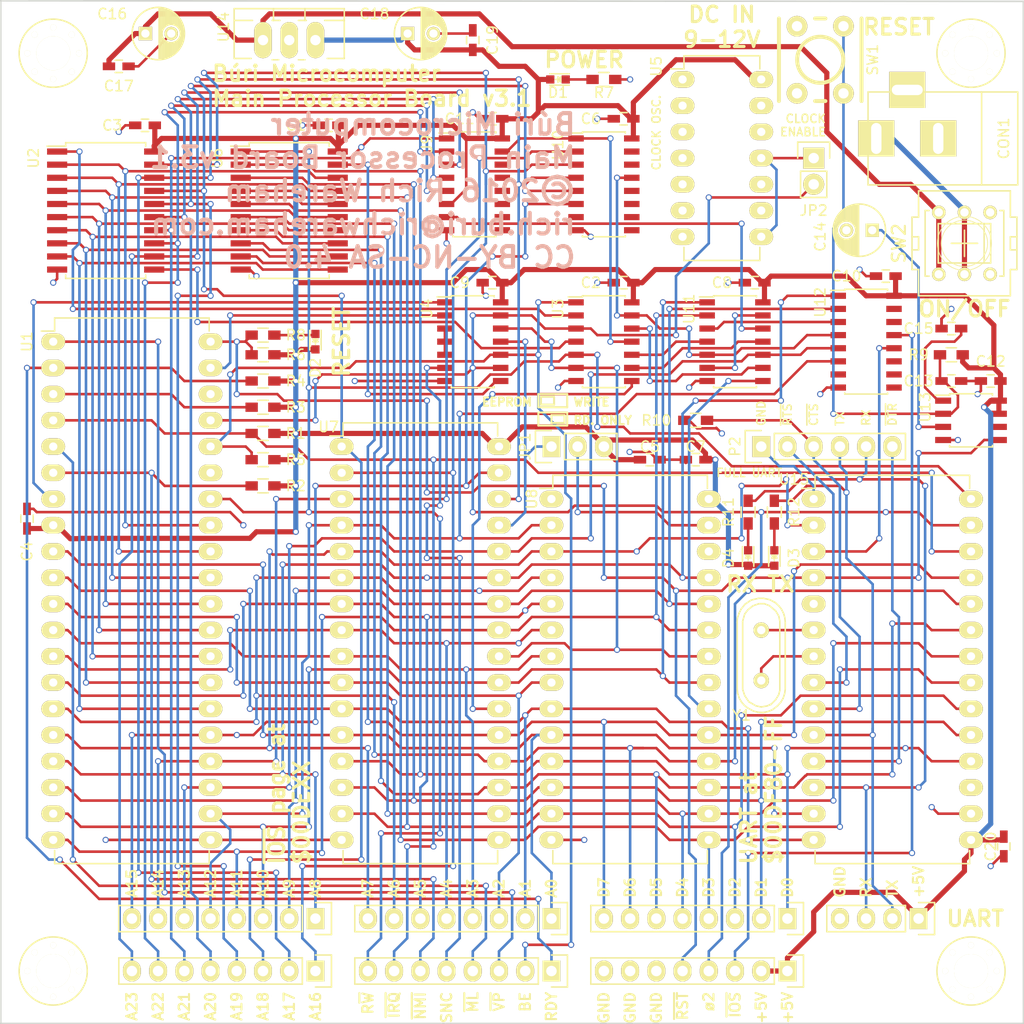
<source format=kicad_pcb>
(kicad_pcb (version 20171130) (host pcbnew 5.1.12-84ad8e8a86~92~ubuntu20.04.1)
  (layers (0 F.Cu signal) (31 B.Cu signal) (34 B.Paste user hide) (35 F.Paste user hide) (36 B.SilkS user hide) (37 F.SilkS user hide) (38 B.Mask user hide) (39 F.Mask user hide) (44 Edge.Cuts user))
  (net 0 "")
  (net 1 /~ROMWE)
  (net 2 +5V)
  (net 3 /A3)
  (net 4 /~VP)
  (net 5 /~NMI)
  (net 6 GND)
  (net 7 /RDY)
  (net 8 /BE)
  (net 9 /~ML)
  (net 10 /SYNC)
  (net 11 /~ABORT)
  (net 12 /VPA)
  (net 13 /VDA)
  (net 14 /BA7)
  (net 15 /BA6)
  (net 16 /BA5)
  (net 17 /BA4)
  (net 18 /BA3)
  (net 19 /BA2)
  (net 20 /BA1)
  (net 21 /BA0)
  (net 22 "/Address decode/A16")
  (net 23 "/Address decode/A17")
  (net 24 "/Address decode/A18")
  (net 25 "/Address decode/A22")
  (net 26 "/Address decode/A20")
  (net 27 "/Address decode/A15")
  (net 28 "/Address decode/A19")
  (net 29 "/Address decode/A14")
  (net 30 "/Address decode/A23")
  (net 31 "/Address decode/A21")
  (net 32 "/Address decode/A13")
  (net 33 "/Address decode/~RAMHOLE")
  (net 34 "/Address decode/RAMSEL")
  (net 35 "/Address decode/RAMHOLE")
  (net 36 /~MEMWE)
  (net 37 "/Address decode/LOADDR")
  (net 38 "/Address decode/~LOADDR")
  (net 39 "/Address decode/~LORAM")
  (net 40 "/Address decode/~ROMSEL")
  (net 41 "/Address decode/~HIADDR")
  (net 42 "/Address decode/A8")
  (net 43 "/Address decode/A11")
  (net 44 "/Address decode/A10")
  (net 45 "/Address decode/A12")
  (net 46 "/Address decode/~IO2")
  (net 47 "/Address decode/A9")
  (net 48 "Net-(U2-Pad1)")
  (net 49 "Net-(U2-Pad11)")
  (net 50 "Net-(D1-Pad1)")
  (net 51 "Net-(D2-Pad1)")
  (net 52 "Net-(D3-Pad1)")
  (net 53 "Net-(D4-Pad1)")
  (net 54 "Net-(C15-Pad1)")
  (net 55 "Net-(CON1-Pad1)")
  (net 56 "/Reset & power/~RESET")
  (net 57 "Net-(U4-Pad3)")
  (net 58 "Net-(U4-Pad8)")
  (net 59 "Net-(C16-Pad1)")
  (net 60 "Net-(C13-Pad1)")
  (net 61 "Net-(C14-Pad1)")
  (net 62 /ACIA/TX)
  (net 63 /ACIA/RX)
  (net 64 /ACIA/D0)
  (net 65 /ACIA/D2)
  (net 66 /ACIA/D7)
  (net 67 /ACIA/RS0)
  (net 68 /ACIA/RS1)
  (net 69 /ACIA/D1)
  (net 70 /ACIA/R/~W)
  (net 71 /ACIA/PHI2)
  (net 72 /ACIA/D5)
  (net 73 /ACIA/D3)
  (net 74 /ACIA/D6)
  (net 75 /ACIA/D4)
  (net 76 /A2)
  (net 77 /ACIA/CS0)
  (net 78 /A5)
  (net 79 /A6)
  (net 80 /ACIA/~RTS)
  (net 81 /ACIA/~CTS)
  (net 82 /ACIA/~DTR)
  (net 83 /ACIA/~CS1)
  (net 84 /ACIA/~IRQ)
  (net 85 "Net-(U11-Pad3)")
  (net 86 "Net-(U15-Pad6)")
  (net 87 "Net-(U15-Pad7)")
  (net 88 /A4)
  (net 89 "Net-(JP2-Pad1)")
  (net 90 "Net-(CON1-Pad3)")
  (net 91 "Net-(SW2-Pad3)")
  (net 92 "Net-(SW2-Pad6)")
  (net 93 "Net-(U1-Pad35)")
  (net 94 "Net-(U1-Pad38)")
  (net 95 /~R~/W)
  (net 96 /~RAMSEL)
  (net 97 "Net-(U8-Pad1)")
  (net 98 "Net-(U8-Pad26)")
  (net 99 "Net-(U9-Pad9)")
  (net 100 "Net-(U9-Pad10)")
  (net 101 "Net-(U9-Pad11)")
  (net 102 "Net-(U9-Pad12)")
  (net 103 "Net-(U9-Pad13)")
  (net 104 "Net-(U9-Pad14)")
  (net 105 "Net-(U10-Pad7)")
  (net 106 "Net-(U10-Pad9)")
  (net 107 "Net-(U10-Pad10)")
  (net 108 "Net-(U10-Pad11)")
  (net 109 "Net-(U10-Pad12)")
  (net 110 "Net-(U10-Pad14)")
  (net 111 "Net-(U10-Pad15)")
  (net 112 "Net-(U12-Pad7)")
  (net 113 "Net-(U12-Pad9)")
  (net 114 "Net-(U12-Pad10)")
  (net 115 "Net-(U12-Pad11)")
  (net 116 "/Address decode/~IO1")
  (net 117 "/Address decode/~IO0")
  (net 118 "Net-(U13-Pad6)")
  (net 119 "Net-(U15-Pad5)")
  (module Housings_DIP:DIP-28_W15.24mm_LongPads (layer F.Cu) (at 150.495 100.33)
    (fp_text reference U8 (at -1.905 0 90) (layer F.SilkS))
    (fp_text value AT28C64B)
    (pad 1 thru_hole oval (at 0 0) (size 2.3 1.6) (drill 0.8) (layers *.Cu *.Mask F.SilkS) (net 97 "Net-(U8-Pad1)"))
    (pad 2 thru_hole oval (at 0 2.54) (size 2.3 1.6) (drill 0.8) (layers *.Cu *.Mask F.SilkS) (net 45 "/Address decode/A12"))
    (pad 3 thru_hole oval (at 0 5.08) (size 2.3 1.6) (drill 0.8) (layers *.Cu *.Mask F.SilkS) (net 77 /ACIA/CS0))
    (pad 4 thru_hole oval (at 0 7.62) (size 2.3 1.6) (drill 0.8) (layers *.Cu *.Mask F.SilkS) (net 79 /A6))
    (pad 5 thru_hole oval (at 0 10.16) (size 2.3 1.6) (drill 0.8) (layers *.Cu *.Mask F.SilkS) (net 78 /A5))
    (pad 6 thru_hole oval (at 0 12.7) (size 2.3 1.6) (drill 0.8) (layers *.Cu *.Mask F.SilkS) (net 88 /A4))
    (pad 7 thru_hole oval (at 0 15.24) (size 2.3 1.6) (drill 0.8) (layers *.Cu *.Mask F.SilkS) (net 3 /A3))
    (pad 8 thru_hole oval (at 0 17.78) (size 2.3 1.6) (drill 0.8) (layers *.Cu *.Mask F.SilkS) (net 76 /A2))
    (pad 9 thru_hole oval (at 0 20.32) (size 2.3 1.6) (drill 0.8) (layers *.Cu *.Mask F.SilkS) (net 68 /ACIA/RS1))
    (pad 10 thru_hole oval (at 0 22.86) (size 2.3 1.6) (drill 0.8) (layers *.Cu *.Mask F.SilkS) (net 67 /ACIA/RS0))
    (pad 11 thru_hole oval (at 0 25.4) (size 2.3 1.6) (drill 0.8) (layers *.Cu *.Mask F.SilkS) (net 64 /ACIA/D0))
    (pad 12 thru_hole oval (at 0 27.94) (size 2.3 1.6) (drill 0.8) (layers *.Cu *.Mask F.SilkS) (net 69 /ACIA/D1))
    (pad 13 thru_hole oval (at 0 30.48) (size 2.3 1.6) (drill 0.8) (layers *.Cu *.Mask F.SilkS) (net 65 /ACIA/D2))
    (pad 14 thru_hole oval (at 0 33.02) (size 2.3 1.6) (drill 0.8) (layers *.Cu *.Mask F.SilkS) (net 6 GND))
    (pad 15 thru_hole oval (at 15.24 33.02) (size 2.3 1.6) (drill 0.8) (layers *.Cu *.Mask F.SilkS) (net 73 /ACIA/D3))
    (pad 16 thru_hole oval (at 15.24 30.48) (size 2.3 1.6) (drill 0.8) (layers *.Cu *.Mask F.SilkS) (net 75 /ACIA/D4))
    (pad 17 thru_hole oval (at 15.24 27.94) (size 2.3 1.6) (drill 0.8) (layers *.Cu *.Mask F.SilkS) (net 72 /ACIA/D5))
    (pad 18 thru_hole oval (at 15.24 25.4) (size 2.3 1.6) (drill 0.8) (layers *.Cu *.Mask F.SilkS) (net 74 /ACIA/D6))
    (pad 19 thru_hole oval (at 15.24 22.86) (size 2.3 1.6) (drill 0.8) (layers *.Cu *.Mask F.SilkS) (net 66 /ACIA/D7))
    (pad 20 thru_hole oval (at 15.24 20.32) (size 2.3 1.6) (drill 0.8) (layers *.Cu *.Mask F.SilkS) (net 40 "/Address decode/~ROMSEL"))
    (pad 21 thru_hole oval (at 15.24 17.78) (size 2.3 1.6) (drill 0.8) (layers *.Cu *.Mask F.SilkS) (net 44 "/Address decode/A10"))
    (pad 22 thru_hole oval (at 15.24 15.24) (size 2.3 1.6) (drill 0.8) (layers *.Cu *.Mask F.SilkS) (net 95 /~R~/W))
    (pad 23 thru_hole oval (at 15.24 12.7) (size 2.3 1.6) (drill 0.8) (layers *.Cu *.Mask F.SilkS) (net 43 "/Address decode/A11"))
    (pad 24 thru_hole oval (at 15.24 10.16) (size 2.3 1.6) (drill 0.8) (layers *.Cu *.Mask F.SilkS) (net 47 "/Address decode/A9"))
    (pad 25 thru_hole oval (at 15.24 7.62) (size 2.3 1.6) (drill 0.8) (layers *.Cu *.Mask F.SilkS) (net 42 "/Address decode/A8"))
    (pad 26 thru_hole oval (at 15.24 5.08) (size 2.3 1.6) (drill 0.8) (layers *.Cu *.Mask F.SilkS) (net 98 "Net-(U8-Pad26)"))
    (pad 27 thru_hole oval (at 15.24 2.54) (size 2.3 1.6) (drill 0.8) (layers *.Cu *.Mask F.SilkS) (net 1 /~ROMWE))
    (pad 28 thru_hole oval (at 15.24 0) (size 2.3 1.6) (drill 0.8) (layers *.Cu *.Mask F.SilkS) (net 2 +5V))
  )
  (module Housings_DIP:DIP-32_W15.24mm_LongPads (layer F.Cu) (at 130.175 95.25)
    (fp_text reference U7 (at -1.27 -1.905) (layer F.SilkS))
    (fp_text value AS6C4008)
    (pad 1 thru_hole oval (at 0 0) (size 2.3 1.6) (drill 0.8) (layers *.Cu *.Mask F.SilkS) (net 24 "/Address decode/A18"))
    (pad 2 thru_hole oval (at 0 2.54) (size 2.3 1.6) (drill 0.8) (layers *.Cu *.Mask F.SilkS) (net 22 "/Address decode/A16"))
    (pad 3 thru_hole oval (at 0 5.08) (size 2.3 1.6) (drill 0.8) (layers *.Cu *.Mask F.SilkS) (net 29 "/Address decode/A14"))
    (pad 4 thru_hole oval (at 0 7.62) (size 2.3 1.6) (drill 0.8) (layers *.Cu *.Mask F.SilkS) (net 45 "/Address decode/A12"))
    (pad 5 thru_hole oval (at 0 10.16) (size 2.3 1.6) (drill 0.8) (layers *.Cu *.Mask F.SilkS) (net 77 /ACIA/CS0))
    (pad 6 thru_hole oval (at 0 12.7) (size 2.3 1.6) (drill 0.8) (layers *.Cu *.Mask F.SilkS) (net 79 /A6))
    (pad 7 thru_hole oval (at 0 15.24) (size 2.3 1.6) (drill 0.8) (layers *.Cu *.Mask F.SilkS) (net 78 /A5))
    (pad 8 thru_hole oval (at 0 17.78) (size 2.3 1.6) (drill 0.8) (layers *.Cu *.Mask F.SilkS) (net 88 /A4))
    (pad 9 thru_hole oval (at 0 20.32) (size 2.3 1.6) (drill 0.8) (layers *.Cu *.Mask F.SilkS) (net 3 /A3))
    (pad 10 thru_hole oval (at 0 22.86) (size 2.3 1.6) (drill 0.8) (layers *.Cu *.Mask F.SilkS) (net 76 /A2))
    (pad 11 thru_hole oval (at 0 25.4) (size 2.3 1.6) (drill 0.8) (layers *.Cu *.Mask F.SilkS) (net 68 /ACIA/RS1))
    (pad 12 thru_hole oval (at 0 27.94) (size 2.3 1.6) (drill 0.8) (layers *.Cu *.Mask F.SilkS) (net 67 /ACIA/RS0))
    (pad 13 thru_hole oval (at 0 30.48) (size 2.3 1.6) (drill 0.8) (layers *.Cu *.Mask F.SilkS) (net 64 /ACIA/D0))
    (pad 14 thru_hole oval (at 0 33.02) (size 2.3 1.6) (drill 0.8) (layers *.Cu *.Mask F.SilkS) (net 69 /ACIA/D1))
    (pad 15 thru_hole oval (at 0 35.56) (size 2.3 1.6) (drill 0.8) (layers *.Cu *.Mask F.SilkS) (net 65 /ACIA/D2))
    (pad 16 thru_hole oval (at 0 38.1) (size 2.3 1.6) (drill 0.8) (layers *.Cu *.Mask F.SilkS) (net 6 GND))
    (pad 17 thru_hole oval (at 15.24 38.1) (size 2.3 1.6) (drill 0.8) (layers *.Cu *.Mask F.SilkS) (net 73 /ACIA/D3))
    (pad 18 thru_hole oval (at 15.24 35.56) (size 2.3 1.6) (drill 0.8) (layers *.Cu *.Mask F.SilkS) (net 75 /ACIA/D4))
    (pad 19 thru_hole oval (at 15.24 33.02) (size 2.3 1.6) (drill 0.8) (layers *.Cu *.Mask F.SilkS) (net 72 /ACIA/D5))
    (pad 20 thru_hole oval (at 15.24 30.48) (size 2.3 1.6) (drill 0.8) (layers *.Cu *.Mask F.SilkS) (net 74 /ACIA/D6))
    (pad 21 thru_hole oval (at 15.24 27.94) (size 2.3 1.6) (drill 0.8) (layers *.Cu *.Mask F.SilkS) (net 66 /ACIA/D7))
    (pad 22 thru_hole oval (at 15.24 25.4) (size 2.3 1.6) (drill 0.8) (layers *.Cu *.Mask F.SilkS) (net 96 /~RAMSEL))
    (pad 23 thru_hole oval (at 15.24 22.86) (size 2.3 1.6) (drill 0.8) (layers *.Cu *.Mask F.SilkS) (net 44 "/Address decode/A10"))
    (pad 24 thru_hole oval (at 15.24 20.32) (size 2.3 1.6) (drill 0.8) (layers *.Cu *.Mask F.SilkS) (net 95 /~R~/W))
    (pad 25 thru_hole oval (at 15.24 17.78) (size 2.3 1.6) (drill 0.8) (layers *.Cu *.Mask F.SilkS) (net 43 "/Address decode/A11"))
    (pad 26 thru_hole oval (at 15.24 15.24) (size 2.3 1.6) (drill 0.8) (layers *.Cu *.Mask F.SilkS) (net 47 "/Address decode/A9"))
    (pad 27 thru_hole oval (at 15.24 12.7) (size 2.3 1.6) (drill 0.8) (layers *.Cu *.Mask F.SilkS) (net 42 "/Address decode/A8"))
    (pad 28 thru_hole oval (at 15.24 10.16) (size 2.3 1.6) (drill 0.8) (layers *.Cu *.Mask F.SilkS) (net 32 "/Address decode/A13"))
    (pad 29 thru_hole oval (at 15.24 7.62) (size 2.3 1.6) (drill 0.8) (layers *.Cu *.Mask F.SilkS) (net 36 /~MEMWE))
    (pad 30 thru_hole oval (at 15.24 5.08) (size 2.3 1.6) (drill 0.8) (layers *.Cu *.Mask F.SilkS) (net 23 "/Address decode/A17"))
    (pad 31 thru_hole oval (at 15.24 2.54) (size 2.3 1.6) (drill 0.8) (layers *.Cu *.Mask F.SilkS) (net 27 "/Address decode/A15"))
    (pad 32 thru_hole oval (at 15.24 0) (size 2.3 1.6) (drill 0.8) (layers *.Cu *.Mask F.SilkS) (net 2 +5V))
  )
  (module Housings_DIP:DIP-40_W15.24mm_LongPads (layer F.Cu) (at 102.235 85.09)
    (fp_text reference U1 (at -2.54 0 90) (layer F.SilkS))
    (fp_text value W65C816)
    (pad 1 thru_hole oval (at 0 0) (size 2.3 1.6) (drill 0.8) (layers *.Cu *.Mask F.SilkS) (net 4 /~VP))
    (pad 2 thru_hole oval (at 0 2.54) (size 2.3 1.6) (drill 0.8) (layers *.Cu *.Mask F.SilkS) (net 7 /RDY))
    (pad 3 thru_hole oval (at 0 5.08) (size 2.3 1.6) (drill 0.8) (layers *.Cu *.Mask F.SilkS) (net 11 /~ABORT))
    (pad 4 thru_hole oval (at 0 7.62) (size 2.3 1.6) (drill 0.8) (layers *.Cu *.Mask F.SilkS) (net 84 /ACIA/~IRQ))
    (pad 5 thru_hole oval (at 0 10.16) (size 2.3 1.6) (drill 0.8) (layers *.Cu *.Mask F.SilkS) (net 9 /~ML))
    (pad 6 thru_hole oval (at 0 12.7) (size 2.3 1.6) (drill 0.8) (layers *.Cu *.Mask F.SilkS) (net 5 /~NMI))
    (pad 7 thru_hole oval (at 0 15.24) (size 2.3 1.6) (drill 0.8) (layers *.Cu *.Mask F.SilkS) (net 12 /VPA))
    (pad 8 thru_hole oval (at 0 17.78) (size 2.3 1.6) (drill 0.8) (layers *.Cu *.Mask F.SilkS) (net 2 +5V))
    (pad 9 thru_hole oval (at 0 20.32) (size 2.3 1.6) (drill 0.8) (layers *.Cu *.Mask F.SilkS) (net 67 /ACIA/RS0))
    (pad 10 thru_hole oval (at 0 22.86) (size 2.3 1.6) (drill 0.8) (layers *.Cu *.Mask F.SilkS) (net 68 /ACIA/RS1))
    (pad 11 thru_hole oval (at 0 25.4) (size 2.3 1.6) (drill 0.8) (layers *.Cu *.Mask F.SilkS) (net 76 /A2))
    (pad 12 thru_hole oval (at 0 27.94) (size 2.3 1.6) (drill 0.8) (layers *.Cu *.Mask F.SilkS) (net 3 /A3))
    (pad 13 thru_hole oval (at 0 30.48) (size 2.3 1.6) (drill 0.8) (layers *.Cu *.Mask F.SilkS) (net 88 /A4))
    (pad 14 thru_hole oval (at 0 33.02) (size 2.3 1.6) (drill 0.8) (layers *.Cu *.Mask F.SilkS) (net 78 /A5))
    (pad 15 thru_hole oval (at 0 35.56) (size 2.3 1.6) (drill 0.8) (layers *.Cu *.Mask F.SilkS) (net 79 /A6))
    (pad 16 thru_hole oval (at 0 38.1) (size 2.3 1.6) (drill 0.8) (layers *.Cu *.Mask F.SilkS) (net 77 /ACIA/CS0))
    (pad 17 thru_hole oval (at 0 40.64) (size 2.3 1.6) (drill 0.8) (layers *.Cu *.Mask F.SilkS) (net 42 "/Address decode/A8"))
    (pad 18 thru_hole oval (at 0 43.18) (size 2.3 1.6) (drill 0.8) (layers *.Cu *.Mask F.SilkS) (net 47 "/Address decode/A9"))
    (pad 19 thru_hole oval (at 0 45.72) (size 2.3 1.6) (drill 0.8) (layers *.Cu *.Mask F.SilkS) (net 44 "/Address decode/A10"))
    (pad 20 thru_hole oval (at 0 48.26) (size 2.3 1.6) (drill 0.8) (layers *.Cu *.Mask F.SilkS) (net 43 "/Address decode/A11"))
    (pad 21 thru_hole oval (at 15.24 48.26) (size 2.3 1.6) (drill 0.8) (layers *.Cu *.Mask F.SilkS) (net 6 GND))
    (pad 22 thru_hole oval (at 15.24 45.72) (size 2.3 1.6) (drill 0.8) (layers *.Cu *.Mask F.SilkS) (net 45 "/Address decode/A12"))
    (pad 23 thru_hole oval (at 15.24 43.18) (size 2.3 1.6) (drill 0.8) (layers *.Cu *.Mask F.SilkS) (net 32 "/Address decode/A13"))
    (pad 24 thru_hole oval (at 15.24 40.64) (size 2.3 1.6) (drill 0.8) (layers *.Cu *.Mask F.SilkS) (net 29 "/Address decode/A14"))
    (pad 25 thru_hole oval (at 15.24 38.1) (size 2.3 1.6) (drill 0.8) (layers *.Cu *.Mask F.SilkS) (net 27 "/Address decode/A15"))
    (pad 26 thru_hole oval (at 15.24 35.56) (size 2.3 1.6) (drill 0.8) (layers *.Cu *.Mask F.SilkS) (net 14 /BA7))
    (pad 27 thru_hole oval (at 15.24 33.02) (size 2.3 1.6) (drill 0.8) (layers *.Cu *.Mask F.SilkS) (net 15 /BA6))
    (pad 28 thru_hole oval (at 15.24 30.48) (size 2.3 1.6) (drill 0.8) (layers *.Cu *.Mask F.SilkS) (net 16 /BA5))
    (pad 29 thru_hole oval (at 15.24 27.94) (size 2.3 1.6) (drill 0.8) (layers *.Cu *.Mask F.SilkS) (net 17 /BA4))
    (pad 30 thru_hole oval (at 15.24 25.4) (size 2.3 1.6) (drill 0.8) (layers *.Cu *.Mask F.SilkS) (net 18 /BA3))
    (pad 31 thru_hole oval (at 15.24 22.86) (size 2.3 1.6) (drill 0.8) (layers *.Cu *.Mask F.SilkS) (net 19 /BA2))
    (pad 32 thru_hole oval (at 15.24 20.32) (size 2.3 1.6) (drill 0.8) (layers *.Cu *.Mask F.SilkS) (net 20 /BA1))
    (pad 33 thru_hole oval (at 15.24 17.78) (size 2.3 1.6) (drill 0.8) (layers *.Cu *.Mask F.SilkS) (net 21 /BA0))
    (pad 34 thru_hole oval (at 15.24 15.24) (size 2.3 1.6) (drill 0.8) (layers *.Cu *.Mask F.SilkS) (net 70 /ACIA/R/~W))
    (pad 35 thru_hole oval (at 15.24 12.7) (size 2.3 1.6) (drill 0.8) (layers *.Cu *.Mask F.SilkS) (net 93 "Net-(U1-Pad35)"))
    (pad 36 thru_hole oval (at 15.24 10.16) (size 2.3 1.6) (drill 0.8) (layers *.Cu *.Mask F.SilkS) (net 8 /BE))
    (pad 37 thru_hole oval (at 15.24 7.62) (size 2.3 1.6) (drill 0.8) (layers *.Cu *.Mask F.SilkS) (net 71 /ACIA/PHI2))
    (pad 38 thru_hole oval (at 15.24 5.08) (size 2.3 1.6) (drill 0.8) (layers *.Cu *.Mask F.SilkS) (net 94 "Net-(U1-Pad38)"))
    (pad 39 thru_hole oval (at 15.24 2.54) (size 2.3 1.6) (drill 0.8) (layers *.Cu *.Mask F.SilkS) (net 13 /VDA))
    (pad 40 thru_hole oval (at 15.24 0) (size 2.3 1.6) (drill 0.8) (layers *.Cu *.Mask F.SilkS) (net 56 "/Reset & power/~RESET"))
  )
  (module Pin_Headers:Pin_Header_Straight_1x03 (layer F.Cu) (at 150.495 95.25 90)
    (fp_text reference JP1 (at 0 -2.54 270) (layer F.SilkS))
    (fp_text value ROMWRITE)
    (pad 1 thru_hole rect (at 0 0 90) (size 2.032 1.7272) (drill 1.016) (layers *.Cu *.Mask F.SilkS) (net 36 /~MEMWE))
    (pad 2 thru_hole oval (at 0 2.54 90) (size 2.032 1.7272) (drill 1.016) (layers *.Cu *.Mask F.SilkS) (net 1 /~ROMWE))
    (pad 3 thru_hole oval (at 0 5.08 90) (size 2.032 1.7272) (drill 1.016) (layers *.Cu *.Mask F.SilkS) (net 2 +5V))
  )
  (module Housings_SOIC:SOIC-14_3.9x8.7mm_Pitch1.27mm (layer F.Cu) (at 142.875 85.09)
    (fp_text reference U4 (at -4.445 -3.175 90) (layer F.SilkS))
    (fp_text value 74HC00)
    (pad 1 smd rect (at -2.7 -3.81) (size 1.5 0.6) (layers F.Cu F.Paste F.Mask) (net 12 /VPA))
    (pad 2 smd rect (at -2.7 -2.54) (size 1.5 0.6) (layers F.Cu F.Paste F.Mask) (net 13 /VDA))
    (pad 3 smd rect (at -2.7 -1.27) (size 1.5 0.6) (layers F.Cu F.Paste F.Mask) (net 57 "Net-(U4-Pad3)"))
    (pad 4 smd rect (at -2.7 0) (size 1.5 0.6) (layers F.Cu F.Paste F.Mask) (net 57 "Net-(U4-Pad3)"))
    (pad 5 smd rect (at -2.7 1.27) (size 1.5 0.6) (layers F.Cu F.Paste F.Mask) (net 57 "Net-(U4-Pad3)"))
    (pad 6 smd rect (at -2.7 2.54) (size 1.5 0.6) (layers F.Cu F.Paste F.Mask) (net 10 /SYNC))
    (pad 7 smd rect (at -2.7 3.81) (size 1.5 0.6) (layers F.Cu F.Paste F.Mask) (net 6 GND))
    (pad 8 smd rect (at 2.7 3.81) (size 1.5 0.6) (layers F.Cu F.Paste F.Mask) (net 58 "Net-(U4-Pad8)"))
    (pad 9 smd rect (at 2.7 2.54) (size 1.5 0.6) (layers F.Cu F.Paste F.Mask) (net 71 /ACIA/PHI2))
    (pad 10 smd rect (at 2.7 1.27) (size 1.5 0.6) (layers F.Cu F.Paste F.Mask) (net 8 /BE))
    (pad 11 smd rect (at 2.7 0) (size 1.5 0.6) (layers F.Cu F.Paste F.Mask) (net 36 /~MEMWE))
    (pad 12 smd rect (at 2.7 -1.27) (size 1.5 0.6) (layers F.Cu F.Paste F.Mask) (net 95 /~R~/W))
    (pad 13 smd rect (at 2.7 -2.54) (size 1.5 0.6) (layers F.Cu F.Paste F.Mask) (net 71 /ACIA/PHI2))
    (pad 14 smd rect (at 2.7 -3.81) (size 1.5 0.6) (layers F.Cu F.Paste F.Mask) (net 2 +5V))
  )
  (module Housings_SOIC:SOIC-20_7.5x12.8mm_Pitch1.27mm (layer F.Cu) (at 125.095 72.39)
    (fp_text reference U6 (at -6.985 -5.08 90) (layer F.SilkS))
    (fp_text value 74HC245)
    (pad 1 smd rect (at -4.7 -5.715) (size 1.95 0.6) (layers F.Cu F.Paste F.Mask) (net 70 /ACIA/R/~W))
    (pad 2 smd rect (at -4.7 -4.445) (size 1.95 0.6) (layers F.Cu F.Paste F.Mask) (net 64 /ACIA/D0))
    (pad 3 smd rect (at -4.7 -3.175) (size 1.95 0.6) (layers F.Cu F.Paste F.Mask) (net 69 /ACIA/D1))
    (pad 4 smd rect (at -4.7 -1.905) (size 1.95 0.6) (layers F.Cu F.Paste F.Mask) (net 65 /ACIA/D2))
    (pad 5 smd rect (at -4.7 -0.635) (size 1.95 0.6) (layers F.Cu F.Paste F.Mask) (net 73 /ACIA/D3))
    (pad 6 smd rect (at -4.7 0.635) (size 1.95 0.6) (layers F.Cu F.Paste F.Mask) (net 75 /ACIA/D4))
    (pad 7 smd rect (at -4.7 1.905) (size 1.95 0.6) (layers F.Cu F.Paste F.Mask) (net 72 /ACIA/D5))
    (pad 8 smd rect (at -4.7 3.175) (size 1.95 0.6) (layers F.Cu F.Paste F.Mask) (net 74 /ACIA/D6))
    (pad 9 smd rect (at -4.7 4.445) (size 1.95 0.6) (layers F.Cu F.Paste F.Mask) (net 66 /ACIA/D7))
    (pad 10 smd rect (at -4.7 5.715) (size 1.95 0.6) (layers F.Cu F.Paste F.Mask) (net 6 GND))
    (pad 11 smd rect (at 4.7 5.715) (size 1.95 0.6) (layers F.Cu F.Paste F.Mask) (net 14 /BA7))
    (pad 12 smd rect (at 4.7 4.445) (size 1.95 0.6) (layers F.Cu F.Paste F.Mask) (net 15 /BA6))
    (pad 13 smd rect (at 4.7 3.175) (size 1.95 0.6) (layers F.Cu F.Paste F.Mask) (net 16 /BA5))
    (pad 14 smd rect (at 4.7 1.905) (size 1.95 0.6) (layers F.Cu F.Paste F.Mask) (net 17 /BA4))
    (pad 15 smd rect (at 4.7 0.635) (size 1.95 0.6) (layers F.Cu F.Paste F.Mask) (net 18 /BA3))
    (pad 16 smd rect (at 4.7 -0.635) (size 1.95 0.6) (layers F.Cu F.Paste F.Mask) (net 19 /BA2))
    (pad 17 smd rect (at 4.7 -1.905) (size 1.95 0.6) (layers F.Cu F.Paste F.Mask) (net 20 /BA1))
    (pad 18 smd rect (at 4.7 -3.175) (size 1.95 0.6) (layers F.Cu F.Paste F.Mask) (net 21 /BA0))
    (pad 19 smd rect (at 4.7 -4.445) (size 1.95 0.6) (layers F.Cu F.Paste F.Mask) (net 58 "Net-(U4-Pad8)"))
    (pad 20 smd rect (at 4.7 -5.715) (size 1.95 0.6) (layers F.Cu F.Paste F.Mask) (net 2 +5V))
  )
  (module Housings_SOIC:SOIC-16_3.9x9.9mm_Pitch1.27mm (layer F.Cu) (at 143.035 69.85)
    (fp_text reference U9 (at -4.605 -3.81 270) (layer F.SilkS))
    (fp_text value 74HC138)
    (pad 1 smd rect (at -2.7 -4.445) (size 1.5 0.6) (layers F.Cu F.Paste F.Mask) (net 31 "/Address decode/A21"))
    (pad 2 smd rect (at -2.7 -3.175) (size 1.5 0.6) (layers F.Cu F.Paste F.Mask) (net 25 "/Address decode/A22"))
    (pad 3 smd rect (at -2.7 -1.905) (size 1.5 0.6) (layers F.Cu F.Paste F.Mask) (net 30 "/Address decode/A23"))
    (pad 4 smd rect (at -2.7 -0.635) (size 1.5 0.6) (layers F.Cu F.Paste F.Mask) (net 28 "/Address decode/A19"))
    (pad 5 smd rect (at -2.7 0.635) (size 1.5 0.6) (layers F.Cu F.Paste F.Mask) (net 26 "/Address decode/A20"))
    (pad 6 smd rect (at -2.7 1.905) (size 1.5 0.6) (layers F.Cu F.Paste F.Mask) (net 2 +5V))
    (pad 7 smd rect (at -2.7 3.175) (size 1.5 0.6) (layers F.Cu F.Paste F.Mask) (net 41 "/Address decode/~HIADDR"))
    (pad 8 smd rect (at -2.7 4.445) (size 1.5 0.6) (layers F.Cu F.Paste F.Mask) (net 6 GND))
    (pad 9 smd rect (at 2.7 4.445) (size 1.5 0.6) (layers F.Cu F.Paste F.Mask) (net 99 "Net-(U9-Pad9)"))
    (pad 10 smd rect (at 2.7 3.175) (size 1.5 0.6) (layers F.Cu F.Paste F.Mask) (net 100 "Net-(U9-Pad10)"))
    (pad 11 smd rect (at 2.7 1.905) (size 1.5 0.6) (layers F.Cu F.Paste F.Mask) (net 101 "Net-(U9-Pad11)"))
    (pad 12 smd rect (at 2.7 0.635) (size 1.5 0.6) (layers F.Cu F.Paste F.Mask) (net 102 "Net-(U9-Pad12)"))
    (pad 13 smd rect (at 2.7 -0.635) (size 1.5 0.6) (layers F.Cu F.Paste F.Mask) (net 103 "Net-(U9-Pad13)"))
    (pad 14 smd rect (at 2.7 -1.905) (size 1.5 0.6) (layers F.Cu F.Paste F.Mask) (net 104 "Net-(U9-Pad14)"))
    (pad 15 smd rect (at 2.7 -3.175) (size 1.5 0.6) (layers F.Cu F.Paste F.Mask) (net 38 "/Address decode/~LOADDR"))
    (pad 16 smd rect (at 2.7 -4.445) (size 1.5 0.6) (layers F.Cu F.Paste F.Mask) (net 2 +5V))
  )
  (module Housings_SOIC:SOIC-16_3.9x9.9mm_Pitch1.27mm (layer F.Cu) (at 155.575 69.85)
    (fp_text reference U10 (at -4.445 -3.81 270) (layer F.SilkS))
    (fp_text value 74HC138)
    (pad 1 smd rect (at -2.7 -4.445) (size 1.5 0.6) (layers F.Cu F.Paste F.Mask) (net 38 "/Address decode/~LOADDR"))
    (pad 2 smd rect (at -2.7 -3.175) (size 1.5 0.6) (layers F.Cu F.Paste F.Mask) (net 29 "/Address decode/A14"))
    (pad 3 smd rect (at -2.7 -1.905) (size 1.5 0.6) (layers F.Cu F.Paste F.Mask) (net 22 "/Address decode/A16"))
    (pad 4 smd rect (at -2.7 -0.635) (size 1.5 0.6) (layers F.Cu F.Paste F.Mask) (net 23 "/Address decode/A17"))
    (pad 5 smd rect (at -2.7 0.635) (size 1.5 0.6) (layers F.Cu F.Paste F.Mask) (net 24 "/Address decode/A18"))
    (pad 6 smd rect (at -2.7 1.905) (size 1.5 0.6) (layers F.Cu F.Paste F.Mask) (net 27 "/Address decode/A15"))
    (pad 7 smd rect (at -2.7 3.175) (size 1.5 0.6) (layers F.Cu F.Paste F.Mask) (net 105 "Net-(U10-Pad7)"))
    (pad 8 smd rect (at -2.7 4.445) (size 1.5 0.6) (layers F.Cu F.Paste F.Mask) (net 6 GND))
    (pad 9 smd rect (at 2.7 4.445) (size 1.5 0.6) (layers F.Cu F.Paste F.Mask) (net 106 "Net-(U10-Pad9)"))
    (pad 10 smd rect (at 2.7 3.175) (size 1.5 0.6) (layers F.Cu F.Paste F.Mask) (net 107 "Net-(U10-Pad10)"))
    (pad 11 smd rect (at 2.7 1.905) (size 1.5 0.6) (layers F.Cu F.Paste F.Mask) (net 108 "Net-(U10-Pad11)"))
    (pad 12 smd rect (at 2.7 0.635) (size 1.5 0.6) (layers F.Cu F.Paste F.Mask) (net 109 "Net-(U10-Pad12)"))
    (pad 13 smd rect (at 2.7 -0.635) (size 1.5 0.6) (layers F.Cu F.Paste F.Mask) (net 33 "/Address decode/~RAMHOLE"))
    (pad 14 smd rect (at 2.7 -1.905) (size 1.5 0.6) (layers F.Cu F.Paste F.Mask) (net 110 "Net-(U10-Pad14)"))
    (pad 15 smd rect (at 2.7 -3.175) (size 1.5 0.6) (layers F.Cu F.Paste F.Mask) (net 111 "Net-(U10-Pad15)"))
    (pad 16 smd rect (at 2.7 -4.445) (size 1.5 0.6) (layers F.Cu F.Paste F.Mask) (net 2 +5V))
  )
  (module Resistors_SMD:R_0603_HandSoldering (layer F.Cu) (at 122.555 93.98 180)
    (fp_text reference R1 (at -3.175 0 180) (layer F.SilkS))
    (fp_text value 330)
    (pad 1 smd rect (at -1.1 0 180) (size 1.2 0.9) (layers F.Cu F.Paste F.Mask) (net 2 +5V))
    (pad 2 smd rect (at 1.1 0 180) (size 1.2 0.9) (layers F.Cu F.Paste F.Mask) (net 84 /ACIA/~IRQ))
  )
  (module Resistors_SMD:R_0603_HandSoldering (layer F.Cu) (at 122.555 99.06 180)
    (fp_text reference R2 (at -3.175 0 180) (layer F.SilkS))
    (fp_text value 330)
    (pad 1 smd rect (at -1.1 0 180) (size 1.2 0.9) (layers F.Cu F.Paste F.Mask) (net 2 +5V))
    (pad 2 smd rect (at 1.1 0 180) (size 1.2 0.9) (layers F.Cu F.Paste F.Mask) (net 5 /~NMI))
  )
  (module Resistors_SMD:R_0603_HandSoldering (layer F.Cu) (at 122.555 91.44 180)
    (fp_text reference R3 (at -3.175 0 180) (layer F.SilkS))
    (fp_text value 330)
    (pad 1 smd rect (at -1.1 0 180) (size 1.2 0.9) (layers F.Cu F.Paste F.Mask) (net 2 +5V))
    (pad 2 smd rect (at 1.1 0 180) (size 1.2 0.9) (layers F.Cu F.Paste F.Mask) (net 11 /~ABORT))
  )
  (module Resistors_SMD:R_0603_HandSoldering (layer F.Cu) (at 122.555 88.9 180)
    (fp_text reference R4 (at -3.175 0 180) (layer F.SilkS))
    (fp_text value 330)
    (pad 1 smd rect (at -1.1 0 180) (size 1.2 0.9) (layers F.Cu F.Paste F.Mask) (net 2 +5V))
    (pad 2 smd rect (at 1.1 0 180) (size 1.2 0.9) (layers F.Cu F.Paste F.Mask) (net 7 /RDY))
  )
  (module Resistors_SMD:R_0603_HandSoldering (layer F.Cu) (at 122.555 96.52 180)
    (fp_text reference R5 (at -3.175 0 180) (layer F.SilkS))
    (fp_text value 330)
    (pad 1 smd rect (at -1.1 0 180) (size 1.2 0.9) (layers F.Cu F.Paste F.Mask) (net 2 +5V))
    (pad 2 smd rect (at 1.1 0 180) (size 1.2 0.9) (layers F.Cu F.Paste F.Mask) (net 8 /BE))
  )
  (module Capacitors_SMD:C_0603_HandSoldering (layer F.Cu) (at 128.905 64.135 180)
    (fp_text reference C1 (at 3.175 0 180) (layer F.SilkS))
    (fp_text value 100n)
    (pad 1 smd rect (at -0.95 0 180) (size 1.2 0.75) (layers F.Cu F.Paste F.Mask) (net 2 +5V))
    (pad 2 smd rect (at 0.95 0 180) (size 1.2 0.75) (layers F.Cu F.Paste F.Mask) (net 6 GND))
  )
  (module Capacitors_SMD:C_0603_HandSoldering (layer F.Cu) (at 111.125 64.135 180)
    (fp_text reference C3 (at 3.175 0 180) (layer F.SilkS))
    (fp_text value 100n)
    (pad 1 smd rect (at -0.95 0 180) (size 1.2 0.75) (layers F.Cu F.Paste F.Mask) (net 2 +5V))
    (pad 2 smd rect (at 0.95 0 180) (size 1.2 0.75) (layers F.Cu F.Paste F.Mask) (net 6 GND))
  )
  (module Capacitors_SMD:C_0603_HandSoldering (layer F.Cu) (at 99.695 102.235 90)
    (fp_text reference C4 (at -3.175 0 90) (layer F.SilkS))
    (fp_text value 100n)
    (pad 1 smd rect (at -0.95 0 90) (size 1.2 0.75) (layers F.Cu F.Paste F.Mask) (net 2 +5V))
    (pad 2 smd rect (at 0.95 0 90) (size 1.2 0.75) (layers F.Cu F.Paste F.Mask) (net 6 GND))
  )
  (module Capacitors_SMD:C_0603_HandSoldering (layer F.Cu) (at 160.02 96.52)
    (fp_text reference C5 (at 0 -1.27) (layer F.SilkS))
    (fp_text value 100n)
    (pad 1 smd rect (at -0.95 0) (size 1.2 0.75) (layers F.Cu F.Paste F.Mask) (net 2 +5V))
    (pad 2 smd rect (at 0.95 0) (size 1.2 0.75) (layers F.Cu F.Paste F.Mask) (net 6 GND))
  )
  (module Capacitors_SMD:C_0603_HandSoldering (layer F.Cu) (at 157.48 63.5 180)
    (fp_text reference C6 (at 3.175 0 180) (layer F.SilkS))
    (fp_text value 100n)
    (pad 1 smd rect (at -0.95 0 180) (size 1.2 0.75) (layers F.Cu F.Paste F.Mask) (net 2 +5V))
    (pad 2 smd rect (at 0.95 0 180) (size 1.2 0.75) (layers F.Cu F.Paste F.Mask) (net 6 GND))
  )
  (module Capacitors_SMD:C_0603_HandSoldering (layer F.Cu) (at 164.465 96.52 180)
    (fp_text reference C7 (at 0 1.27) (layer F.SilkS))
    (fp_text value 100n)
    (pad 1 smd rect (at -0.95 0 180) (size 1.2 0.75) (layers F.Cu F.Paste F.Mask) (net 2 +5V))
    (pad 2 smd rect (at 0.95 0 180) (size 1.2 0.75) (layers F.Cu F.Paste F.Mask) (net 6 GND))
  )
  (module Housings_SOIC:SOIC-20_7.5x12.8mm_Pitch1.27mm (layer F.Cu) (at 107.315 72.39)
    (fp_text reference U2 (at -6.985 -5.08 90) (layer F.SilkS))
    (fp_text value 74HC573)
    (pad 1 smd rect (at -4.7 -5.715) (size 1.95 0.6) (layers F.Cu F.Paste F.Mask) (net 48 "Net-(U2-Pad1)"))
    (pad 2 smd rect (at -4.7 -4.445) (size 1.95 0.6) (layers F.Cu F.Paste F.Mask) (net 21 /BA0))
    (pad 3 smd rect (at -4.7 -3.175) (size 1.95 0.6) (layers F.Cu F.Paste F.Mask) (net 20 /BA1))
    (pad 4 smd rect (at -4.7 -1.905) (size 1.95 0.6) (layers F.Cu F.Paste F.Mask) (net 19 /BA2))
    (pad 5 smd rect (at -4.7 -0.635) (size 1.95 0.6) (layers F.Cu F.Paste F.Mask) (net 18 /BA3))
    (pad 6 smd rect (at -4.7 0.635) (size 1.95 0.6) (layers F.Cu F.Paste F.Mask) (net 17 /BA4))
    (pad 7 smd rect (at -4.7 1.905) (size 1.95 0.6) (layers F.Cu F.Paste F.Mask) (net 16 /BA5))
    (pad 8 smd rect (at -4.7 3.175) (size 1.95 0.6) (layers F.Cu F.Paste F.Mask) (net 15 /BA6))
    (pad 9 smd rect (at -4.7 4.445) (size 1.95 0.6) (layers F.Cu F.Paste F.Mask) (net 14 /BA7))
    (pad 10 smd rect (at -4.7 5.715) (size 1.95 0.6) (layers F.Cu F.Paste F.Mask) (net 6 GND))
    (pad 11 smd rect (at 4.7 5.715) (size 1.95 0.6) (layers F.Cu F.Paste F.Mask) (net 49 "Net-(U2-Pad11)"))
    (pad 12 smd rect (at 4.7 4.445) (size 1.95 0.6) (layers F.Cu F.Paste F.Mask) (net 30 "/Address decode/A23"))
    (pad 13 smd rect (at 4.7 3.175) (size 1.95 0.6) (layers F.Cu F.Paste F.Mask) (net 25 "/Address decode/A22"))
    (pad 14 smd rect (at 4.7 1.905) (size 1.95 0.6) (layers F.Cu F.Paste F.Mask) (net 31 "/Address decode/A21"))
    (pad 15 smd rect (at 4.7 0.635) (size 1.95 0.6) (layers F.Cu F.Paste F.Mask) (net 26 "/Address decode/A20"))
    (pad 16 smd rect (at 4.7 -0.635) (size 1.95 0.6) (layers F.Cu F.Paste F.Mask) (net 28 "/Address decode/A19"))
    (pad 17 smd rect (at 4.7 -1.905) (size 1.95 0.6) (layers F.Cu F.Paste F.Mask) (net 24 "/Address decode/A18"))
    (pad 18 smd rect (at 4.7 -3.175) (size 1.95 0.6) (layers F.Cu F.Paste F.Mask) (net 23 "/Address decode/A17"))
    (pad 19 smd rect (at 4.7 -4.445) (size 1.95 0.6) (layers F.Cu F.Paste F.Mask) (net 22 "/Address decode/A16"))
    (pad 20 smd rect (at 4.7 -5.715) (size 1.95 0.6) (layers F.Cu F.Paste F.Mask) (net 2 +5V))
  )
  (module Housings_SOIC:SOIC-14_3.9x8.7mm_Pitch1.27mm (layer F.Cu) (at 168.275 85.09)
    (fp_text reference U11 (at -4.445 -3.175 270) (layer F.SilkS))
    (fp_text value 74HC00)
    (pad 1 smd rect (at -2.7 -3.81) (size 1.5 0.6) (layers F.Cu F.Paste F.Mask) (net 44 "/Address decode/A10"))
    (pad 2 smd rect (at -2.7 -2.54) (size 1.5 0.6) (layers F.Cu F.Paste F.Mask) (net 43 "/Address decode/A11"))
    (pad 3 smd rect (at -2.7 -1.27) (size 1.5 0.6) (layers F.Cu F.Paste F.Mask) (net 85 "Net-(U11-Pad3)"))
    (pad 4 smd rect (at -2.7 0) (size 1.5 0.6) (layers F.Cu F.Paste F.Mask) (net 37 "/Address decode/LOADDR"))
    (pad 5 smd rect (at -2.7 1.27) (size 1.5 0.6) (layers F.Cu F.Paste F.Mask) (net 33 "/Address decode/~RAMHOLE"))
    (pad 6 smd rect (at -2.7 2.54) (size 1.5 0.6) (layers F.Cu F.Paste F.Mask) (net 39 "/Address decode/~LORAM"))
    (pad 7 smd rect (at -2.7 3.81) (size 1.5 0.6) (layers F.Cu F.Paste F.Mask) (net 6 GND))
    (pad 8 smd rect (at 2.7 3.81) (size 1.5 0.6) (layers F.Cu F.Paste F.Mask) (net 40 "/Address decode/~ROMSEL"))
    (pad 9 smd rect (at 2.7 2.54) (size 1.5 0.6) (layers F.Cu F.Paste F.Mask) (net 35 "/Address decode/RAMHOLE"))
    (pad 10 smd rect (at 2.7 1.27) (size 1.5 0.6) (layers F.Cu F.Paste F.Mask) (net 32 "/Address decode/A13"))
    (pad 11 smd rect (at 2.7 0) (size 1.5 0.6) (layers F.Cu F.Paste F.Mask) (net 34 "/Address decode/RAMSEL"))
    (pad 12 smd rect (at 2.7 -1.27) (size 1.5 0.6) (layers F.Cu F.Paste F.Mask) (net 41 "/Address decode/~HIADDR"))
    (pad 13 smd rect (at 2.7 -2.54) (size 1.5 0.6) (layers F.Cu F.Paste F.Mask) (net 39 "/Address decode/~LORAM"))
    (pad 14 smd rect (at 2.7 -3.81) (size 1.5 0.6) (layers F.Cu F.Paste F.Mask) (net 2 +5V))
  )
  (module Housings_SOIC:SOIC-16_3.9x9.9mm_Pitch1.27mm (layer F.Cu) (at 180.975 85.09)
    (fp_text reference U12 (at -4.445 -3.81 90) (layer F.SilkS))
    (fp_text value 74HC138)
    (pad 1 smd rect (at -2.7 -4.445) (size 1.5 0.6) (layers F.Cu F.Paste F.Mask) (net 42 "/Address decode/A8"))
    (pad 2 smd rect (at -2.7 -3.175) (size 1.5 0.6) (layers F.Cu F.Paste F.Mask) (net 47 "/Address decode/A9"))
    (pad 3 smd rect (at -2.7 -1.905) (size 1.5 0.6) (layers F.Cu F.Paste F.Mask) (net 85 "Net-(U11-Pad3)"))
    (pad 4 smd rect (at -2.7 -0.635) (size 1.5 0.6) (layers F.Cu F.Paste F.Mask) (net 33 "/Address decode/~RAMHOLE"))
    (pad 5 smd rect (at -2.7 0.635) (size 1.5 0.6) (layers F.Cu F.Paste F.Mask) (net 32 "/Address decode/A13"))
    (pad 6 smd rect (at -2.7 1.905) (size 1.5 0.6) (layers F.Cu F.Paste F.Mask) (net 45 "/Address decode/A12"))
    (pad 7 smd rect (at -2.7 3.175) (size 1.5 0.6) (layers F.Cu F.Paste F.Mask) (net 112 "Net-(U12-Pad7)"))
    (pad 8 smd rect (at -2.7 4.445) (size 1.5 0.6) (layers F.Cu F.Paste F.Mask) (net 6 GND))
    (pad 9 smd rect (at 2.7 4.445) (size 1.5 0.6) (layers F.Cu F.Paste F.Mask) (net 113 "Net-(U12-Pad9)"))
    (pad 10 smd rect (at 2.7 3.175) (size 1.5 0.6) (layers F.Cu F.Paste F.Mask) (net 114 "Net-(U12-Pad10)"))
    (pad 11 smd rect (at 2.7 1.905) (size 1.5 0.6) (layers F.Cu F.Paste F.Mask) (net 115 "Net-(U12-Pad11)"))
    (pad 12 smd rect (at 2.7 0.635) (size 1.5 0.6) (layers F.Cu F.Paste F.Mask) (net 83 /ACIA/~CS1))
    (pad 13 smd rect (at 2.7 -0.635) (size 1.5 0.6) (layers F.Cu F.Paste F.Mask) (net 46 "/Address decode/~IO2"))
    (pad 14 smd rect (at 2.7 -1.905) (size 1.5 0.6) (layers F.Cu F.Paste F.Mask) (net 116 "/Address decode/~IO1"))
    (pad 15 smd rect (at 2.7 -3.175) (size 1.5 0.6) (layers F.Cu F.Paste F.Mask) (net 117 "/Address decode/~IO0"))
    (pad 16 smd rect (at 2.7 -4.445) (size 1.5 0.6) (layers F.Cu F.Paste F.Mask) (net 2 +5V))
  )
  (module Resistors_SMD:R_0603_HandSoldering (layer F.Cu) (at 122.555 86.36 180)
    (fp_text reference R6 (at -3.175 0 180) (layer F.SilkS))
    (fp_text value 330)
    (pad 1 smd rect (at -1.1 0 180) (size 1.2 0.9) (layers F.Cu F.Paste F.Mask) (net 2 +5V))
    (pad 2 smd rect (at 1.1 0 180) (size 1.2 0.9) (layers F.Cu F.Paste F.Mask) (net 56 "/Reset & power/~RESET"))
  )
  (module buri3:M3_MOUNT (layer F.Cu) (at 102.235 146.05)
    (fp_text reference W1 hide)
    (fp_text value MOUNTING hide)
    (pad "" np_thru_hole circle (at 0 0) (size 3.3 3.3) (drill 3.3) (layers *.Cu *.Mask F.Paste F.SilkS) (clearance 1.65))
    (pad "" np_thru_hole circle (at 0 -2.5) (size 0.6 0.6) (drill 0.6) (layers *.Cu *.Mask F.SilkS))
    (pad "" np_thru_hole circle (at 2.5 0) (size 0.6 0.6) (drill 0.6) (layers *.Cu *.Mask F.SilkS))
    (pad "" np_thru_hole circle (at 0 2.5) (size 0.6 0.6) (drill 0.6) (layers *.Cu *.Mask F.SilkS))
    (pad "" np_thru_hole circle (at -2.5 0) (size 0.6 0.6) (drill 0.6) (layers *.Cu *.Mask F.SilkS))
    (pad "" np_thru_hole circle (at -1.8 -1.8) (size 0.6 0.6) (drill 0.6) (layers *.Cu *.Mask F.SilkS))
    (pad "" np_thru_hole circle (at 1.8 -1.8) (size 0.6 0.6) (drill 0.6) (layers *.Cu *.Mask F.SilkS))
    (pad "" np_thru_hole circle (at -1.8 1.8) (size 0.6 0.6) (drill 0.6) (layers *.Cu *.Mask F.SilkS))
    (pad "" np_thru_hole circle (at 1.8 1.8) (size 0.6 0.6) (drill 0.6) (layers *.Cu *.Mask F.SilkS))
  )
  (module buri3:M3_MOUNT (layer F.Cu) (at 191.135 146.05)
    (fp_text reference W2 hide)
    (fp_text value MOUNTING hide)
    (pad "" np_thru_hole circle (at 0 0) (size 3.3 3.3) (drill 3.3) (layers *.Cu *.Mask F.Paste F.SilkS) (clearance 1.65))
    (pad "" np_thru_hole circle (at 0 -2.5) (size 0.6 0.6) (drill 0.6) (layers *.Cu *.Mask F.SilkS))
    (pad "" np_thru_hole circle (at 2.5 0) (size 0.6 0.6) (drill 0.6) (layers *.Cu *.Mask F.SilkS))
    (pad "" np_thru_hole circle (at 0 2.5) (size 0.6 0.6) (drill 0.6) (layers *.Cu *.Mask F.SilkS))
    (pad "" np_thru_hole circle (at -2.5 0) (size 0.6 0.6) (drill 0.6) (layers *.Cu *.Mask F.SilkS))
    (pad "" np_thru_hole circle (at -1.8 -1.8) (size 0.6 0.6) (drill 0.6) (layers *.Cu *.Mask F.SilkS))
    (pad "" np_thru_hole circle (at 1.8 -1.8) (size 0.6 0.6) (drill 0.6) (layers *.Cu *.Mask F.SilkS))
    (pad "" np_thru_hole circle (at -1.8 1.8) (size 0.6 0.6) (drill 0.6) (layers *.Cu *.Mask F.SilkS))
    (pad "" np_thru_hole circle (at 1.8 1.8) (size 0.6 0.6) (drill 0.6) (layers *.Cu *.Mask F.SilkS))
  )
  (module buri3:M3_MOUNT (layer F.Cu) (at 191.135 57.15)
    (fp_text reference W3 hide)
    (fp_text value MOUNTING hide)
    (pad "" np_thru_hole circle (at 0 0) (size 3.3 3.3) (drill 3.3) (layers *.Cu *.Mask F.Paste F.SilkS) (clearance 1.65))
    (pad "" np_thru_hole circle (at 0 -2.5) (size 0.6 0.6) (drill 0.6) (layers *.Cu *.Mask F.SilkS))
    (pad "" np_thru_hole circle (at 2.5 0) (size 0.6 0.6) (drill 0.6) (layers *.Cu *.Mask F.SilkS))
    (pad "" np_thru_hole circle (at 0 2.5) (size 0.6 0.6) (drill 0.6) (layers *.Cu *.Mask F.SilkS))
    (pad "" np_thru_hole circle (at -2.5 0) (size 0.6 0.6) (drill 0.6) (layers *.Cu *.Mask F.SilkS))
    (pad "" np_thru_hole circle (at -1.8 -1.8) (size 0.6 0.6) (drill 0.6) (layers *.Cu *.Mask F.SilkS))
    (pad "" np_thru_hole circle (at 1.8 -1.8) (size 0.6 0.6) (drill 0.6) (layers *.Cu *.Mask F.SilkS))
    (pad "" np_thru_hole circle (at -1.8 1.8) (size 0.6 0.6) (drill 0.6) (layers *.Cu *.Mask F.SilkS))
    (pad "" np_thru_hole circle (at 1.8 1.8) (size 0.6 0.6) (drill 0.6) (layers *.Cu *.Mask F.SilkS))
  )
  (module buri3:M3_MOUNT (layer F.Cu) (at 102.235 57.15)
    (fp_text reference W4 hide)
    (fp_text value MOUNTING hide)
    (pad "" np_thru_hole circle (at 0 0) (size 3.3 3.3) (drill 3.3) (layers *.Cu *.Mask F.Paste F.SilkS) (clearance 1.65))
    (pad "" np_thru_hole circle (at 0 -2.5) (size 0.6 0.6) (drill 0.6) (layers *.Cu *.Mask F.SilkS))
    (pad "" np_thru_hole circle (at 2.5 0) (size 0.6 0.6) (drill 0.6) (layers *.Cu *.Mask F.SilkS))
    (pad "" np_thru_hole circle (at 0 2.5) (size 0.6 0.6) (drill 0.6) (layers *.Cu *.Mask F.SilkS))
    (pad "" np_thru_hole circle (at -2.5 0) (size 0.6 0.6) (drill 0.6) (layers *.Cu *.Mask F.SilkS))
    (pad "" np_thru_hole circle (at -1.8 -1.8) (size 0.6 0.6) (drill 0.6) (layers *.Cu *.Mask F.SilkS))
    (pad "" np_thru_hole circle (at 1.8 -1.8) (size 0.6 0.6) (drill 0.6) (layers *.Cu *.Mask F.SilkS))
    (pad "" np_thru_hole circle (at -1.8 1.8) (size 0.6 0.6) (drill 0.6) (layers *.Cu *.Mask F.SilkS))
    (pad "" np_thru_hole circle (at 1.8 1.8) (size 0.6 0.6) (drill 0.6) (layers *.Cu *.Mask F.SilkS))
  )
  (module LEDs:LED_0603 (layer F.Cu) (at 151.13 59.69 180)
    (fp_text reference D1 (at 0 -1.27 180) (layer F.SilkS))
    (fp_text value PWR)
    (pad 2 smd rect (at 0.7493 0) (size 0.79756 0.79756) (layers F.Cu F.Paste F.Mask) (net 2 +5V))
    (pad 1 smd rect (at -0.7493 0) (size 0.79756 0.79756) (layers F.Cu F.Paste F.Mask) (net 50 "Net-(D1-Pad1)"))
  )
  (module LEDs:LED_0603 (layer F.Cu) (at 127.635 85.09 270)
    (fp_text reference D2 (at 2.54 0 270) (layer F.SilkS))
    (fp_text value RST)
    (pad 2 smd rect (at 0.7493 0 90) (size 0.79756 0.79756) (layers F.Cu F.Paste F.Mask) (net 2 +5V))
    (pad 1 smd rect (at -0.7493 0 90) (size 0.79756 0.79756) (layers F.Cu F.Paste F.Mask) (net 51 "Net-(D2-Pad1)"))
  )
  (module Resistors_SMD:R_0603_HandSoldering (layer F.Cu) (at 155.575 59.69 180)
    (fp_text reference R7 (at 0 -1.27 180) (layer F.SilkS))
    (fp_text value 330)
    (pad 1 smd rect (at -1.1 0 180) (size 1.2 0.9) (layers F.Cu F.Paste F.Mask) (net 6 GND))
    (pad 2 smd rect (at 1.1 0 180) (size 1.2 0.9) (layers F.Cu F.Paste F.Mask) (net 50 "Net-(D1-Pad1)"))
  )
  (module Resistors_SMD:R_0603_HandSoldering (layer F.Cu) (at 122.555 84.455 180)
    (fp_text reference R8 (at -3.175 0 180) (layer F.SilkS))
    (fp_text value 330)
    (pad 1 smd rect (at -1.1 0 180) (size 1.2 0.9) (layers F.Cu F.Paste F.Mask) (net 51 "Net-(D2-Pad1)"))
    (pad 2 smd rect (at 1.1 0 180) (size 1.2 0.9) (layers F.Cu F.Paste F.Mask) (net 56 "/Reset & power/~RESET"))
  )
  (module Capacitors_SMD:C_0603_HandSoldering (layer F.Cu) (at 189.23 88.9)
    (fp_text reference C13 (at -3.175 0 180) (layer F.SilkS))
    (fp_text value 100n)
    (pad 1 smd rect (at -0.95 0) (size 1.2 0.75) (layers F.Cu F.Paste F.Mask) (net 60 "Net-(C13-Pad1)"))
    (pad 2 smd rect (at 0.95 0) (size 1.2 0.75) (layers F.Cu F.Paste F.Mask) (net 6 GND))
  )
  (module Capacitors_ThroughHole:C_Radial_D5_L6_P2.5 (layer F.Cu) (at 181.57 74.295 180)
    (fp_text reference C14 (at 5.04 -0.635 90) (layer F.SilkS))
    (fp_text value 1µ)
    (pad 1 thru_hole rect (at 0 0 180) (size 1.3 1.3) (drill 0.8) (layers *.Cu *.Mask F.SilkS) (net 61 "Net-(C14-Pad1)"))
    (pad 2 thru_hole circle (at 2.5 0 180) (size 1.3 1.3) (drill 0.8) (layers *.Cu *.Mask F.SilkS) (net 6 GND))
  )
  (module Capacitors_SMD:C_0603_HandSoldering (layer F.Cu) (at 189.23 83.82 180)
    (fp_text reference C15 (at 3.175 0 180) (layer F.SilkS))
    (fp_text value 100n)
    (pad 1 smd rect (at -0.95 0 180) (size 1.2 0.75) (layers F.Cu F.Paste F.Mask) (net 54 "Net-(C15-Pad1)"))
    (pad 2 smd rect (at 0.95 0 180) (size 1.2 0.75) (layers F.Cu F.Paste F.Mask) (net 6 GND))
  )
  (module Capacitors_ThroughHole:C_Radial_D5_L6_P2.5 (layer F.Cu) (at 111.165 55.245)
    (fp_text reference C16 (at -3.215 -1.905) (layer F.SilkS))
    (fp_text value 1µ)
    (pad 1 thru_hole rect (at 0 0) (size 1.3 1.3) (drill 0.8) (layers *.Cu *.Mask F.SilkS) (net 59 "Net-(C16-Pad1)"))
    (pad 2 thru_hole circle (at 2.5 0) (size 1.3 1.3) (drill 0.8) (layers *.Cu *.Mask F.SilkS) (net 6 GND))
  )
  (module Capacitors_SMD:C_0603_HandSoldering (layer F.Cu) (at 108.585 58.42)
    (fp_text reference C17 (at 0 1.905) (layer F.SilkS))
    (fp_text value 100n)
    (pad 1 smd rect (at -0.95 0) (size 1.2 0.75) (layers F.Cu F.Paste F.Mask) (net 59 "Net-(C16-Pad1)"))
    (pad 2 smd rect (at 0.95 0) (size 1.2 0.75) (layers F.Cu F.Paste F.Mask) (net 6 GND))
  )
  (module Capacitors_ThroughHole:C_Radial_D5_L6_P2.5 (layer F.Cu) (at 136.565 55.245)
    (fp_text reference C18 (at -3.215 -1.905) (layer F.SilkS))
    (fp_text value 1µ)
    (pad 1 thru_hole rect (at 0 0) (size 1.3 1.3) (drill 0.8) (layers *.Cu *.Mask F.SilkS) (net 2 +5V))
    (pad 2 thru_hole circle (at 2.5 0) (size 1.3 1.3) (drill 0.8) (layers *.Cu *.Mask F.SilkS) (net 6 GND))
  )
  (module Capacitors_SMD:C_0603_HandSoldering (layer F.Cu) (at 142.875 55.88 90)
    (fp_text reference C19 (at 0 1.905 270) (layer F.SilkS))
    (fp_text value 100n)
    (pad 1 smd rect (at -0.95 0 90) (size 1.2 0.75) (layers F.Cu F.Paste F.Mask) (net 2 +5V))
    (pad 2 smd rect (at 0.95 0 90) (size 1.2 0.75) (layers F.Cu F.Paste F.Mask) (net 6 GND))
  )
  (module Connect:BARREL_JACK (layer F.Cu) (at 188.16066 65.405 180)
    (fp_text reference CON1 (at -6.14934 0 270) (layer F.SilkS))
    (fp_text value POWER_IN)
    (pad 1 thru_hole rect (at 6.20014 0 180) (size 3.50012 3.50012) (drill oval 1.00076 2.99974) (layers *.Cu *.Mask F.SilkS) (net 55 "Net-(CON1-Pad1)"))
    (pad 2 thru_hole rect (at 0.20066 0 180) (size 3.50012 3.50012) (drill oval 1.00076 2.99974) (layers *.Cu *.Mask F.SilkS) (net 6 GND))
    (pad 3 thru_hole rect (at 3.2004 4.699 180) (size 3.50012 3.50012) (drill oval 2.99974 1.00076) (layers *.Cu *.Mask F.SilkS) (net 90 "Net-(CON1-Pad3)"))
  )
  (module Resistors_SMD:R_0603_HandSoldering (layer F.Cu) (at 189.23 86.36 180)
    (fp_text reference R9 (at 3.175 0 180) (layer F.SilkS))
    (fp_text value 330)
    (pad 1 smd rect (at -1.1 0 180) (size 1.2 0.9) (layers F.Cu F.Paste F.Mask) (net 2 +5V))
    (pad 2 smd rect (at 1.1 0 180) (size 1.2 0.9) (layers F.Cu F.Paste F.Mask) (net 60 "Net-(C13-Pad1)"))
  )
  (module buri3:SW_M6_PTH (layer F.Cu) (at 176.53 57.785 90)
    (fp_text reference SW1 (at 0 5.08 270) (layer F.SilkS))
    (fp_text value RESET (at 3.175 7.62) (layer F.SilkS) (effects (font (size 1.524 1.524) (thickness 0.3048))))
    (pad 1 thru_hole circle (at 3.2512 -2.25044 90) (size 1.99898 1.99898) (drill 1.00076) (layers *.Cu *.Mask F.SilkS) (net 6 GND))
    (pad 1 thru_hole circle (at -3.2512 -2.25044 90) (size 1.99898 1.99898) (drill 1.00076) (layers *.Cu *.Mask F.SilkS) (net 6 GND))
    (pad 2 thru_hole circle (at -3.2512 2.25044 90) (size 1.99898 1.99898) (drill 1.00076) (layers *.Cu *.Mask F.SilkS) (net 60 "Net-(C13-Pad1)"))
    (pad 2 thru_hole circle (at 3.2512 2.25044 90) (size 1.99898 1.99898) (drill 1.00076) (layers *.Cu *.Mask F.SilkS) (net 60 "Net-(C13-Pad1)"))
  )
  (module Housings_SOIC:SOIC-14_3.9x8.7mm_Pitch1.27mm (layer F.Cu) (at 155.575 85.09)
    (fp_text reference U3 (at -4.445 -3.175 90) (layer F.SilkS))
    (fp_text value 74HC04)
    (pad 1 smd rect (at -2.7 -3.81) (size 1.5 0.6) (layers F.Cu F.Paste F.Mask) (net 8 /BE))
    (pad 2 smd rect (at -2.7 -2.54) (size 1.5 0.6) (layers F.Cu F.Paste F.Mask) (net 48 "Net-(U2-Pad1)"))
    (pad 3 smd rect (at -2.7 -1.27) (size 1.5 0.6) (layers F.Cu F.Paste F.Mask) (net 71 /ACIA/PHI2))
    (pad 4 smd rect (at -2.7 0) (size 1.5 0.6) (layers F.Cu F.Paste F.Mask) (net 49 "Net-(U2-Pad11)"))
    (pad 5 smd rect (at -2.7 1.27) (size 1.5 0.6) (layers F.Cu F.Paste F.Mask) (net 70 /ACIA/R/~W))
    (pad 6 smd rect (at -2.7 2.54) (size 1.5 0.6) (layers F.Cu F.Paste F.Mask) (net 95 /~R~/W))
    (pad 7 smd rect (at -2.7 3.81) (size 1.5 0.6) (layers F.Cu F.Paste F.Mask) (net 6 GND))
    (pad 8 smd rect (at 2.7 3.81) (size 1.5 0.6) (layers F.Cu F.Paste F.Mask) (net 96 /~RAMSEL))
    (pad 9 smd rect (at 2.7 2.54) (size 1.5 0.6) (layers F.Cu F.Paste F.Mask) (net 34 "/Address decode/RAMSEL"))
    (pad 10 smd rect (at 2.7 1.27) (size 1.5 0.6) (layers F.Cu F.Paste F.Mask) (net 37 "/Address decode/LOADDR"))
    (pad 11 smd rect (at 2.7 0) (size 1.5 0.6) (layers F.Cu F.Paste F.Mask) (net 38 "/Address decode/~LOADDR"))
    (pad 12 smd rect (at 2.7 -1.27) (size 1.5 0.6) (layers F.Cu F.Paste F.Mask) (net 35 "/Address decode/RAMHOLE"))
    (pad 13 smd rect (at 2.7 -2.54) (size 1.5 0.6) (layers F.Cu F.Paste F.Mask) (net 33 "/Address decode/~RAMHOLE"))
    (pad 14 smd rect (at 2.7 -3.81) (size 1.5 0.6) (layers F.Cu F.Paste F.Mask) (net 2 +5V))
  )
  (module Housings_SOIC:SOIC-8_3.9x4.9mm_Pitch1.27mm (layer F.Cu) (at 191.135 92.71)
    (fp_text reference U13 (at -4.445 -1.27 90) (layer F.SilkS))
    (fp_text value TL7705A)
    (pad 1 smd rect (at -2.7 -1.905) (size 1.55 0.6) (layers F.Cu F.Paste F.Mask) (net 54 "Net-(C15-Pad1)"))
    (pad 2 smd rect (at -2.7 -0.635) (size 1.55 0.6) (layers F.Cu F.Paste F.Mask) (net 60 "Net-(C13-Pad1)"))
    (pad 3 smd rect (at -2.7 0.635) (size 1.55 0.6) (layers F.Cu F.Paste F.Mask) (net 61 "Net-(C14-Pad1)"))
    (pad 4 smd rect (at -2.7 1.905) (size 1.55 0.6) (layers F.Cu F.Paste F.Mask) (net 6 GND))
    (pad 5 smd rect (at 2.7 1.905) (size 1.55 0.6) (layers F.Cu F.Paste F.Mask) (net 56 "/Reset & power/~RESET"))
    (pad 6 smd rect (at 2.7 0.635) (size 1.55 0.6) (layers F.Cu F.Paste F.Mask) (net 118 "Net-(U13-Pad6)"))
    (pad 7 smd rect (at 2.7 -0.635) (size 1.55 0.6) (layers F.Cu F.Paste F.Mask) (net 2 +5V))
    (pad 8 smd rect (at 2.7 -1.905) (size 1.55 0.6) (layers F.Cu F.Paste F.Mask) (net 2 +5V))
  )
  (module TO_SOT_Packages_THT:TO-220_Neutral123_Vertical_LargePads (layer F.Cu) (at 125.095 55.88)
    (fp_text reference U14 (at -6.35 -1.27 90) (layer F.SilkS))
    (fp_text value 7805)
    (pad 2 thru_hole oval (at 0 0 90) (size 3.50012 1.69926) (drill 1.00076) (layers *.Cu *.Mask F.SilkS) (net 6 GND))
    (pad 1 thru_hole oval (at -2.54 0 90) (size 3.50012 1.69926) (drill 1.00076) (layers *.Cu *.Mask F.SilkS) (net 59 "Net-(C16-Pad1)"))
    (pad 3 thru_hole oval (at 2.54 0 90) (size 3.50012 1.69926) (drill 1.00076) (layers *.Cu *.Mask F.SilkS) (net 2 +5V))
  )
  (module Capacitors_SMD:C_0603_HandSoldering (layer F.Cu) (at 170.18 79.375 180)
    (fp_text reference C8 (at 3.175 0 180) (layer F.SilkS))
    (fp_text value 100n)
    (pad 1 smd rect (at -0.95 0 180) (size 1.2 0.75) (layers F.Cu F.Paste F.Mask) (net 2 +5V))
    (pad 2 smd rect (at 0.95 0 180) (size 1.2 0.75) (layers F.Cu F.Paste F.Mask) (net 6 GND))
  )
  (module Capacitors_SMD:C_0603_HandSoldering (layer F.Cu) (at 144.78 79.375 180)
    (fp_text reference C9 (at 3.175 0 180) (layer F.SilkS))
    (fp_text value 100n)
    (pad 1 smd rect (at -0.95 0 180) (size 1.2 0.75) (layers F.Cu F.Paste F.Mask) (net 2 +5V))
    (pad 2 smd rect (at 0.95 0 180) (size 1.2 0.75) (layers F.Cu F.Paste F.Mask) (net 6 GND))
  )
  (module Capacitors_SMD:C_0603_HandSoldering (layer F.Cu) (at 182.88 78.74 180)
    (fp_text reference C10 (at 3.81 0 180) (layer F.SilkS))
    (fp_text value 100n)
    (pad 1 smd rect (at -0.95 0 180) (size 1.2 0.75) (layers F.Cu F.Paste F.Mask) (net 2 +5V))
    (pad 2 smd rect (at 0.95 0 180) (size 1.2 0.75) (layers F.Cu F.Paste F.Mask) (net 6 GND))
  )
  (module Capacitors_SMD:C_0603_HandSoldering (layer F.Cu) (at 144.78 63.5 180)
    (fp_text reference C11 (at 3.175 0 180) (layer F.SilkS))
    (fp_text value 100n)
    (pad 1 smd rect (at -0.95 0 180) (size 1.2 0.75) (layers F.Cu F.Paste F.Mask) (net 2 +5V))
    (pad 2 smd rect (at 0.95 0 180) (size 1.2 0.75) (layers F.Cu F.Paste F.Mask) (net 6 GND))
  )
  (module Capacitors_SMD:C_0603_HandSoldering (layer F.Cu) (at 193.04 88.9 180)
    (fp_text reference C12 (at 0 1.905 180) (layer F.SilkS))
    (fp_text value 100n)
    (pad 1 smd rect (at -0.95 0 180) (size 1.2 0.75) (layers F.Cu F.Paste F.Mask) (net 2 +5V))
    (pad 2 smd rect (at 0.95 0 180) (size 1.2 0.75) (layers F.Cu F.Paste F.Mask) (net 6 GND))
  )
  (module Capacitors_SMD:C_0603_HandSoldering (layer F.Cu) (at 157.48 79.375 180)
    (fp_text reference C2 (at 3.175 0 180) (layer F.SilkS))
    (fp_text value 100n)
    (pad 1 smd rect (at -0.95 0 180) (size 1.2 0.75) (layers F.Cu F.Paste F.Mask) (net 2 +5V))
    (pad 2 smd rect (at 0.95 0 180) (size 1.2 0.75) (layers F.Cu F.Paste F.Mask) (net 6 GND))
  )
  (module Capacitors_SMD:C_0603_HandSoldering (layer F.Cu) (at 194.31 133.985 270)
    (fp_text reference C20 (at 0 1.27 270) (layer F.SilkS))
    (fp_text value 100n)
    (pad 1 smd rect (at -0.95 0 270) (size 1.2 0.75) (layers F.Cu F.Paste F.Mask) (net 2 +5V))
    (pad 2 smd rect (at 0.95 0 270) (size 1.2 0.75) (layers F.Cu F.Paste F.Mask) (net 6 GND))
  )
  (module LEDs:LED_0603 (layer F.Cu) (at 172.085 106.045 270)
    (fp_text reference D3 (at 0 -1.905 270) (layer F.SilkS))
    (fp_text value TX)
    (pad 2 smd rect (at 0.7493 0 90) (size 0.79756 0.79756) (layers F.Cu F.Paste F.Mask) (net 2 +5V))
    (pad 1 smd rect (at -0.7493 0 90) (size 0.79756 0.79756) (layers F.Cu F.Paste F.Mask) (net 52 "Net-(D3-Pad1)"))
  )
  (module LEDs:LED_0603 (layer F.Cu) (at 169.545 106.045 270)
    (fp_text reference D4 (at 0 1.905 270) (layer F.SilkS))
    (fp_text value RX)
    (pad 2 smd rect (at 0.7493 0 90) (size 0.79756 0.79756) (layers F.Cu F.Paste F.Mask) (net 2 +5V))
    (pad 1 smd rect (at -0.7493 0 90) (size 0.79756 0.79756) (layers F.Cu F.Paste F.Mask) (net 53 "Net-(D4-Pad1)"))
  )
  (module Pin_Headers:Pin_Header_Straight_1x06 (layer F.Cu) (at 170.815 95.25 90)
    (fp_text reference P2 (at 0 -2.54 90) (layer F.SilkS))
    (fp_text value UART)
    (pad 1 thru_hole rect (at 0 0 90) (size 2.032 1.7272) (drill 1.016) (layers *.Cu *.Mask F.SilkS) (net 6 GND))
    (pad 2 thru_hole oval (at 0 2.54 90) (size 2.032 1.7272) (drill 1.016) (layers *.Cu *.Mask F.SilkS) (net 80 /ACIA/~RTS))
    (pad 3 thru_hole oval (at 0 5.08 90) (size 2.032 1.7272) (drill 1.016) (layers *.Cu *.Mask F.SilkS) (net 81 /ACIA/~CTS))
    (pad 4 thru_hole oval (at 0 7.62 90) (size 2.032 1.7272) (drill 1.016) (layers *.Cu *.Mask F.SilkS) (net 62 /ACIA/TX))
    (pad 5 thru_hole oval (at 0 10.16 90) (size 2.032 1.7272) (drill 1.016) (layers *.Cu *.Mask F.SilkS) (net 63 /ACIA/RX))
    (pad 6 thru_hole oval (at 0 12.7 90) (size 2.032 1.7272) (drill 1.016) (layers *.Cu *.Mask F.SilkS) (net 82 /ACIA/~DTR))
  )
  (module Resistors_SMD:R_0603_HandSoldering (layer F.Cu) (at 164.465 92.71 180)
    (fp_text reference R10 (at 3.81 0 180) (layer F.SilkS))
    (fp_text value 330)
    (pad 1 smd rect (at -1.1 0 180) (size 1.2 0.9) (layers F.Cu F.Paste F.Mask) (net 81 /ACIA/~CTS))
    (pad 2 smd rect (at 1.1 0 180) (size 1.2 0.9) (layers F.Cu F.Paste F.Mask) (net 6 GND))
  )
  (module Resistors_SMD:R_0603_HandSoldering (layer F.Cu) (at 172.085 101.6 90)
    (fp_text reference R11 (at 0 -4.445 90) (layer F.SilkS))
    (fp_text value 330)
    (pad 1 smd rect (at -1.1 0 90) (size 1.2 0.9) (layers F.Cu F.Paste F.Mask) (net 52 "Net-(D3-Pad1)"))
    (pad 2 smd rect (at 1.1 0 90) (size 1.2 0.9) (layers F.Cu F.Paste F.Mask) (net 62 /ACIA/TX))
  )
  (module Resistors_SMD:R_0603_HandSoldering (layer F.Cu) (at 169.545 101.6 90)
    (fp_text reference R12 (at 0 4.445 90) (layer F.SilkS))
    (fp_text value 330)
    (pad 1 smd rect (at -1.1 0 90) (size 1.2 0.9) (layers F.Cu F.Paste F.Mask) (net 53 "Net-(D4-Pad1)"))
    (pad 2 smd rect (at 1.1 0 90) (size 1.2 0.9) (layers F.Cu F.Paste F.Mask) (net 63 /ACIA/RX))
  )
  (module Housings_DIP:DIP-28_W15.24mm_LongPads (layer F.Cu) (at 175.895 100.33)
    (fp_text reference U15 (at -1.905 -1.905) (layer F.SilkS))
    (fp_text value W65C51)
    (pad 1 thru_hole oval (at 0 0) (size 2.3 1.6) (drill 0.8) (layers *.Cu *.Mask F.SilkS) (net 6 GND))
    (pad 2 thru_hole oval (at 0 2.54) (size 2.3 1.6) (drill 0.8) (layers *.Cu *.Mask F.SilkS) (net 77 /ACIA/CS0))
    (pad 3 thru_hole oval (at 0 5.08) (size 2.3 1.6) (drill 0.8) (layers *.Cu *.Mask F.SilkS) (net 83 /ACIA/~CS1))
    (pad 4 thru_hole oval (at 0 7.62) (size 2.3 1.6) (drill 0.8) (layers *.Cu *.Mask F.SilkS) (net 56 "/Reset & power/~RESET"))
    (pad 5 thru_hole oval (at 0 10.16) (size 2.3 1.6) (drill 0.8) (layers *.Cu *.Mask F.SilkS) (net 119 "Net-(U15-Pad5)"))
    (pad 6 thru_hole oval (at 0 12.7) (size 2.3 1.6) (drill 0.8) (layers *.Cu *.Mask F.SilkS) (net 86 "Net-(U15-Pad6)"))
    (pad 7 thru_hole oval (at 0 15.24) (size 2.3 1.6) (drill 0.8) (layers *.Cu *.Mask F.SilkS) (net 87 "Net-(U15-Pad7)"))
    (pad 8 thru_hole oval (at 0 17.78) (size 2.3 1.6) (drill 0.8) (layers *.Cu *.Mask F.SilkS) (net 80 /ACIA/~RTS))
    (pad 9 thru_hole oval (at 0 20.32) (size 2.3 1.6) (drill 0.8) (layers *.Cu *.Mask F.SilkS) (net 81 /ACIA/~CTS))
    (pad 10 thru_hole oval (at 0 22.86) (size 2.3 1.6) (drill 0.8) (layers *.Cu *.Mask F.SilkS) (net 62 /ACIA/TX))
    (pad 11 thru_hole oval (at 0 25.4) (size 2.3 1.6) (drill 0.8) (layers *.Cu *.Mask F.SilkS) (net 82 /ACIA/~DTR))
    (pad 12 thru_hole oval (at 0 27.94) (size 2.3 1.6) (drill 0.8) (layers *.Cu *.Mask F.SilkS) (net 63 /ACIA/RX))
    (pad 13 thru_hole oval (at 0 30.48) (size 2.3 1.6) (drill 0.8) (layers *.Cu *.Mask F.SilkS) (net 67 /ACIA/RS0))
    (pad 14 thru_hole oval (at 0 33.02) (size 2.3 1.6) (drill 0.8) (layers *.Cu *.Mask F.SilkS) (net 68 /ACIA/RS1))
    (pad 15 thru_hole oval (at 15.24 33.02) (size 2.3 1.6) (drill 0.8) (layers *.Cu *.Mask F.SilkS) (net 2 +5V))
    (pad 16 thru_hole oval (at 15.24 30.48) (size 2.3 1.6) (drill 0.8) (layers *.Cu *.Mask F.SilkS) (net 6 GND))
    (pad 17 thru_hole oval (at 15.24 27.94) (size 2.3 1.6) (drill 0.8) (layers *.Cu *.Mask F.SilkS) (net 6 GND))
    (pad 18 thru_hole oval (at 15.24 25.4) (size 2.3 1.6) (drill 0.8) (layers *.Cu *.Mask F.SilkS) (net 64 /ACIA/D0))
    (pad 19 thru_hole oval (at 15.24 22.86) (size 2.3 1.6) (drill 0.8) (layers *.Cu *.Mask F.SilkS) (net 69 /ACIA/D1))
    (pad 20 thru_hole oval (at 15.24 20.32) (size 2.3 1.6) (drill 0.8) (layers *.Cu *.Mask F.SilkS) (net 65 /ACIA/D2))
    (pad 21 thru_hole oval (at 15.24 17.78) (size 2.3 1.6) (drill 0.8) (layers *.Cu *.Mask F.SilkS) (net 73 /ACIA/D3))
    (pad 22 thru_hole oval (at 15.24 15.24) (size 2.3 1.6) (drill 0.8) (layers *.Cu *.Mask F.SilkS) (net 75 /ACIA/D4))
    (pad 23 thru_hole oval (at 15.24 12.7) (size 2.3 1.6) (drill 0.8) (layers *.Cu *.Mask F.SilkS) (net 72 /ACIA/D5))
    (pad 24 thru_hole oval (at 15.24 10.16) (size 2.3 1.6) (drill 0.8) (layers *.Cu *.Mask F.SilkS) (net 74 /ACIA/D6))
    (pad 25 thru_hole oval (at 15.24 7.62) (size 2.3 1.6) (drill 0.8) (layers *.Cu *.Mask F.SilkS) (net 66 /ACIA/D7))
    (pad 26 thru_hole oval (at 15.24 5.08) (size 2.3 1.6) (drill 0.8) (layers *.Cu *.Mask F.SilkS) (net 84 /ACIA/~IRQ))
    (pad 27 thru_hole oval (at 15.24 2.54) (size 2.3 1.6) (drill 0.8) (layers *.Cu *.Mask F.SilkS) (net 71 /ACIA/PHI2))
    (pad 28 thru_hole oval (at 15.24 0) (size 2.3 1.6) (drill 0.8) (layers *.Cu *.Mask F.SilkS) (net 70 /ACIA/R/~W))
  )
  (module Crystals:Crystal_HC49-U_Vertical (layer F.Cu) (at 170.815 115.47094 270)
    (fp_text reference Y1 (at 5.81406 1.905) (layer F.SilkS))
    (fp_text value 1.8432M)
    (pad 1 thru_hole circle (at -2.44094 0 270) (size 1.50114 1.50114) (drill 0.8001) (layers *.Cu *.Mask F.SilkS) (net 86 "Net-(U15-Pad6)"))
    (pad 2 thru_hole circle (at 2.44094 0 270) (size 1.50114 1.50114) (drill 0.8001) (layers *.Cu *.Mask F.SilkS) (net 87 "Net-(U15-Pad7)"))
  )
  (module Housings_DIP:DIP-14_W7.62mm_LongPads (layer F.Cu) (at 163.195 59.69)
    (fp_text reference U5 (at -2.54 -1.27 90) (layer F.SilkS))
    (fp_text value CLOCK)
    (pad 1 thru_hole oval (at 0 0) (size 2.3 1.6) (drill 0.8) (layers *.Cu *.Mask F.SilkS))
    (pad 2 thru_hole oval (at 0 2.54) (size 2.3 1.6) (drill 0.8) (layers *.Cu *.Mask F.SilkS))
    (pad 3 thru_hole oval (at 0 5.08) (size 2.3 1.6) (drill 0.8) (layers *.Cu *.Mask F.SilkS))
    (pad 4 thru_hole oval (at 0 7.62) (size 2.3 1.6) (drill 0.8) (layers *.Cu *.Mask F.SilkS) (net 6 GND))
    (pad 5 thru_hole oval (at 0 10.16) (size 2.3 1.6) (drill 0.8) (layers *.Cu *.Mask F.SilkS))
    (pad 6 thru_hole oval (at 0 12.7) (size 2.3 1.6) (drill 0.8) (layers *.Cu *.Mask F.SilkS))
    (pad 7 thru_hole oval (at 0 15.24) (size 2.3 1.6) (drill 0.8) (layers *.Cu *.Mask F.SilkS) (net 6 GND))
    (pad 8 thru_hole oval (at 7.62 15.24) (size 2.3 1.6) (drill 0.8) (layers *.Cu *.Mask F.SilkS) (net 89 "Net-(JP2-Pad1)"))
    (pad 9 thru_hole oval (at 7.62 12.7) (size 2.3 1.6) (drill 0.8) (layers *.Cu *.Mask F.SilkS))
    (pad 10 thru_hole oval (at 7.62 10.16) (size 2.3 1.6) (drill 0.8) (layers *.Cu *.Mask F.SilkS))
    (pad 11 thru_hole oval (at 7.62 7.62) (size 2.3 1.6) (drill 0.8) (layers *.Cu *.Mask F.SilkS) (net 89 "Net-(JP2-Pad1)"))
    (pad 12 thru_hole oval (at 7.62 5.08) (size 2.3 1.6) (drill 0.8) (layers *.Cu *.Mask F.SilkS))
    (pad 13 thru_hole oval (at 7.62 2.54) (size 2.3 1.6) (drill 0.8) (layers *.Cu *.Mask F.SilkS))
    (pad 14 thru_hole oval (at 7.62 0) (size 2.3 1.6) (drill 0.8) (layers *.Cu *.Mask F.SilkS) (net 2 +5V))
  )
  (module Pin_Headers:Pin_Header_Straight_1x02 (layer F.Cu) (at 175.895 67.31)
    (fp_text reference JP2 (at 0 5.08 180) (layer F.SilkS))
    (fp_text value Jumper_NC_Small)
    (pad 1 thru_hole rect (at 0 0) (size 2.032 2.032) (drill 1.016) (layers *.Cu *.Mask F.SilkS) (net 89 "Net-(JP2-Pad1)"))
    (pad 2 thru_hole oval (at 0 2.54) (size 2.032 2.032) (drill 1.016) (layers *.Cu *.Mask F.SilkS) (net 71 /ACIA/PHI2))
  )
  (module Pin_Headers:Pin_Header_Straight_1x08 (layer F.Cu) (at 173.355 140.97 270)
    (fp_text reference P1 hide)
    (fp_text value D0..D7)
    (pad 1 thru_hole rect (at 0 0 270) (size 2.032 1.7272) (drill 1.016) (layers *.Cu *.Mask F.SilkS) (net 64 /ACIA/D0))
    (pad 2 thru_hole oval (at 0 2.54 270) (size 2.032 1.7272) (drill 1.016) (layers *.Cu *.Mask F.SilkS) (net 69 /ACIA/D1))
    (pad 3 thru_hole oval (at 0 5.08 270) (size 2.032 1.7272) (drill 1.016) (layers *.Cu *.Mask F.SilkS) (net 65 /ACIA/D2))
    (pad 4 thru_hole oval (at 0 7.62 270) (size 2.032 1.7272) (drill 1.016) (layers *.Cu *.Mask F.SilkS) (net 73 /ACIA/D3))
    (pad 5 thru_hole oval (at 0 10.16 270) (size 2.032 1.7272) (drill 1.016) (layers *.Cu *.Mask F.SilkS) (net 75 /ACIA/D4))
    (pad 6 thru_hole oval (at 0 12.7 270) (size 2.032 1.7272) (drill 1.016) (layers *.Cu *.Mask F.SilkS) (net 72 /ACIA/D5))
    (pad 7 thru_hole oval (at 0 15.24 270) (size 2.032 1.7272) (drill 1.016) (layers *.Cu *.Mask F.SilkS) (net 74 /ACIA/D6))
    (pad 8 thru_hole oval (at 0 17.78 270) (size 2.032 1.7272) (drill 1.016) (layers *.Cu *.Mask F.SilkS) (net 66 /ACIA/D7))
  )
  (module Pin_Headers:Pin_Header_Straight_1x08 (layer F.Cu) (at 150.495 140.97 270)
    (fp_text reference P3 (at 0 -5.1 270) (layer F.SilkS))
    (fp_text value A0..A7)
    (pad 1 thru_hole rect (at 0 0 270) (size 2.032 1.7272) (drill 1.016) (layers *.Cu *.Mask F.SilkS) (net 67 /ACIA/RS0))
    (pad 2 thru_hole oval (at 0 2.54 270) (size 2.032 1.7272) (drill 1.016) (layers *.Cu *.Mask F.SilkS) (net 68 /ACIA/RS1))
    (pad 3 thru_hole oval (at 0 5.08 270) (size 2.032 1.7272) (drill 1.016) (layers *.Cu *.Mask F.SilkS) (net 76 /A2))
    (pad 4 thru_hole oval (at 0 7.62 270) (size 2.032 1.7272) (drill 1.016) (layers *.Cu *.Mask F.SilkS) (net 3 /A3))
    (pad 5 thru_hole oval (at 0 10.16 270) (size 2.032 1.7272) (drill 1.016) (layers *.Cu *.Mask F.SilkS) (net 88 /A4))
    (pad 6 thru_hole oval (at 0 12.7 270) (size 2.032 1.7272) (drill 1.016) (layers *.Cu *.Mask F.SilkS) (net 78 /A5))
    (pad 7 thru_hole oval (at 0 15.24 270) (size 2.032 1.7272) (drill 1.016) (layers *.Cu *.Mask F.SilkS) (net 79 /A6))
    (pad 8 thru_hole oval (at 0 17.78 270) (size 2.032 1.7272) (drill 1.016) (layers *.Cu *.Mask F.SilkS) (net 77 /ACIA/CS0))
  )
  (module Pin_Headers:Pin_Header_Straight_1x08 (layer F.Cu) (at 150.495 146.05 270)
    (fp_text reference P4 (at 0 -5.1 270) (layer F.SilkS))
    (fp_text value CTRL1)
    (pad 1 thru_hole rect (at 0 0 270) (size 2.032 1.7272) (drill 1.016) (layers *.Cu *.Mask F.SilkS) (net 7 /RDY))
    (pad 2 thru_hole oval (at 0 2.54 270) (size 2.032 1.7272) (drill 1.016) (layers *.Cu *.Mask F.SilkS) (net 8 /BE))
    (pad 3 thru_hole oval (at 0 5.08 270) (size 2.032 1.7272) (drill 1.016) (layers *.Cu *.Mask F.SilkS) (net 4 /~VP))
    (pad 4 thru_hole oval (at 0 7.62 270) (size 2.032 1.7272) (drill 1.016) (layers *.Cu *.Mask F.SilkS) (net 9 /~ML))
    (pad 5 thru_hole oval (at 0 10.16 270) (size 2.032 1.7272) (drill 1.016) (layers *.Cu *.Mask F.SilkS) (net 10 /SYNC))
    (pad 6 thru_hole oval (at 0 12.7 270) (size 2.032 1.7272) (drill 1.016) (layers *.Cu *.Mask F.SilkS) (net 5 /~NMI))
    (pad 7 thru_hole oval (at 0 15.24 270) (size 2.032 1.7272) (drill 1.016) (layers *.Cu *.Mask F.SilkS) (net 84 /ACIA/~IRQ))
    (pad 8 thru_hole oval (at 0 17.78 270) (size 2.032 1.7272) (drill 1.016) (layers *.Cu *.Mask F.SilkS) (net 70 /ACIA/R/~W))
  )
  (module Pin_Headers:Pin_Header_Straight_1x08 (layer F.Cu) (at 127.635 140.97 270)
    (fp_text reference P5 (at 0 -5.1 270) (layer F.SilkS))
    (fp_text value A8..A15)
    (pad 1 thru_hole rect (at 0 0 270) (size 2.032 1.7272) (drill 1.016) (layers *.Cu *.Mask F.SilkS) (net 42 "/Address decode/A8"))
    (pad 2 thru_hole oval (at 0 2.54 270) (size 2.032 1.7272) (drill 1.016) (layers *.Cu *.Mask F.SilkS) (net 47 "/Address decode/A9"))
    (pad 3 thru_hole oval (at 0 5.08 270) (size 2.032 1.7272) (drill 1.016) (layers *.Cu *.Mask F.SilkS) (net 44 "/Address decode/A10"))
    (pad 4 thru_hole oval (at 0 7.62 270) (size 2.032 1.7272) (drill 1.016) (layers *.Cu *.Mask F.SilkS) (net 43 "/Address decode/A11"))
    (pad 5 thru_hole oval (at 0 10.16 270) (size 2.032 1.7272) (drill 1.016) (layers *.Cu *.Mask F.SilkS) (net 45 "/Address decode/A12"))
    (pad 6 thru_hole oval (at 0 12.7 270) (size 2.032 1.7272) (drill 1.016) (layers *.Cu *.Mask F.SilkS) (net 32 "/Address decode/A13"))
    (pad 7 thru_hole oval (at 0 15.24 270) (size 2.032 1.7272) (drill 1.016) (layers *.Cu *.Mask F.SilkS) (net 29 "/Address decode/A14"))
    (pad 8 thru_hole oval (at 0 17.78 270) (size 2.032 1.7272) (drill 1.016) (layers *.Cu *.Mask F.SilkS) (net 27 "/Address decode/A15"))
  )
  (module Pin_Headers:Pin_Header_Straight_1x08 (layer F.Cu) (at 127.635 146.05 270)
    (fp_text reference P6 (at 0 -5.1 270) (layer F.SilkS))
    (fp_text value A16..A23)
    (pad 1 thru_hole rect (at 0 0 270) (size 2.032 1.7272) (drill 1.016) (layers *.Cu *.Mask F.SilkS) (net 22 "/Address decode/A16"))
    (pad 2 thru_hole oval (at 0 2.54 270) (size 2.032 1.7272) (drill 1.016) (layers *.Cu *.Mask F.SilkS) (net 23 "/Address decode/A17"))
    (pad 3 thru_hole oval (at 0 5.08 270) (size 2.032 1.7272) (drill 1.016) (layers *.Cu *.Mask F.SilkS) (net 24 "/Address decode/A18"))
    (pad 4 thru_hole oval (at 0 7.62 270) (size 2.032 1.7272) (drill 1.016) (layers *.Cu *.Mask F.SilkS) (net 28 "/Address decode/A19"))
    (pad 5 thru_hole oval (at 0 10.16 270) (size 2.032 1.7272) (drill 1.016) (layers *.Cu *.Mask F.SilkS) (net 26 "/Address decode/A20"))
    (pad 6 thru_hole oval (at 0 12.7 270) (size 2.032 1.7272) (drill 1.016) (layers *.Cu *.Mask F.SilkS) (net 31 "/Address decode/A21"))
    (pad 7 thru_hole oval (at 0 15.24 270) (size 2.032 1.7272) (drill 1.016) (layers *.Cu *.Mask F.SilkS) (net 25 "/Address decode/A22"))
    (pad 8 thru_hole oval (at 0 17.78 270) (size 2.032 1.7272) (drill 1.016) (layers *.Cu *.Mask F.SilkS) (net 30 "/Address decode/A23"))
  )
  (module Pin_Headers:Pin_Header_Straight_1x08 (layer F.Cu) (at 173.355 146.05 270)
    (fp_text reference P7 hide)
    (fp_text value CTRL2)
    (pad 1 thru_hole rect (at 0 0 270) (size 2.032 1.7272) (drill 1.016) (layers *.Cu *.Mask F.SilkS) (net 2 +5V))
    (pad 2 thru_hole oval (at 0 2.54 270) (size 2.032 1.7272) (drill 1.016) (layers *.Cu *.Mask F.SilkS) (net 2 +5V))
    (pad 3 thru_hole oval (at 0 5.08 270) (size 2.032 1.7272) (drill 1.016) (layers *.Cu *.Mask F.SilkS) (net 46 "/Address decode/~IO2"))
    (pad 4 thru_hole oval (at 0 7.62 270) (size 2.032 1.7272) (drill 1.016) (layers *.Cu *.Mask F.SilkS) (net 71 /ACIA/PHI2))
    (pad 5 thru_hole oval (at 0 10.16 270) (size 2.032 1.7272) (drill 1.016) (layers *.Cu *.Mask F.SilkS) (net 56 "/Reset & power/~RESET"))
    (pad 6 thru_hole oval (at 0 12.7 270) (size 2.032 1.7272) (drill 1.016) (layers *.Cu *.Mask F.SilkS) (net 6 GND))
    (pad 7 thru_hole oval (at 0 15.24 270) (size 2.032 1.7272) (drill 1.016) (layers *.Cu *.Mask F.SilkS) (net 6 GND))
    (pad 8 thru_hole oval (at 0 17.78 270) (size 2.032 1.7272) (drill 1.016) (layers *.Cu *.Mask F.SilkS) (net 6 GND))
  )
  (module buri3:switch-misc-PVA2R (layer F.Cu) (at 190.5 75.565 90)
    (fp_text reference SW2 (at 0 -6.35 270) (layer F.SilkS) (effects (font (size 1.27 1.27) (thickness 0.2))))
    (fp_text value ON/OFF (at -6.35 0 180) (layer F.SilkS) (effects (font (size 1.5 1.5) (thickness 0.3))))
    (pad 1 thru_hole circle (at -2.9972 -2.4892 90) (size 1.3208 1.3208) (drill 0.8128) (layers *.Cu *.Mask F.SilkS) (net 59 "Net-(C16-Pad1)"))
    (pad 2 thru_hole circle (at -2.9972 0 90) (size 1.3208 1.3208) (drill 0.8128) (layers *.Cu *.Mask F.SilkS) (net 55 "Net-(CON1-Pad1)"))
    (pad 3 thru_hole circle (at -2.9972 2.4892 90) (size 1.3208 1.3208) (drill 0.8128) (layers *.Cu *.Mask F.SilkS) (net 91 "Net-(SW2-Pad3)"))
    (pad 4 thru_hole circle (at 2.9972 -2.4892 90) (size 1.3208 1.3208) (drill 0.8128) (layers *.Cu *.Mask F.SilkS) (net 59 "Net-(C16-Pad1)"))
    (pad 5 thru_hole circle (at 2.9972 0 90) (size 1.3208 1.3208) (drill 0.8128) (layers *.Cu *.Mask F.SilkS) (net 55 "Net-(CON1-Pad1)"))
    (pad 6 thru_hole circle (at 2.9972 2.4892 90) (size 1.3208 1.3208) (drill 0.8128) (layers *.Cu *.Mask F.SilkS) (net 92 "Net-(SW2-Pad6)"))
  )
  (module Pin_Headers:Pin_Header_Straight_1x04 (layer F.Cu) (at 186.055 140.97 270)
    (fp_text reference P8 hide)
    (fp_text value UARTMINI)
    (pad 1 thru_hole rect (at 0 0 270) (size 2.032 1.7272) (drill 1.016) (layers *.Cu *.Mask F.SilkS) (net 2 +5V))
    (pad 2 thru_hole oval (at 0 2.54 270) (size 2.032 1.7272) (drill 1.016) (layers *.Cu *.Mask F.SilkS) (net 62 /ACIA/TX))
    (pad 3 thru_hole oval (at 0 5.08 270) (size 2.032 1.7272) (drill 1.016) (layers *.Cu *.Mask F.SilkS) (net 63 /ACIA/RX))
    (pad 4 thru_hole oval (at 0 7.62 270) (size 2.032 1.7272) (drill 1.016) (layers *.Cu *.Mask F.SilkS) (net 6 GND))
  )
  (gr_text UART (at 188.595 140.97) (layer F.SilkS) (effects (font (size 1.5 1.5) (thickness 0.3)) (justify left)))
  (gr_text RX (at 180.975 139.065 90) (layer F.SilkS) (effects (font (size 1 1) (thickness 0.2)) (justify left)))
  (gr_text TX (at 183.515 139.065 90) (layer F.SilkS) (effects (font (size 1 1) (thickness 0.2)) (justify left)))
  (gr_text GND (at 178.435 139.065 90) (layer F.SilkS) (effects (font (size 1 1) (thickness 0.2)) (justify left)))
  (gr_text +5V (at 186.055 139.065 90) (layer F.SilkS) (effects (font (size 1 1) (thickness 0.2)) (justify left)))
  (gr_text +5V (at 173.355 147.955 90) (layer F.SilkS) (effects (font (size 1 1) (thickness 0.2)) (justify right)))
  (gr_text GND (at 160.655 147.955 90) (layer F.SilkS) (effects (font (size 1 1) (thickness 0.2)) (justify right)))
  (gr_text GND (at 158.115 147.955 90) (layer F.SilkS) (effects (font (size 1 1) (thickness 0.2)) (justify right)))
  (gr_text RDY (at 150.495 147.955 90) (layer F.SilkS) (effects (font (size 1 1) (thickness 0.2)) (justify right)))
  (gr_text BE (at 147.955 147.955 90) (layer F.SilkS) (effects (font (size 1 1) (thickness 0.2)) (justify right)))
  (gr_text ~VP (at 145.415 147.955 90) (layer F.SilkS) (effects (font (size 1 1) (thickness 0.2)) (justify right)))
  (gr_text ~ML (at 142.875 147.955 90) (layer F.SilkS) (effects (font (size 1 1) (thickness 0.2)) (justify right)))
  (gr_text SNC (at 140.335 147.955 90) (layer F.SilkS) (effects (font (size 1 1) (thickness 0.2)) (justify right)))
  (gr_text ~NMI (at 137.795 147.955 90) (layer F.SilkS) (effects (font (size 1 1) (thickness 0.2)) (justify right)))
  (gr_text ~IRQ (at 135.255 147.955 90) (layer F.SilkS) (effects (font (size 1 1) (thickness 0.2)) (justify right)))
  (gr_text R~W (at 132.715 147.955 90) (layer F.SilkS) (effects (font (size 1 1) (thickness 0.2)) (justify right)))
  (gr_text A16 (at 127.635 147.955 90) (layer F.SilkS) (effects (font (size 1 1) (thickness 0.2)) (justify right)))
  (gr_text A17 (at 125.095 147.955 90) (layer F.SilkS) (effects (font (size 1 1) (thickness 0.2)) (justify right)))
  (gr_text A18 (at 122.555 147.955 90) (layer F.SilkS) (effects (font (size 1 1) (thickness 0.2)) (justify right)))
  (gr_text A19 (at 120.015 147.955 90) (layer F.SilkS) (effects (font (size 1 1) (thickness 0.2)) (justify right)))
  (gr_text A20 (at 117.475 147.955 90) (layer F.SilkS) (effects (font (size 1 1) (thickness 0.2)) (justify right)))
  (gr_text A21 (at 114.935 147.955 90) (layer F.SilkS) (effects (font (size 1 1) (thickness 0.2)) (justify right)))
  (gr_text A22 (at 112.395 147.955 90) (layer F.SilkS) (effects (font (size 1 1) (thickness 0.2)) (justify right)))
  (gr_text A23 (at 109.855 147.955 90) (layer F.SilkS) (effects (font (size 1 1) (thickness 0.2)) (justify right)))
  (gr_text ~RST (at 163.195 147.955 90) (layer F.SilkS) (effects (font (size 1 1) (thickness 0.2)) (justify right)))
  (gr_text ø2 (at 165.735 147.955 90) (layer F.SilkS) (effects (font (size 1 1) (thickness 0.2)) (justify right)))
  (gr_text ~IOS (at 168.275 147.955 90) (layer F.SilkS) (effects (font (size 1 1) (thickness 0.2)) (justify right)))
  (gr_text GND (at 155.575 147.955 90) (layer F.SilkS) (effects (font (size 1 1) (thickness 0.2)) (justify right)))
  (gr_text +5V (at 170.815 147.955 90) (layer F.SilkS) (effects (font (size 1 1) (thickness 0.2)) (justify right)))
  (gr_text A15 (at 109.855 139.065 90) (layer F.SilkS) (effects (font (size 1 1) (thickness 0.2)) (justify left)))
  (gr_text A14 (at 112.395 139.065 90) (layer F.SilkS) (effects (font (size 1 1) (thickness 0.2)) (justify left)))
  (gr_text A13 (at 114.935 139.065 90) (layer F.SilkS) (effects (font (size 1 1) (thickness 0.2)) (justify left)))
  (gr_text A12 (at 117.475 139.065 90) (layer F.SilkS) (effects (font (size 1 1) (thickness 0.2)) (justify left)))
  (gr_text A11 (at 120.015 139.065 90) (layer F.SilkS) (effects (font (size 1 1) (thickness 0.2)) (justify left)))
  (gr_text A10 (at 122.555 139.065 90) (layer F.SilkS) (effects (font (size 1 1) (thickness 0.2)) (justify left)))
  (gr_text A9 (at 125.095 139.065 90) (layer F.SilkS) (effects (font (size 1 1) (thickness 0.2)) (justify left)))
  (gr_text A8 (at 127.635 139.065 90) (layer F.SilkS) (effects (font (size 1 1) (thickness 0.2)) (justify left)))
  (gr_text D7 (at 155.575 139.065 90) (layer F.SilkS) (effects (font (size 1 1) (thickness 0.2)) (justify left)))
  (gr_text D6 (at 158.115 139.065 90) (layer F.SilkS) (effects (font (size 1 1) (thickness 0.2)) (justify left)))
  (gr_text D5 (at 160.655 139.065 90) (layer F.SilkS) (effects (font (size 1 1) (thickness 0.2)) (justify left)))
  (gr_text D4 (at 163.195 139.065 90) (layer F.SilkS) (effects (font (size 1 1) (thickness 0.2)) (justify left)))
  (gr_text D3 (at 165.735 139.065 90) (layer F.SilkS) (effects (font (size 1 1) (thickness 0.2)) (justify left)))
  (gr_text D2 (at 168.275 139.065 90) (layer F.SilkS) (effects (font (size 1 1) (thickness 0.2)) (justify left)))
  (gr_text D1 (at 170.815 139.065 90) (layer F.SilkS) (effects (font (size 1 1) (thickness 0.2)) (justify left)))
  (gr_text D0 (at 173.355 139.065 90) (layer F.SilkS) (effects (font (size 1 1) (thickness 0.2)) (justify left)))
  (gr_text A7 (at 132.715 139.065 90) (layer F.SilkS) (effects (font (size 1 1) (thickness 0.2)) (justify left)))
  (gr_text A6 (at 135.255 139.065 90) (layer F.SilkS) (effects (font (size 1 1) (thickness 0.2)) (justify left)))
  (gr_text A5 (at 137.795 139.065 90) (layer F.SilkS) (effects (font (size 1 1) (thickness 0.2)) (justify left)))
  (gr_text A4 (at 140.335 139.065 90) (layer F.SilkS) (effects (font (size 1 1) (thickness 0.2)) (justify left)))
  (gr_text A3 (at 142.875 139.065 90) (layer F.SilkS) (effects (font (size 1 1) (thickness 0.2)) (justify left)))
  (gr_text A2 (at 145.415 139.065 90) (layer F.SilkS) (effects (font (size 1 1) (thickness 0.2)) (justify left)))
  (gr_text A1 (at 147.955 139.065 90) (layer F.SilkS) (effects (font (size 1 1) (thickness 0.2)) (justify left)))
  (gr_text A0 (at 150.495 139.065 90) (layer F.SilkS) (effects (font (size 1 1) (thickness 0.2)) (justify left)))
  (gr_text "Búri Microcomputer\nMain Processor Board v3.1" (at 117.475 60.325) (layer F.SilkS) (effects (font (size 1.5 1.5) (thickness 0.3)) (justify left)))
  (gr_text "CLOCK\nENABLE" (at 177.165 64.135) (layer F.SilkS) (effects (font (size 0.8 0.8)) (justify right)))
  (gr_text "UART at\n$00DF80-FF" (at 170.815 135.89 90) (layer F.SilkS) (effects (font (size 1.5 1.5) (thickness 0.3)) (justify left)))
  (gr_text "~IOS~ page at\n$00DEXX" (at 125.095 135.89 90) (layer F.SilkS) (effects (font (size 1.5 1.5) (thickness 0.3)) (justify left)))
  (gr_text "Búri Microcomputer\nMain Processor Board v3.1\n©2016 Rich Wareham\nrich.buri@richwareham.com\nCC BY-NC-SA 4.0" (at 153.035 70.485) (layer B.SilkS) (effects (font (size 2 2) (thickness 0.4)) (justify left mirror)))
  (gr_text POWER (at 153.67 57.785) (layer F.SilkS) (effects (font (size 1.5 1.5) (thickness 0.3))))
  (gr_text "FULL UART" (at 166.37 97.79) (layer F.SilkS) (effects (font (size 0.8 0.8)) (justify left)))
  (gr_text ~DTR (at 183.515 93.345 90) (layer F.SilkS) (effects (font (size 0.8 0.8)) (justify left)))
  (gr_text RX (at 180.975 93.345 90) (layer F.SilkS) (effects (font (size 0.8 0.8)) (justify left)))
  (gr_text TX (at 178.435 93.345 90) (layer F.SilkS) (effects (font (size 0.8 0.8)) (justify left)))
  (gr_text ~CTS (at 175.895 93.345 90) (layer F.SilkS) (effects (font (size 0.8 0.8)) (justify left)))
  (gr_text ~RTS (at 173.355 93.345 90) (layer F.SilkS) (effects (font (size 0.8 0.8)) (justify left)))
  (gr_text GND (at 170.815 93.345 90) (layer F.SilkS) (effects (font (size 0.8 0.8)) (justify left)))
  (gr_text "RX\n" (at 168.91 108.585) (layer F.SilkS) (effects (font (size 1.5 1.5) (thickness 0.3))))
  (gr_text TX (at 172.72 108.585) (layer F.SilkS) (effects (font (size 1.5 1.5) (thickness 0.3))))
  (gr_text "RD. ONLY" (at 152.527 92.71) (layer F.SilkS) (effects (font (size 0.8 0.8) (thickness 0.2)) (justify left)))
  (gr_text WRITE (at 152.527 90.932) (layer F.SilkS) (effects (font (size 0.8 0.8) (thickness 0.2)) (justify left)))
  (gr_line (start 152.019 91.948) (end 149.225 91.948) (layer F.SilkS) (width 0.2))
  (gr_line (start 151.765 92.964) (end 151.765 92.202) (layer F.SilkS) (width 0.2))
  (gr_line (start 150.495 92.964) (end 151.765 92.964) (layer F.SilkS) (width 0.2))
  (gr_line (start 151.765 92.202) (end 150.495 92.202) (layer F.SilkS) (width 0.2))
  (gr_line (start 150.495 92.202) (end 150.495 92.964) (layer F.SilkS) (width 0.2))
  (gr_line (start 152.019 93.218) (end 152.019 91.948) (layer F.SilkS) (width 0.2))
  (gr_line (start 149.225 93.218) (end 152.019 93.218) (layer F.SilkS) (width 0.2))
  (gr_line (start 149.225 91.948) (end 149.225 93.218) (layer F.SilkS) (width 0.2))
  (gr_line (start 150.749 90.424) (end 149.479 90.424) (layer F.SilkS) (width 0.2))
  (gr_line (start 150.749 91.186) (end 150.749 90.424) (layer F.SilkS) (width 0.2))
  (gr_line (start 149.479 91.186) (end 150.749 91.186) (layer F.SilkS) (width 0.2))
  (gr_line (start 149.479 90.424) (end 149.479 91.186) (layer F.SilkS) (width 0.2))
  (gr_line (start 152.019 90.17) (end 149.225 90.17) (layer F.SilkS) (width 0.2))
  (gr_line (start 152.019 91.44) (end 152.019 90.17) (layer F.SilkS) (width 0.2))
  (gr_line (start 149.225 91.44) (end 152.019 91.44) (layer F.SilkS) (width 0.2))
  (gr_line (start 149.225 90.17) (end 149.225 91.44) (layer F.SilkS) (width 0.2))
  (gr_text EEPROM (at 148.717 90.932) (layer F.SilkS) (effects (font (size 0.8 0.8) (thickness 0.2)) (justify right)))
  (gr_text RESET (at 130.175 85.09 90) (layer F.SilkS) (effects (font (size 1.5 1.5) (thickness 0.3))))
  (gr_text "CLOCK OSC." (at 160.655 68.58 90) (layer F.SilkS) (effects (font (size 0.8 0.8)) (justify left)))
  (gr_text "DC IN\n9-12V" (at 167.005 54.61) (layer F.SilkS) (effects (font (size 1.5 1.5) (thickness 0.3))))
  (gr_line (start 97.155 151.13) (end 97.155 52.07) (layer Edge.Cuts) (width 0.15))
  (gr_line (start 196.215 151.13) (end 97.155 151.13) (layer Edge.Cuts) (width 0.15))
  (gr_line (start 196.205 52.13) (end 196.215 151.13) (layer Edge.Cuts) (width 0.15))
  (gr_line (start 97.155 52.07) (end 196.205 52.13) (layer Edge.Cuts) (width 0.15))
  (segment (start 161.925 102.87) (end 165.735 102.87) (width 0.25) (layer F.Cu) (net 1))
  (segment (start 160.655 101.6) (end 161.925 102.87) (width 0.25) (layer F.Cu) (net 1))
  (segment (start 153.035 101.6) (end 160.655 101.6) (width 0.25) (layer F.Cu) (net 1))
  (segment (start 153.035 95.25) (end 153.035 101.6) (width 0.25) (layer B.Cu) (net 1))
  (via (at 153.035 101.6) (size 0.6) (drill 0.4) (layers F.Cu B.Cu) (net 1))
  (segment (start 170.815 59.69) (end 170.18 59.69) (width 0.25) (layer F.Cu) (net 2))
  (segment (start 170.18 59.69) (end 168.275 57.785) (width 0.5) (layer F.Cu) (net 2))
  (segment (start 158.43 62.875) (end 158.43 63.5) (width 0.5) (layer F.Cu) (net 2))
  (segment (start 162.56 57.785) (end 158.43 61.915) (width 0.5) (layer F.Cu) (net 2))
  (segment (start 158.43 61.915) (end 158.43 62.875) (width 0.5) (layer F.Cu) (net 2))
  (segment (start 168.275 57.785) (end 162.56 57.785) (width 0.5) (layer F.Cu) (net 2))
  (segment (start 142.875 56.83) (end 137.25 56.83) (width 0.5) (layer F.Cu) (net 2))
  (segment (start 136.565 56.145) (end 136.565 55.245) (width 0.5) (layer F.Cu) (net 2))
  (segment (start 137.25 56.83) (end 136.565 56.145) (width 0.5) (layer F.Cu) (net 2))
  (segment (start 145.415 58.42) (end 143.825 56.83) (width 0.5) (layer F.Cu) (net 2))
  (segment (start 147.955 58.42) (end 149.225 59.69) (width 0.5) (layer F.Cu) (net 2))
  (segment (start 145.415 58.42) (end 147.955 58.42) (width 0.5) (layer F.Cu) (net 2))
  (segment (start 143.825 56.83) (end 142.875 56.83) (width 0.5) (layer F.Cu) (net 2))
  (segment (start 177.8 138.43) (end 183.6674 138.43) (width 0.5) (layer F.Cu) (net 2))
  (segment (start 173.355 146.05) (end 173.355 144.78) (width 0.5) (layer F.Cu) (net 2))
  (segment (start 173.355 144.78) (end 175.895 142.24) (width 0.5) (layer F.Cu) (net 2))
  (segment (start 175.895 142.24) (end 175.895 140.335) (width 0.5) (layer F.Cu) (net 2))
  (segment (start 175.895 140.335) (end 177.8 138.43) (width 0.5) (layer F.Cu) (net 2))
  (segment (start 183.6674 138.43) (end 186.055 140.8176) (width 0.5) (layer F.Cu) (net 2))
  (segment (start 186.055 140.8176) (end 186.055 140.97) (width 0.25) (layer F.Cu) (net 2))
  (segment (start 155.575 95.25) (end 156.21 94.615) (width 0.5) (layer F.Cu) (net 2))
  (segment (start 156.21 94.615) (end 164.135 94.615) (width 0.5) (layer F.Cu) (net 2))
  (segment (start 164.135 94.615) (end 165.415 95.895) (width 0.5) (layer F.Cu) (net 2))
  (segment (start 165.415 95.895) (end 165.415 96.52) (width 0.5) (layer F.Cu) (net 2))
  (segment (start 149.225 62.865) (end 149.86 62.23) (width 0.5) (layer F.Cu) (net 2))
  (segment (start 156.935 62.23) (end 158.205 63.5) (width 0.5) (layer F.Cu) (net 2))
  (segment (start 149.86 62.23) (end 156.935 62.23) (width 0.5) (layer F.Cu) (net 2))
  (segment (start 158.205 63.5) (end 158.43 63.5) (width 0.25) (layer F.Cu) (net 2))
  (segment (start 102.235 102.87) (end 102.585 102.87) (width 0.5) (layer F.Cu) (net 2))
  (segment (start 102.585 102.87) (end 103.885 104.17) (width 0.5) (layer F.Cu) (net 2))
  (segment (start 121.285 104.14) (end 121.92 103.505) (width 0.5) (layer F.Cu) (net 2))
  (segment (start 103.885 104.17) (end 104.745 104.17) (width 0.5) (layer F.Cu) (net 2))
  (segment (start 121.92 103.505) (end 125.73 103.505) (width 0.5) (layer F.Cu) (net 2))
  (segment (start 104.745 104.17) (end 104.775 104.14) (width 0.5) (layer F.Cu) (net 2))
  (segment (start 104.775 104.14) (end 121.285 104.14) (width 0.5) (layer F.Cu) (net 2))
  (via (at 125.73 103.505) (size 0.6) (drill 0.4) (layers F.Cu B.Cu) (net 2))
  (segment (start 125.73 99.695) (end 125.73 103.505) (width 0.5) (layer B.Cu) (net 2))
  (segment (start 142.24 65.405) (end 142.24 70.3) (width 0.25) (layer F.Cu) (net 2))
  (segment (start 142.24 70.3) (end 140.785 71.755) (width 0.25) (layer F.Cu) (net 2))
  (segment (start 140.785 71.755) (end 140.335 71.755) (width 0.25) (layer F.Cu) (net 2))
  (segment (start 140.97 64.135) (end 142.24 65.405) (width 0.5) (layer F.Cu) (net 2))
  (segment (start 131.785 64.135) (end 140.97 64.135) (width 0.5) (layer F.Cu) (net 2))
  (segment (start 129.795 66.125) (end 131.785 64.135) (width 0.5) (layer F.Cu) (net 2))
  (segment (start 145.735 65.405) (end 142.24 65.405) (width 0.5) (layer F.Cu) (net 2))
  (segment (start 145.415 65.405) (end 142.24 65.405) (width 0.5) (layer F.Cu) (net 2))
  (segment (start 183.675 80.645) (end 190.5 80.645) (width 0.5) (layer F.Cu) (net 2))
  (segment (start 190.5 80.645) (end 193.345 83.49) (width 0.5) (layer F.Cu) (net 2))
  (segment (start 193.345 83.49) (end 193.345 87.63) (width 0.5) (layer F.Cu) (net 2))
  (segment (start 171.13 79.375) (end 170.905 79.375) (width 0.5) (layer F.Cu) (net 2))
  (segment (start 170.905 79.375) (end 169.635 78.105) (width 0.5) (layer F.Cu) (net 2))
  (segment (start 160.55 78.105) (end 159.28 79.375) (width 0.5) (layer F.Cu) (net 2))
  (segment (start 169.635 78.105) (end 160.55 78.105) (width 0.5) (layer F.Cu) (net 2))
  (segment (start 159.28 79.375) (end 158.43 79.375) (width 0.5) (layer F.Cu) (net 2))
  (segment (start 158.43 79.375) (end 158.205 79.375) (width 0.5) (layer F.Cu) (net 2))
  (segment (start 156.935 78.105) (end 147.85 78.105) (width 0.5) (layer F.Cu) (net 2))
  (segment (start 158.205 79.375) (end 156.935 78.105) (width 0.5) (layer F.Cu) (net 2))
  (segment (start 147.85 78.105) (end 146.58 79.375) (width 0.5) (layer F.Cu) (net 2))
  (segment (start 146.58 79.375) (end 145.73 79.375) (width 0.5) (layer F.Cu) (net 2))
  (segment (start 145.73 79.375) (end 145.615002 79.375) (width 0.5) (layer F.Cu) (net 2))
  (segment (start 145.615002 79.375) (end 144.345002 78.105) (width 0.5) (layer F.Cu) (net 2))
  (segment (start 144.345002 78.105) (end 142.24 78.105) (width 0.5) (layer F.Cu) (net 2))
  (segment (start 142.24 78.105) (end 140.97 79.375) (width 0.5) (layer F.Cu) (net 2))
  (segment (start 140.97 79.375) (end 125.73 79.375) (width 0.5) (layer F.Cu) (net 2))
  (segment (start 125.73 86.36) (end 125.73 79.375) (width 0.5) (layer B.Cu) (net 2))
  (segment (start 125.73 79.375) (end 125.73 65.405) (width 0.5) (layer B.Cu) (net 2))
  (via (at 125.73 79.375) (size 0.6) (drill 0.4) (layers F.Cu B.Cu) (net 2))
  (segment (start 171.13 79.375) (end 171.765 78.74) (width 0.5) (layer F.Cu) (net 2))
  (segment (start 171.765 78.74) (end 179.07 78.74) (width 0.5) (layer F.Cu) (net 2))
  (segment (start 179.07 78.74) (end 180.975 80.645) (width 0.5) (layer F.Cu) (net 2))
  (segment (start 180.975 80.645) (end 183.675 80.645) (width 0.5) (layer F.Cu) (net 2))
  (segment (start 165.735 100.33) (end 166.085 100.33) (width 0.5) (layer B.Cu) (net 2))
  (segment (start 166.085 100.33) (end 167.64 101.885) (width 0.5) (layer B.Cu) (net 2))
  (segment (start 167.64 101.885) (end 167.64 106.68) (width 0.5) (layer B.Cu) (net 2))
  (segment (start 186.055 140.97) (end 186.055 141.1224) (width 0.5) (layer F.Cu) (net 2))
  (segment (start 186.055 140.8176) (end 190.5 136.3726) (width 0.5) (layer F.Cu) (net 2))
  (segment (start 190.5 136.3726) (end 190.5 135.255) (width 0.5) (layer F.Cu) (net 2))
  (segment (start 190.5 135.255) (end 191.135 134.62) (width 0.5) (layer F.Cu) (net 2))
  (segment (start 191.135 134.62) (end 191.135 133.35) (width 0.5) (layer F.Cu) (net 2))
  (segment (start 192.405 91.44) (end 193.04 92.075) (width 0.5) (layer B.Cu) (net 2))
  (segment (start 193.04 92.075) (end 193.04 131.795) (width 0.5) (layer B.Cu) (net 2))
  (segment (start 193.04 131.795) (end 191.485 133.35) (width 0.5) (layer B.Cu) (net 2))
  (segment (start 150.3807 59.69) (end 149.225 59.69) (width 0.5) (layer F.Cu) (net 2))
  (segment (start 166.37 96.52) (end 166.37 99.695) (width 0.5) (layer B.Cu) (net 2))
  (segment (start 166.37 99.695) (end 165.735 100.33) (width 0.5) (layer B.Cu) (net 2))
  (segment (start 165.415 96.52) (end 166.37 96.52) (width 0.5) (layer F.Cu) (net 2))
  (via (at 166.37 96.52) (size 0.6) (drill 0.4) (layers F.Cu B.Cu) (net 2))
  (segment (start 170.815 146.05) (end 173.355 146.05) (width 0.5) (layer F.Cu) (net 2))
  (segment (start 127.635 85.8393) (end 126.2507 85.8393) (width 0.5) (layer F.Cu) (net 2))
  (segment (start 126.2507 85.8393) (end 125.73 86.36) (width 0.5) (layer F.Cu) (net 2))
  (segment (start 169.545 106.7943) (end 169.4307 106.68) (width 0.5) (layer F.Cu) (net 2))
  (segment (start 169.4307 106.68) (end 167.64 106.68) (width 0.5) (layer F.Cu) (net 2))
  (via (at 167.64 106.68) (size 0.6) (drill 0.4) (layers F.Cu B.Cu) (net 2))
  (segment (start 172.085 106.7943) (end 169.545 106.7943) (width 0.5) (layer F.Cu) (net 2))
  (via (at 192.405 91.44) (size 0.6) (drill 0.4) (layers F.Cu B.Cu) (net 2))
  (segment (start 148.59 63.5) (end 145.73 63.5) (width 0.5) (layer F.Cu) (net 2))
  (segment (start 149.225 62.865) (end 148.59 63.5) (width 0.5) (layer F.Cu) (net 2))
  (segment (start 149.225 59.69) (end 149.225 62.865) (width 0.5) (layer F.Cu) (net 2))
  (segment (start 190.33 86.36) (end 190.48 86.36) (width 0.5) (layer F.Cu) (net 2))
  (segment (start 193.835 90.805) (end 193.04 90.805) (width 0.5) (layer F.Cu) (net 2))
  (segment (start 193.04 90.805) (end 192.405 91.44) (width 0.5) (layer F.Cu) (net 2))
  (segment (start 190.33 86.36) (end 190.33 87.06) (width 0.5) (layer F.Cu) (net 2))
  (segment (start 190.33 87.06) (end 190.9 87.63) (width 0.5) (layer F.Cu) (net 2))
  (segment (start 190.9 87.63) (end 193.345 87.63) (width 0.5) (layer F.Cu) (net 2))
  (segment (start 193.345 87.63) (end 193.99 88.275) (width 0.5) (layer F.Cu) (net 2))
  (segment (start 193.99 88.275) (end 193.99 88.9) (width 0.5) (layer F.Cu) (net 2))
  (segment (start 193.835 90.805) (end 193.835 92.075) (width 0.5) (layer F.Cu) (net 2))
  (segment (start 193.99 88.9) (end 193.99 90.65) (width 0.5) (layer F.Cu) (net 2))
  (segment (start 193.99 90.65) (end 193.835 90.805) (width 0.5) (layer F.Cu) (net 2))
  (segment (start 159.07 96.52) (end 156.6926 96.52) (width 0.5) (layer F.Cu) (net 2))
  (segment (start 156.6926 96.52) (end 155.575 95.4024) (width 0.5) (layer F.Cu) (net 2))
  (segment (start 155.575 95.4024) (end 155.575 95.25) (width 0.5) (layer F.Cu) (net 2))
  (segment (start 191.485 133.35) (end 191.135 133.35) (width 0.5) (layer B.Cu) (net 2))
  (segment (start 157.825 65.405) (end 158.275 65.405) (width 0.5) (layer F.Cu) (net 2))
  (segment (start 158.43 63.5) (end 158.43 65.25) (width 0.5) (layer F.Cu) (net 2))
  (segment (start 158.43 65.25) (end 158.275 65.405) (width 0.5) (layer F.Cu) (net 2))
  (segment (start 145.73 63.5) (end 145.73 65.4) (width 0.5) (layer F.Cu) (net 2))
  (segment (start 145.73 65.4) (end 145.735 65.405) (width 0.5) (layer F.Cu) (net 2))
  (segment (start 191.135 133.35) (end 193.995 133.35) (width 0.5) (layer F.Cu) (net 2))
  (segment (start 193.995 133.35) (end 194.31 133.035) (width 0.5) (layer F.Cu) (net 2))
  (segment (start 145.575 81.28) (end 145.125 81.28) (width 0.5) (layer F.Cu) (net 2))
  (segment (start 125.73 65.405) (end 112.735 65.405) (width 0.5) (layer F.Cu) (net 2))
  (segment (start 112.015 66.125) (end 112.015 66.675) (width 0.5) (layer F.Cu) (net 2))
  (segment (start 112.735 65.405) (end 112.015 66.125) (width 0.5) (layer F.Cu) (net 2))
  (segment (start 125.73 65.405) (end 129.075 65.405) (width 0.5) (layer F.Cu) (net 2))
  (segment (start 129.075 65.405) (end 129.795 66.125) (width 0.5) (layer F.Cu) (net 2))
  (segment (start 129.795 66.125) (end 129.795 66.675) (width 0.5) (layer F.Cu) (net 2))
  (via (at 125.73 65.405) (size 0.6) (drill 0.4) (layers F.Cu B.Cu) (net 2))
  (segment (start 143.795 93.98) (end 125.73 93.98) (width 0.5) (layer F.Cu) (net 2))
  (segment (start 145.415 95.25) (end 145.065 95.25) (width 0.5) (layer F.Cu) (net 2))
  (segment (start 145.065 95.25) (end 143.795 93.98) (width 0.5) (layer F.Cu) (net 2))
  (segment (start 183.675 80.645) (end 184.125 80.645) (width 0.5) (layer F.Cu) (net 2))
  (segment (start 183.83 78.74) (end 183.83 80.49) (width 0.5) (layer F.Cu) (net 2))
  (segment (start 183.83 80.49) (end 183.675 80.645) (width 0.5) (layer F.Cu) (net 2))
  (segment (start 170.525 81.28) (end 170.975 81.28) (width 0.5) (layer F.Cu) (net 2))
  (segment (start 145.575 81.28) (end 146.025 81.28) (width 0.5) (layer F.Cu) (net 2))
  (segment (start 171.13 79.375) (end 171.13 81.125) (width 0.5) (layer F.Cu) (net 2))
  (segment (start 171.13 81.125) (end 170.975 81.28) (width 0.5) (layer F.Cu) (net 2))
  (segment (start 158.43 79.375) (end 158.43 81.125) (width 0.5) (layer F.Cu) (net 2))
  (segment (start 158.43 81.125) (end 158.275 81.28) (width 0.5) (layer F.Cu) (net 2))
  (segment (start 125.73 99.695) (end 125.73 96.52) (width 0.5) (layer B.Cu) (net 2))
  (segment (start 125.73 99.06) (end 125.73 99.695) (width 0.5) (layer B.Cu) (net 2))
  (segment (start 123.655 99.06) (end 125.73 99.06) (width 0.5) (layer F.Cu) (net 2))
  (via (at 125.73 99.06) (size 0.6) (drill 0.4) (layers F.Cu B.Cu) (net 2))
  (segment (start 145.73 79.375) (end 145.73 81.125) (width 0.5) (layer F.Cu) (net 2))
  (segment (start 145.73 81.125) (end 145.575 81.28) (width 0.5) (layer F.Cu) (net 2))
  (segment (start 129.855 64.135) (end 129.855 66.615) (width 0.5) (layer F.Cu) (net 2))
  (segment (start 129.855 66.615) (end 129.795 66.675) (width 0.5) (layer F.Cu) (net 2))
  (segment (start 112.075 64.135) (end 112.075 66.615) (width 0.5) (layer F.Cu) (net 2))
  (segment (start 112.075 66.615) (end 112.015 66.675) (width 0.5) (layer F.Cu) (net 2))
  (segment (start 125.73 86.36) (end 125.73 88.9) (width 0.5) (layer B.Cu) (net 2))
  (segment (start 125.73 88.9) (end 125.73 91.44) (width 0.5) (layer B.Cu) (net 2))
  (segment (start 123.655 88.9) (end 125.73 88.9) (width 0.5) (layer F.Cu) (net 2))
  (via (at 125.73 88.9) (size 0.6) (drill 0.4) (layers F.Cu B.Cu) (net 2))
  (segment (start 125.73 91.44) (end 125.73 93.98) (width 0.5) (layer B.Cu) (net 2))
  (segment (start 123.655 91.44) (end 125.73 91.44) (width 0.5) (layer F.Cu) (net 2))
  (via (at 125.73 91.44) (size 0.6) (drill 0.4) (layers F.Cu B.Cu) (net 2))
  (segment (start 125.73 93.98) (end 125.73 96.52) (width 0.5) (layer B.Cu) (net 2))
  (segment (start 123.655 93.98) (end 125.73 93.98) (width 0.5) (layer F.Cu) (net 2))
  (via (at 125.73 93.98) (size 0.6) (drill 0.4) (layers F.Cu B.Cu) (net 2))
  (segment (start 125.73 96.52) (end 123.655 96.52) (width 0.5) (layer F.Cu) (net 2))
  (via (at 125.73 96.52) (size 0.6) (drill 0.4) (layers F.Cu B.Cu) (net 2))
  (segment (start 123.655 86.36) (end 125.73 86.36) (width 0.5) (layer F.Cu) (net 2))
  (via (at 125.73 86.36) (size 0.6) (drill 0.4) (layers F.Cu B.Cu) (net 2))
  (segment (start 145.415 95.25) (end 145.765 95.25) (width 0.5) (layer F.Cu) (net 2))
  (segment (start 153.8224 93.345) (end 155.575 95.0976) (width 0.5) (layer F.Cu) (net 2))
  (segment (start 145.765 95.25) (end 147.67 93.345) (width 0.5) (layer F.Cu) (net 2))
  (segment (start 147.67 93.345) (end 153.8224 93.345) (width 0.5) (layer F.Cu) (net 2))
  (segment (start 155.575 95.0976) (end 155.575 95.25) (width 0.5) (layer F.Cu) (net 2))
  (segment (start 165.415 100.01) (end 165.735 100.33) (width 0.5) (layer F.Cu) (net 2))
  (segment (start 127.635 55.88) (end 135.93 55.88) (width 0.5) (layer B.Cu) (net 2))
  (segment (start 135.93 55.88) (end 136.565 55.245) (width 0.5) (layer B.Cu) (net 2))
  (segment (start 136.845 55.525) (end 136.565 55.245) (width 0.5) (layer F.Cu) (net 2))
  (segment (start 99.695 103.19) (end 101.915 103.19) (width 0.5) (layer F.Cu) (net 2))
  (segment (start 101.915 103.19) (end 102.235 102.87) (width 0.5) (layer F.Cu) (net 2))
  (segment (start 135.89 116.84) (end 142.24 116.84) (width 0.25) (layer F.Cu) (net 3))
  (segment (start 142.24 116.84) (end 147.32 116.84) (width 0.25) (layer F.Cu) (net 3))
  (segment (start 142.24 121.285) (end 142.24 116.84) (width 0.25) (layer B.Cu) (net 3))
  (via (at 142.24 116.84) (size 0.6) (drill 0.4) (layers F.Cu B.Cu) (net 3))
  (segment (start 142.875 121.92) (end 142.24 121.285) (width 0.25) (layer B.Cu) (net 3))
  (segment (start 142.875 140.97) (end 142.875 121.92) (width 0.25) (layer B.Cu) (net 3))
  (segment (start 130.175 115.57) (end 134.62 115.57) (width 0.25) (layer F.Cu) (net 3))
  (segment (start 134.62 115.57) (end 135.89 116.84) (width 0.25) (layer F.Cu) (net 3))
  (segment (start 147.32 116.84) (end 148.59 115.57) (width 0.25) (layer F.Cu) (net 3))
  (segment (start 148.59 115.57) (end 150.495 115.57) (width 0.25) (layer F.Cu) (net 3))
  (segment (start 102.235 113.03) (end 103.635 113.03) (width 0.25) (layer F.Cu) (net 3))
  (segment (start 119.38 114.3) (end 120.65 115.57) (width 0.25) (layer F.Cu) (net 3))
  (segment (start 103.635 113.03) (end 104.905 114.3) (width 0.25) (layer F.Cu) (net 3))
  (segment (start 104.905 114.3) (end 119.38 114.3) (width 0.25) (layer F.Cu) (net 3))
  (segment (start 120.65 115.57) (end 130.175 115.57) (width 0.25) (layer F.Cu) (net 3))
  (segment (start 145.415 144.145) (end 145.415 146.05) (width 0.25) (layer B.Cu) (net 4))
  (segment (start 146.685 142.875) (end 145.415 144.145) (width 0.25) (layer B.Cu) (net 4))
  (segment (start 146.685 138.43) (end 146.685 142.875) (width 0.25) (layer B.Cu) (net 4))
  (segment (start 113.03 138.43) (end 146.685 138.43) (width 0.25) (layer F.Cu) (net 4))
  (via (at 146.685 138.43) (size 0.6) (drill 0.4) (layers F.Cu B.Cu) (net 4))
  (segment (start 113.03 125.095) (end 113.03 138.43) (width 0.25) (layer B.Cu) (net 4))
  (via (at 113.03 138.43) (size 0.6) (drill 0.4) (layers F.Cu B.Cu) (net 4))
  (segment (start 112.395 124.46) (end 113.03 125.095) (width 0.25) (layer B.Cu) (net 4))
  (segment (start 112.395 85.09) (end 112.395 124.46) (width 0.25) (layer B.Cu) (net 4))
  (segment (start 102.235 85.09) (end 112.395 85.09) (width 0.25) (layer F.Cu) (net 4))
  (via (at 112.395 85.09) (size 0.6) (drill 0.4) (layers F.Cu B.Cu) (net 4))
  (segment (start 113.03004 99.06) (end 111.76 97.78996) (width 0.25) (layer F.Cu) (net 5))
  (segment (start 121.455 99.06) (end 113.03004 99.06) (width 0.25) (layer F.Cu) (net 5))
  (segment (start 102.235 97.79) (end 111.75996 97.79) (width 0.25) (layer F.Cu) (net 5))
  (segment (start 111.76 137.16) (end 111.76 97.78996) (width 0.25) (layer B.Cu) (net 5))
  (segment (start 111.75996 97.79) (end 111.76 97.78996) (width 0.25) (layer F.Cu) (net 5))
  (via (at 111.76 97.78996) (size 0.6) (drill 0.4) (layers F.Cu B.Cu) (net 5))
  (segment (start 139.065 137.16) (end 111.76 137.16) (width 0.25) (layer F.Cu) (net 5))
  (via (at 111.76 137.16) (size 0.6) (drill 0.4) (layers F.Cu B.Cu) (net 5))
  (segment (start 139.065 142.875) (end 139.065 137.16) (width 0.25) (layer B.Cu) (net 5))
  (via (at 139.065 137.16) (size 0.6) (drill 0.4) (layers F.Cu B.Cu) (net 5))
  (segment (start 137.795 144.145) (end 139.065 142.875) (width 0.25) (layer B.Cu) (net 5))
  (segment (start 137.795 146.05) (end 137.795 144.145) (width 0.25) (layer B.Cu) (net 5))
  (segment (start 139.065 55.245) (end 142.56 55.245) (width 0.25) (layer F.Cu) (net 6))
  (segment (start 142.56 55.245) (end 142.875 54.93) (width 0.25) (layer F.Cu) (net 6))
  (segment (start 143.83 79.375) (end 143.83 80.33) (width 0.25) (layer F.Cu) (net 6))
  (segment (start 143.83 80.33) (end 144.145 80.645) (width 0.25) (layer F.Cu) (net 6))
  (via (at 144.145 80.645) (size 0.6) (drill 0.4) (layers F.Cu B.Cu) (net 6))
  (segment (start 169.23 79.375) (end 167.64 79.375) (width 0.25) (layer F.Cu) (net 6))
  (via (at 167.64 79.375) (size 0.6) (drill 0.4) (layers F.Cu B.Cu) (net 6))
  (segment (start 156.53 79.375) (end 154.94 79.375) (width 0.25) (layer F.Cu) (net 6))
  (via (at 154.94 79.375) (size 0.6) (drill 0.4) (layers F.Cu B.Cu) (net 6))
  (segment (start 160.745 96.52) (end 159.99499 95.76999) (width 0.25) (layer F.Cu) (net 6))
  (segment (start 159.99499 95.76999) (end 158.066616 95.76999) (width 0.25) (layer F.Cu) (net 6))
  (via (at 158.066616 95.76999) (size 0.6) (drill 0.4) (layers F.Cu B.Cu) (net 6))
  (segment (start 156.675 59.69) (end 158.115 59.69) (width 0.25) (layer F.Cu) (net 6))
  (via (at 158.115 59.69) (size 0.6) (drill 0.4) (layers F.Cu B.Cu) (net 6))
  (segment (start 180.975 78.74) (end 180.34 78.105) (width 0.25) (layer F.Cu) (net 6))
  (segment (start 181.93 78.74) (end 180.975 78.74) (width 0.25) (layer F.Cu) (net 6))
  (via (at 180.34 78.105) (size 0.6) (drill 0.4) (layers F.Cu B.Cu) (net 6))
  (segment (start 160.97 96.52) (end 163.515 96.52) (width 0.25) (layer F.Cu) (net 6))
  (segment (start 150.495 133.35) (end 153.67 133.35) (width 0.25) (layer F.Cu) (net 6))
  (via (at 153.67 133.35) (size 0.6) (drill 0.4) (layers F.Cu B.Cu) (net 6))
  (segment (start 120.395 78.105) (end 121.285 78.105) (width 0.25) (layer F.Cu) (net 6))
  (segment (start 121.285 78.105) (end 121.92 78.74) (width 0.25) (layer F.Cu) (net 6))
  (via (at 121.92 78.74) (size 0.6) (drill 0.4) (layers F.Cu B.Cu) (net 6))
  (segment (start 156.675 63.355) (end 156.53 63.5) (width 0.25) (layer F.Cu) (net 6))
  (segment (start 160.97 96.52) (end 160.745 96.52) (width 0.25) (layer F.Cu) (net 6))
  (segment (start 163.83 92.71) (end 164.605001 93.485001) (width 0.25) (layer F.Cu) (net 6))
  (segment (start 164.605001 93.485001) (end 166.425001 93.485001) (width 0.25) (layer F.Cu) (net 6))
  (segment (start 166.425001 93.485001) (end 166.467501 93.442501) (width 0.25) (layer F.Cu) (net 6))
  (segment (start 166.467501 93.442501) (end 167.005 93.98) (width 0.25) (layer F.Cu) (net 6))
  (segment (start 163.365 92.71) (end 163.515 92.71) (width 0.25) (layer F.Cu) (net 6))
  (via (at 167.005 93.98) (size 0.6) (drill 0.4) (layers F.Cu B.Cu) (net 6))
  (segment (start 170.815 95.25) (end 170.815 95.4024) (width 0.25) (layer B.Cu) (net 6))
  (segment (start 170.815 95.4024) (end 172.5676 97.155) (width 0.25) (layer B.Cu) (net 6))
  (segment (start 173.99 97.155) (end 175.895 99.06) (width 0.25) (layer B.Cu) (net 6))
  (segment (start 172.5676 97.155) (end 173.99 97.155) (width 0.25) (layer B.Cu) (net 6))
  (segment (start 175.895 99.06) (end 175.895 100.33) (width 0.25) (layer B.Cu) (net 6))
  (segment (start 109.535 58.42) (end 110.49 58.42) (width 0.25) (layer F.Cu) (net 6))
  (segment (start 110.49 58.42) (end 113.665 55.245) (width 0.25) (layer F.Cu) (net 6))
  (segment (start 156.53 79.375) (end 156.755 79.375) (width 0.25) (layer F.Cu) (net 6))
  (segment (start 191.135 130.81) (end 187.96 130.81) (width 0.25) (layer F.Cu) (net 6))
  (via (at 187.325 130.175) (size 0.6) (drill 0.4) (layers F.Cu B.Cu) (net 6))
  (segment (start 187.96 130.81) (end 187.325 130.175) (width 0.25) (layer F.Cu) (net 6))
  (segment (start 188.28 82.865) (end 189.23 81.915) (width 0.25) (layer F.Cu) (net 6))
  (segment (start 188.28 82.87) (end 188.28 82.865) (width 0.25) (layer F.Cu) (net 6))
  (segment (start 188.28 83.505) (end 188.28 82.87) (width 0.25) (layer F.Cu) (net 6))
  (segment (start 188.28 83.82) (end 188.28 82.87) (width 0.25) (layer F.Cu) (net 6))
  (via (at 189.23 81.915) (size 0.6) (drill 0.4) (layers F.Cu B.Cu) (net 6))
  (segment (start 192.09 88.9) (end 192.09 89.85) (width 0.25) (layer F.Cu) (net 6))
  (segment (start 192.09 89.85) (end 191.77 90.17) (width 0.25) (layer F.Cu) (net 6))
  (via (at 191.77 90.17) (size 0.6) (drill 0.4) (layers F.Cu B.Cu) (net 6))
  (segment (start 190.18 88.9) (end 192.09 88.9) (width 0.25) (layer F.Cu) (net 6))
  (segment (start 188.435 94.615) (end 189.865 94.615) (width 0.25) (layer F.Cu) (net 6))
  (via (at 189.865 94.615) (size 0.6) (drill 0.4) (layers F.Cu B.Cu) (net 6))
  (segment (start 163.515 96.52) (end 163.515 96.84) (width 0.25) (layer F.Cu) (net 6))
  (segment (start 130.175 133.35) (end 117.475 133.35) (width 0.25) (layer F.Cu) (net 6))
  (segment (start 140.335 74.295) (end 140.335 75.565) (width 0.25) (layer F.Cu) (net 6))
  (via (at 140.335 75.565) (size 0.6) (drill 0.4) (layers F.Cu B.Cu) (net 6))
  (segment (start 143.83 79.375) (end 144.055 79.375) (width 0.25) (layer F.Cu) (net 6))
  (segment (start 191.6 128.735) (end 191.135 128.27) (width 0.25) (layer F.Cu) (net 6))
  (segment (start 119.38 101.6) (end 120.65 102.87) (width 0.25) (layer F.Cu) (net 6))
  (via (at 120.65 102.87) (size 0.6) (drill 0.4) (layers F.Cu B.Cu) (net 6))
  (segment (start 100.635 101.6) (end 119.38 101.6) (width 0.25) (layer F.Cu) (net 6))
  (segment (start 99.695 101.285) (end 100.32 101.285) (width 0.25) (layer F.Cu) (net 6))
  (segment (start 100.32 101.285) (end 100.635 101.6) (width 0.25) (layer F.Cu) (net 6))
  (segment (start 102.615 78.995008) (end 102.235 79.375008) (width 0.25) (layer F.Cu) (net 6))
  (segment (start 102.615 78.105) (end 102.615 78.995008) (width 0.25) (layer F.Cu) (net 6))
  (via (at 102.235 79.375008) (size 0.6) (drill 0.4) (layers F.Cu B.Cu) (net 6))
  (segment (start 143.83 63.5) (end 143.51 63.5) (width 0.25) (layer F.Cu) (net 6))
  (segment (start 143.51 63.5) (end 142.875 62.865) (width 0.25) (layer F.Cu) (net 6))
  (via (at 142.875 62.865) (size 0.6) (drill 0.4) (layers F.Cu B.Cu) (net 6))
  (segment (start 140.175 88.9) (end 131.445 88.9) (width 0.25) (layer F.Cu) (net 6))
  (via (at 131.445 88.9) (size 0.6) (drill 0.4) (layers F.Cu B.Cu) (net 6))
  (segment (start 152.875 74.295) (end 153.67 74.295) (width 0.25) (layer F.Cu) (net 6))
  (segment (start 153.67 74.295) (end 154.305 74.93) (width 0.25) (layer F.Cu) (net 6))
  (via (at 154.305 74.93) (size 0.6) (drill 0.4) (layers F.Cu B.Cu) (net 6))
  (segment (start 156.53 63.5) (end 154.94 63.5) (width 0.25) (layer F.Cu) (net 6))
  (via (at 154.94 63.5) (size 0.6) (drill 0.4) (layers F.Cu B.Cu) (net 6))
  (segment (start 127.955 64.135) (end 126.365 64.135) (width 0.25) (layer F.Cu) (net 6))
  (via (at 126.365 64.135) (size 0.6) (drill 0.4) (layers F.Cu B.Cu) (net 6))
  (segment (start 117.475 133.35) (end 107.315 133.35) (width 0.25) (layer F.Cu) (net 6))
  (via (at 107.315 133.35) (size 0.6) (drill 0.4) (layers F.Cu B.Cu) (net 6))
  (segment (start 194.31 134.935) (end 193.995 134.935) (width 0.25) (layer F.Cu) (net 6))
  (segment (start 193.995 134.935) (end 193.04 135.89) (width 0.25) (layer F.Cu) (net 6))
  (via (at 193.04 135.89) (size 0.6) (drill 0.4) (layers F.Cu B.Cu) (net 6))
  (segment (start 175.725 100.5) (end 175.895 100.33) (width 0.25) (layer F.Cu) (net 6))
  (segment (start 178.275 89.535) (end 177.165 89.535) (width 0.25) (layer F.Cu) (net 6))
  (segment (start 177.165 89.535) (end 176.53 90.17) (width 0.25) (layer F.Cu) (net 6))
  (via (at 176.53 90.17) (size 0.6) (drill 0.4) (layers F.Cu B.Cu) (net 6))
  (segment (start 165.575 88.9) (end 164.465 88.9) (width 0.25) (layer F.Cu) (net 6))
  (segment (start 164.465 88.9) (end 163.83 89.535) (width 0.25) (layer F.Cu) (net 6))
  (via (at 163.83 89.535) (size 0.6) (drill 0.4) (layers F.Cu B.Cu) (net 6))
  (segment (start 152.875 88.9) (end 151.765 88.9) (width 0.25) (layer F.Cu) (net 6))
  (segment (start 151.765 88.9) (end 151.13 89.535) (width 0.25) (layer F.Cu) (net 6))
  (via (at 151.13 89.535) (size 0.6) (drill 0.4) (layers F.Cu B.Cu) (net 6))
  (segment (start 110.175 64.135) (end 109.22 64.135) (width 0.25) (layer F.Cu) (net 6))
  (segment (start 109.22 64.135) (end 108.585 64.77) (width 0.25) (layer F.Cu) (net 6))
  (via (at 108.585 64.77) (size 0.6) (drill 0.4) (layers F.Cu B.Cu) (net 6))
  (segment (start 113.345 55.565) (end 113.665 55.245) (width 0.25) (layer F.Cu) (net 6))
  (segment (start 138.745 55.565) (end 139.065 55.245) (width 0.25) (layer F.Cu) (net 6))
  (segment (start 106.68 139.065) (end 102.87 135.255) (width 0.25) (layer F.Cu) (net 7))
  (segment (start 101.810692 135.255) (end 102.87 135.255) (width 0.25) (layer B.Cu) (net 7))
  (segment (start 99.695 133.139308) (end 101.810692 135.255) (width 0.25) (layer B.Cu) (net 7))
  (segment (start 99.695 87.63) (end 99.695 133.139308) (width 0.25) (layer B.Cu) (net 7))
  (segment (start 149.225 139.065) (end 106.68 139.065) (width 0.25) (layer F.Cu) (net 7))
  (via (at 102.87 135.255) (size 0.6) (drill 0.4) (layers F.Cu B.Cu) (net 7))
  (segment (start 149.225 142.875) (end 150.495 144.145) (width 0.25) (layer B.Cu) (net 7))
  (segment (start 150.495 144.145) (end 150.495 146.05) (width 0.25) (layer B.Cu) (net 7))
  (segment (start 149.225 139.065) (end 149.225 142.875) (width 0.25) (layer B.Cu) (net 7))
  (via (at 149.225 139.065) (size 0.6) (drill 0.4) (layers F.Cu B.Cu) (net 7))
  (segment (start 102.235 87.63) (end 99.695 87.63) (width 0.25) (layer F.Cu) (net 7))
  (via (at 99.695 87.63) (size 0.6) (drill 0.4) (layers F.Cu B.Cu) (net 7))
  (segment (start 114.935 88.9) (end 121.455 88.9) (width 0.25) (layer F.Cu) (net 7))
  (segment (start 113.665 87.63) (end 114.935 88.9) (width 0.25) (layer F.Cu) (net 7))
  (segment (start 102.235 87.63) (end 113.665 87.63) (width 0.25) (layer F.Cu) (net 7))
  (segment (start 147.955 143.51) (end 147.955 146.05) (width 0.25) (layer B.Cu) (net 8))
  (segment (start 152.4 143.51) (end 147.955 143.51) (width 0.25) (layer F.Cu) (net 8))
  (via (at 147.955 143.51) (size 0.6) (drill 0.4) (layers F.Cu B.Cu) (net 8))
  (segment (start 152.4 100.293996) (end 152.4 143.51) (width 0.25) (layer B.Cu) (net 8))
  (via (at 152.4 143.51) (size 0.6) (drill 0.4) (layers F.Cu B.Cu) (net 8))
  (segment (start 149.225 86.36) (end 149.225 91.515398) (width 0.25) (layer B.Cu) (net 8))
  (segment (start 149.225 91.515398) (end 151.84639 94.136788) (width 0.25) (layer B.Cu) (net 8))
  (segment (start 151.84639 94.136788) (end 151.84639 99.740386) (width 0.25) (layer B.Cu) (net 8))
  (segment (start 151.84639 99.740386) (end 152.4 100.293996) (width 0.25) (layer B.Cu) (net 8))
  (segment (start 117.825 95.25) (end 119.38 93.695) (width 0.25) (layer B.Cu) (net 8))
  (segment (start 120.015 87.63) (end 119.38 88.265) (width 0.25) (layer F.Cu) (net 8))
  (segment (start 117.475 95.25) (end 117.825 95.25) (width 0.25) (layer B.Cu) (net 8))
  (segment (start 131.565001 86.995) (end 130.930001 87.63) (width 0.25) (layer F.Cu) (net 8))
  (via (at 119.38 88.265) (size 0.6) (drill 0.4) (layers F.Cu B.Cu) (net 8))
  (segment (start 144.575 86.36) (end 143.94 86.995) (width 0.25) (layer F.Cu) (net 8))
  (segment (start 119.38 93.695) (end 119.38 88.265) (width 0.25) (layer B.Cu) (net 8))
  (segment (start 143.94 86.995) (end 131.565001 86.995) (width 0.25) (layer F.Cu) (net 8))
  (segment (start 130.930001 87.63) (end 120.015 87.63) (width 0.25) (layer F.Cu) (net 8))
  (segment (start 145.575 86.36) (end 144.575 86.36) (width 0.25) (layer F.Cu) (net 8))
  (segment (start 149.225 81.28) (end 149.225 86.36) (width 0.25) (layer B.Cu) (net 8))
  (segment (start 145.575 86.36) (end 149.225 86.36) (width 0.25) (layer F.Cu) (net 8))
  (via (at 149.225 86.36) (size 0.6) (drill 0.4) (layers F.Cu B.Cu) (net 8))
  (via (at 149.225 81.28) (size 0.6) (drill 0.4) (layers F.Cu B.Cu) (net 8))
  (segment (start 152.875 81.28) (end 149.225 81.28) (width 0.25) (layer F.Cu) (net 8))
  (segment (start 120.885 95.25) (end 117.475 95.25) (width 0.25) (layer F.Cu) (net 8))
  (segment (start 121.455 96.52) (end 121.455 95.82) (width 0.25) (layer F.Cu) (net 8))
  (segment (start 121.455 95.82) (end 120.885 95.25) (width 0.25) (layer F.Cu) (net 8))
  (segment (start 104.14 135.255) (end 104.14 96.805) (width 0.25) (layer B.Cu) (net 9))
  (segment (start 104.14 96.805) (end 102.585 95.25) (width 0.25) (layer B.Cu) (net 9))
  (segment (start 102.585 95.25) (end 102.235 95.25) (width 0.25) (layer B.Cu) (net 9))
  (segment (start 144.145 137.795) (end 106.68 137.795) (width 0.25) (layer F.Cu) (net 9))
  (segment (start 106.68 137.795) (end 104.14 135.255) (width 0.25) (layer F.Cu) (net 9))
  (via (at 104.14 135.255) (size 0.6) (drill 0.4) (layers F.Cu B.Cu) (net 9))
  (segment (start 144.145 142.875) (end 144.145 137.795) (width 0.25) (layer B.Cu) (net 9))
  (via (at 144.145 137.795) (size 0.6) (drill 0.4) (layers F.Cu B.Cu) (net 9))
  (segment (start 142.875 144.145) (end 144.145 142.875) (width 0.25) (layer B.Cu) (net 9))
  (segment (start 142.875 146.05) (end 142.875 144.145) (width 0.25) (layer B.Cu) (net 9))
  (segment (start 139.7 90.805) (end 139.7 100.965) (width 0.25) (layer B.Cu) (net 10))
  (segment (start 138.43 89.535) (end 139.7 90.805) (width 0.25) (layer B.Cu) (net 10))
  (segment (start 138.43 87.63) (end 138.43 89.535) (width 0.25) (layer B.Cu) (net 10))
  (segment (start 140.175 87.63) (end 138.43 87.63) (width 0.25) (layer F.Cu) (net 10))
  (via (at 138.43 87.63) (size 0.6) (drill 0.4) (layers F.Cu B.Cu) (net 10))
  (segment (start 138.43 100.965) (end 139.7 100.965) (width 0.25) (layer F.Cu) (net 10))
  (via (at 139.7 100.965) (size 0.6) (drill 0.4) (layers F.Cu B.Cu) (net 10))
  (segment (start 138.43 106.045) (end 138.43 100.965) (width 0.25) (layer B.Cu) (net 10))
  (via (at 138.43 100.965) (size 0.6) (drill 0.4) (layers F.Cu B.Cu) (net 10))
  (segment (start 141.605 106.045) (end 138.43 106.045) (width 0.25) (layer F.Cu) (net 10))
  (via (at 138.43 106.045) (size 0.6) (drill 0.4) (layers F.Cu B.Cu) (net 10))
  (via (at 141.605 106.045) (size 0.6) (drill 0.4) (layers F.Cu B.Cu) (net 10))
  (segment (start 141.605 142.875) (end 141.605 106.045) (width 0.25) (layer B.Cu) (net 10))
  (segment (start 140.335 144.145) (end 141.605 142.875) (width 0.25) (layer B.Cu) (net 10))
  (segment (start 140.335 146.05) (end 140.335 144.145) (width 0.25) (layer B.Cu) (net 10))
  (segment (start 121.455 91.44) (end 114.935 91.44) (width 0.25) (layer F.Cu) (net 11))
  (segment (start 114.935 91.44) (end 113.665 90.17) (width 0.25) (layer F.Cu) (net 11))
  (segment (start 113.665 90.17) (end 102.235 90.17) (width 0.25) (layer F.Cu) (net 11))
  (segment (start 100.33 98.775) (end 100.33 81.28) (width 0.25) (layer B.Cu) (net 12))
  (segment (start 101.885 100.33) (end 100.33 98.775) (width 0.25) (layer B.Cu) (net 12))
  (segment (start 102.235 100.33) (end 101.885 100.33) (width 0.25) (layer B.Cu) (net 12))
  (segment (start 140.175 81.28) (end 100.33 81.28) (width 0.25) (layer F.Cu) (net 12))
  (via (at 100.33 81.28) (size 0.6) (drill 0.4) (layers F.Cu B.Cu) (net 12))
  (segment (start 119.38 87.125) (end 119.38 82.55) (width 0.25) (layer B.Cu) (net 13))
  (segment (start 117.475 87.63) (end 118.875 87.63) (width 0.25) (layer B.Cu) (net 13))
  (segment (start 118.875 87.63) (end 119.38 87.125) (width 0.25) (layer B.Cu) (net 13))
  (via (at 119.38 82.55) (size 0.6) (drill 0.4) (layers F.Cu B.Cu) (net 13))
  (segment (start 140.175 82.55) (end 119.38 82.55) (width 0.25) (layer F.Cu) (net 13))
  (segment (start 117.125 87.63) (end 117.475 87.63) (width 0.25) (layer B.Cu) (net 13))
  (segment (start 129.795 78.105) (end 122.535002 78.105) (width 0.25) (layer F.Cu) (net 14))
  (segment (start 122.535002 78.105) (end 121.910001 77.479999) (width 0.25) (layer F.Cu) (net 14))
  (segment (start 121.910001 77.479999) (end 104.784999 77.479999) (width 0.25) (layer F.Cu) (net 14))
  (segment (start 104.775 120.65) (end 104.775 77.489998) (width 0.25) (layer B.Cu) (net 14))
  (segment (start 104.775 77.489998) (end 104.784999 77.479999) (width 0.25) (layer B.Cu) (net 14))
  (via (at 104.784999 77.479999) (size 0.6) (drill 0.4) (layers F.Cu B.Cu) (net 14))
  (segment (start 117.475 120.65) (end 104.775 120.65) (width 0.25) (layer F.Cu) (net 14))
  (via (at 104.775 120.65) (size 0.6) (drill 0.4) (layers F.Cu B.Cu) (net 14))
  (segment (start 102.615 76.835) (end 104.14 76.835) (width 0.25) (layer F.Cu) (net 14))
  (segment (start 104.14 76.835) (end 104.784999 77.479999) (width 0.25) (layer F.Cu) (net 14))
  (segment (start 105.41 76.2) (end 122.555 76.2) (width 0.25) (layer F.Cu) (net 15))
  (segment (start 105.41 118.11) (end 105.41 76.2) (width 0.25) (layer B.Cu) (net 15))
  (via (at 105.41 76.2) (size 0.6) (drill 0.4) (layers F.Cu B.Cu) (net 15))
  (segment (start 117.475 118.11) (end 105.41 118.11) (width 0.25) (layer F.Cu) (net 15))
  (via (at 105.41 118.11) (size 0.6) (drill 0.4) (layers F.Cu B.Cu) (net 15))
  (segment (start 102.615 75.565) (end 104.775 75.565) (width 0.25) (layer F.Cu) (net 15))
  (segment (start 104.775 75.565) (end 105.41 76.2) (width 0.25) (layer F.Cu) (net 15))
  (segment (start 122.555 76.2) (end 123.19 76.835) (width 0.25) (layer F.Cu) (net 15))
  (segment (start 123.19 76.835) (end 129.795 76.835) (width 0.25) (layer F.Cu) (net 15))
  (segment (start 123.82359 74.93) (end 124.45859 75.565) (width 0.25) (layer F.Cu) (net 16))
  (segment (start 124.45859 75.565) (end 129.795 75.565) (width 0.25) (layer F.Cu) (net 16))
  (segment (start 106.054999 74.939999) (end 113.250001 74.939999) (width 0.25) (layer F.Cu) (net 16))
  (segment (start 113.250001 74.939999) (end 113.26 74.93) (width 0.25) (layer F.Cu) (net 16))
  (segment (start 113.26 74.93) (end 123.82359 74.93) (width 0.25) (layer F.Cu) (net 16))
  (segment (start 106.045 115.57) (end 106.045 74.949998) (width 0.25) (layer B.Cu) (net 16))
  (segment (start 106.045 74.949998) (end 106.054999 74.939999) (width 0.25) (layer B.Cu) (net 16))
  (via (at 106.054999 74.939999) (size 0.6) (drill 0.4) (layers F.Cu B.Cu) (net 16))
  (segment (start 117.475 115.57) (end 106.045 115.57) (width 0.25) (layer F.Cu) (net 16))
  (via (at 106.045 115.57) (size 0.6) (drill 0.4) (layers F.Cu B.Cu) (net 16))
  (segment (start 102.615 74.295) (end 105.41 74.295) (width 0.25) (layer F.Cu) (net 16))
  (segment (start 105.41 74.295) (end 106.054999 74.939999) (width 0.25) (layer F.Cu) (net 16))
  (segment (start 106.68 73.66) (end 124.440002 73.66) (width 0.25) (layer F.Cu) (net 17))
  (segment (start 124.440002 73.66) (end 125.075002 74.295) (width 0.25) (layer F.Cu) (net 17))
  (segment (start 106.045 73.025) (end 106.68 73.66) (width 0.25) (layer F.Cu) (net 17))
  (segment (start 106.68 113.03) (end 106.68 73.66) (width 0.25) (layer B.Cu) (net 17))
  (via (at 106.68 73.66) (size 0.6) (drill 0.4) (layers F.Cu B.Cu) (net 17))
  (segment (start 117.475 113.03) (end 106.68 113.03) (width 0.25) (layer F.Cu) (net 17))
  (via (at 106.68 113.03) (size 0.6) (drill 0.4) (layers F.Cu B.Cu) (net 17))
  (segment (start 102.615 73.025) (end 106.045 73.025) (width 0.25) (layer F.Cu) (net 17))
  (segment (start 125.075002 74.295) (end 129.795 74.295) (width 0.25) (layer F.Cu) (net 17))
  (segment (start 129.795 73.025) (end 125.710002 73.025) (width 0.25) (layer F.Cu) (net 18))
  (segment (start 125.710002 73.025) (end 125.075002 72.39) (width 0.25) (layer F.Cu) (net 18))
  (segment (start 125.075002 72.39) (end 107.315 72.39) (width 0.25) (layer F.Cu) (net 18))
  (segment (start 106.68 71.755) (end 107.315 72.39) (width 0.25) (layer F.Cu) (net 18))
  (segment (start 107.315 110.49) (end 107.315 72.39) (width 0.25) (layer B.Cu) (net 18))
  (via (at 107.315 72.39) (size 0.6) (drill 0.4) (layers F.Cu B.Cu) (net 18))
  (segment (start 117.475 110.49) (end 107.315 110.49) (width 0.25) (layer F.Cu) (net 18))
  (via (at 107.315 110.49) (size 0.6) (drill 0.4) (layers F.Cu B.Cu) (net 18))
  (segment (start 102.615 71.755) (end 106.68 71.755) (width 0.25) (layer F.Cu) (net 18))
  (segment (start 129.795 71.755) (end 126.345002 71.755) (width 0.25) (layer F.Cu) (net 19))
  (segment (start 126.345002 71.755) (end 125.710002 71.12) (width 0.25) (layer F.Cu) (net 19))
  (segment (start 125.710002 71.12) (end 107.95 71.12) (width 0.25) (layer F.Cu) (net 19))
  (segment (start 107.315 70.485) (end 107.95 71.12) (width 0.25) (layer F.Cu) (net 19))
  (segment (start 107.95 107.95) (end 107.95 71.12) (width 0.25) (layer B.Cu) (net 19))
  (via (at 107.95 71.12) (size 0.6) (drill 0.4) (layers F.Cu B.Cu) (net 19))
  (segment (start 117.475 107.95) (end 107.95 107.95) (width 0.25) (layer F.Cu) (net 19))
  (via (at 107.95 107.95) (size 0.6) (drill 0.4) (layers F.Cu B.Cu) (net 19))
  (segment (start 102.615 70.485) (end 107.315 70.485) (width 0.25) (layer F.Cu) (net 19))
  (segment (start 126.365 69.85) (end 108.585 69.85) (width 0.25) (layer F.Cu) (net 20))
  (segment (start 127 70.485) (end 129.795 70.485) (width 0.25) (layer F.Cu) (net 20))
  (segment (start 126.365 69.85) (end 127 70.485) (width 0.25) (layer F.Cu) (net 20))
  (segment (start 108.585 105.41) (end 108.585 69.85) (width 0.25) (layer B.Cu) (net 20))
  (via (at 108.585 69.85) (size 0.6) (drill 0.4) (layers F.Cu B.Cu) (net 20))
  (segment (start 117.475 105.41) (end 108.585 105.41) (width 0.25) (layer F.Cu) (net 20))
  (via (at 108.585 105.41) (size 0.6) (drill 0.4) (layers F.Cu B.Cu) (net 20))
  (segment (start 102.615 69.215) (end 107.95 69.215) (width 0.25) (layer F.Cu) (net 20))
  (segment (start 107.95 69.215) (end 108.585 69.85) (width 0.25) (layer F.Cu) (net 20))
  (segment (start 109.22 68.58) (end 109.22 102.87) (width 0.25) (layer B.Cu) (net 21))
  (segment (start 117.475 102.87) (end 109.22 102.87) (width 0.25) (layer F.Cu) (net 21))
  (via (at 109.22 102.87) (size 0.6) (drill 0.4) (layers F.Cu B.Cu) (net 21))
  (segment (start 129.795 69.215) (end 127.63359 69.215) (width 0.25) (layer F.Cu) (net 21))
  (segment (start 127.63359 69.215) (end 126.99859 68.58) (width 0.25) (layer F.Cu) (net 21))
  (segment (start 126.99859 68.58) (end 109.22 68.58) (width 0.25) (layer F.Cu) (net 21))
  (via (at 109.22 68.58) (size 0.6) (drill 0.4) (layers F.Cu B.Cu) (net 21))
  (segment (start 102.615 67.945) (end 108.585 67.945) (width 0.25) (layer F.Cu) (net 21))
  (segment (start 108.585 67.945) (end 109.22 68.58) (width 0.25) (layer F.Cu) (net 21))
  (segment (start 144.145 59.055) (end 144.145 69.85) (width 0.25) (layer B.Cu) (net 22))
  (segment (start 140.97 97.79) (end 140.97 135.89) (width 0.25) (layer B.Cu) (net 22))
  (segment (start 126.365 135.89) (end 140.97 135.89) (width 0.25) (layer F.Cu) (net 22))
  (via (at 140.97 135.89) (size 0.6) (drill 0.4) (layers F.Cu B.Cu) (net 22))
  (segment (start 126.365 142.875) (end 126.365 135.89) (width 0.25) (layer B.Cu) (net 22))
  (via (at 126.365 135.89) (size 0.6) (drill 0.4) (layers F.Cu B.Cu) (net 22))
  (segment (start 127.635 144.145) (end 126.365 142.875) (width 0.25) (layer B.Cu) (net 22))
  (segment (start 127.635 146.05) (end 127.635 144.145) (width 0.25) (layer B.Cu) (net 22))
  (segment (start 130.175 97.79) (end 140.97 97.79) (width 0.25) (layer F.Cu) (net 22))
  (segment (start 118.11 60.325) (end 116.84 59.055) (width 0.25) (layer B.Cu) (net 22))
  (segment (start 118.11 67.945) (end 118.11 60.325) (width 0.25) (layer B.Cu) (net 22))
  (via (at 116.84 59.055) (size 0.6) (drill 0.4) (layers F.Cu B.Cu) (net 22))
  (segment (start 144.145 59.055) (end 116.84 59.055) (width 0.25) (layer F.Cu) (net 22))
  (segment (start 140.97 78.74) (end 140.97 97.79) (width 0.25) (layer B.Cu) (net 22))
  (segment (start 144.145 75.565) (end 140.97 78.74) (width 0.25) (layer B.Cu) (net 22))
  (segment (start 144.145 69.85) (end 144.145 75.565) (width 0.25) (layer B.Cu) (net 22))
  (via (at 140.97 97.79) (size 0.6) (drill 0.4) (layers F.Cu B.Cu) (net 22))
  (segment (start 144.145 68.58) (end 144.145 69.85) (width 0.25) (layer B.Cu) (net 22))
  (via (at 144.145 59.055) (size 0.6) (drill 0.4) (layers F.Cu B.Cu) (net 22))
  (segment (start 112.015 67.945) (end 118.11 67.945) (width 0.25) (layer F.Cu) (net 22))
  (via (at 118.11 67.945) (size 0.6) (drill 0.4) (layers F.Cu B.Cu) (net 22))
  (segment (start 147.955 68.58) (end 144.145 68.58) (width 0.25) (layer F.Cu) (net 22))
  (via (at 144.145 68.58) (size 0.6) (drill 0.4) (layers F.Cu B.Cu) (net 22))
  (segment (start 148.59 67.945) (end 147.955 68.58) (width 0.25) (layer F.Cu) (net 22))
  (segment (start 152.875 67.945) (end 148.59 67.945) (width 0.25) (layer F.Cu) (net 22))
  (segment (start 130.525 97.79) (end 130.175 97.79) (width 0.25) (layer F.Cu) (net 22))
  (segment (start 125.095 144.145) (end 125.095 146.05) (width 0.25) (layer B.Cu) (net 23))
  (segment (start 123.825 142.875) (end 125.095 144.145) (width 0.25) (layer B.Cu) (net 23))
  (segment (start 123.825 136.525) (end 123.825 142.875) (width 0.25) (layer B.Cu) (net 23))
  (segment (start 110.49 136.525) (end 123.825 136.525) (width 0.25) (layer F.Cu) (net 23))
  (via (at 123.825 136.525) (size 0.6) (drill 0.4) (layers F.Cu B.Cu) (net 23))
  (via (at 110.49 136.525) (size 0.6) (drill 0.4) (layers F.Cu B.Cu) (net 23))
  (segment (start 110.49 69.215) (end 110.49 136.525) (width 0.25) (layer B.Cu) (net 23))
  (segment (start 112.015 69.215) (end 110.49 69.215) (width 0.25) (layer F.Cu) (net 23))
  (via (at 110.49 69.215) (size 0.6) (drill 0.4) (layers F.Cu B.Cu) (net 23))
  (segment (start 117.475 60.96) (end 116.205 59.69) (width 0.25) (layer B.Cu) (net 23))
  (segment (start 117.475 69.215) (end 117.475 60.96) (width 0.25) (layer B.Cu) (net 23))
  (segment (start 147.32 59.69) (end 116.205 59.69) (width 0.25) (layer F.Cu) (net 23))
  (via (at 116.205 59.69) (size 0.6) (drill 0.4) (layers F.Cu B.Cu) (net 23))
  (segment (start 147.32 69.85) (end 147.32 70.485) (width 0.25) (layer B.Cu) (net 23))
  (segment (start 147.32 70.485) (end 147.32 100.33) (width 0.25) (layer B.Cu) (net 23))
  (segment (start 147.32 59.69) (end 147.32 70.485) (width 0.25) (layer B.Cu) (net 23))
  (via (at 147.32 59.69) (size 0.6) (drill 0.4) (layers F.Cu B.Cu) (net 23))
  (segment (start 112.015 69.215) (end 117.475 69.215) (width 0.25) (layer F.Cu) (net 23))
  (via (at 117.475 69.215) (size 0.6) (drill 0.4) (layers F.Cu B.Cu) (net 23))
  (via (at 147.32 100.33) (size 0.6) (drill 0.4) (layers F.Cu B.Cu) (net 23))
  (segment (start 147.955 69.85) (end 147.32 69.85) (width 0.25) (layer F.Cu) (net 23))
  (via (at 147.32 69.85) (size 0.6) (drill 0.4) (layers F.Cu B.Cu) (net 23))
  (segment (start 148.59 69.215) (end 147.955 69.85) (width 0.25) (layer F.Cu) (net 23))
  (segment (start 152.875 69.215) (end 148.59 69.215) (width 0.25) (layer F.Cu) (net 23))
  (segment (start 147.32 100.33) (end 145.415 100.33) (width 0.25) (layer F.Cu) (net 23))
  (segment (start 116.84 80.01) (end 118.11 80.01) (width 0.25) (layer F.Cu) (net 24))
  (segment (start 118.11 80.01) (end 118.745 80.645) (width 0.25) (layer F.Cu) (net 24))
  (segment (start 118.745 80.645) (end 130.175 80.645) (width 0.25) (layer F.Cu) (net 24))
  (segment (start 130.175 95.25) (end 130.175 80.645) (width 0.25) (layer B.Cu) (net 24))
  (via (at 130.175 80.645) (size 0.6) (drill 0.4) (layers F.Cu B.Cu) (net 24))
  (segment (start 116.84 70.485) (end 116.84 80.01) (width 0.25) (layer B.Cu) (net 24))
  (via (at 116.84 80.01) (size 0.6) (drill 0.4) (layers F.Cu B.Cu) (net 24))
  (segment (start 132.08 135.255) (end 132.08 96.805) (width 0.25) (layer B.Cu) (net 24))
  (segment (start 132.08 96.805) (end 130.525 95.25) (width 0.25) (layer B.Cu) (net 24))
  (segment (start 130.525 95.25) (end 130.175 95.25) (width 0.25) (layer B.Cu) (net 24))
  (segment (start 121.285 135.255) (end 132.08 135.255) (width 0.25) (layer F.Cu) (net 24))
  (via (at 132.08 135.255) (size 0.6) (drill 0.4) (layers F.Cu B.Cu) (net 24))
  (segment (start 121.285 142.875) (end 121.285 135.255) (width 0.25) (layer B.Cu) (net 24))
  (via (at 121.285 135.255) (size 0.6) (drill 0.4) (layers F.Cu B.Cu) (net 24))
  (segment (start 122.555 144.145) (end 121.285 142.875) (width 0.25) (layer B.Cu) (net 24))
  (segment (start 122.555 146.05) (end 122.555 144.145) (width 0.25) (layer B.Cu) (net 24))
  (segment (start 116.84 61.595) (end 115.57 60.325) (width 0.25) (layer B.Cu) (net 24))
  (segment (start 116.84 70.485) (end 116.84 61.595) (width 0.25) (layer B.Cu) (net 24))
  (segment (start 147.955 60.325) (end 115.57 60.325) (width 0.25) (layer F.Cu) (net 24))
  (via (at 115.57 60.325) (size 0.6) (drill 0.4) (layers F.Cu B.Cu) (net 24))
  (segment (start 147.955 70.485) (end 152.875 70.485) (width 0.25) (layer F.Cu) (net 24))
  (segment (start 147.955 60.325) (end 147.955 70.485) (width 0.25) (layer B.Cu) (net 24))
  (via (at 147.955 70.485) (size 0.6) (drill 0.4) (layers F.Cu B.Cu) (net 24))
  (via (at 147.955 60.325) (size 0.6) (drill 0.4) (layers F.Cu B.Cu) (net 24))
  (segment (start 112.015 70.485) (end 116.84 70.485) (width 0.25) (layer F.Cu) (net 24))
  (via (at 116.84 70.485) (size 0.6) (drill 0.4) (layers F.Cu B.Cu) (net 24))
  (segment (start 112.395 146.05) (end 112.395 144.145) (width 0.25) (layer B.Cu) (net 25))
  (segment (start 112.395 144.145) (end 111.125 142.875) (width 0.25) (layer B.Cu) (net 25))
  (segment (start 111.125 142.875) (end 111.125 79.375) (width 0.25) (layer B.Cu) (net 25))
  (segment (start 114.3 79.375) (end 114.3 75.565) (width 0.25) (layer B.Cu) (net 25))
  (segment (start 111.125 79.375) (end 114.3 79.375) (width 0.25) (layer F.Cu) (net 25))
  (via (at 114.3 79.375) (size 0.6) (drill 0.4) (layers F.Cu B.Cu) (net 25))
  (via (at 111.125 79.375) (size 0.6) (drill 0.4) (layers F.Cu B.Cu) (net 25))
  (segment (start 114.3 64.135) (end 113.03 62.865) (width 0.25) (layer B.Cu) (net 25))
  (segment (start 114.3 75.565) (end 114.3 64.135) (width 0.25) (layer B.Cu) (net 25))
  (via (at 113.03 62.865) (size 0.6) (drill 0.4) (layers F.Cu B.Cu) (net 25))
  (segment (start 137.795 62.865) (end 113.03 62.865) (width 0.25) (layer F.Cu) (net 25))
  (via (at 137.795 62.865) (size 0.6) (drill 0.4) (layers F.Cu B.Cu) (net 25))
  (segment (start 137.795 66.675) (end 137.795 62.865) (width 0.25) (layer B.Cu) (net 25))
  (segment (start 140.335 66.675) (end 137.795 66.675) (width 0.25) (layer F.Cu) (net 25))
  (via (at 137.795 66.675) (size 0.6) (drill 0.4) (layers F.Cu B.Cu) (net 25))
  (segment (start 114.3 75.565) (end 112.015 75.565) (width 0.25) (layer F.Cu) (net 25))
  (via (at 114.3 75.565) (size 0.6) (drill 0.4) (layers F.Cu B.Cu) (net 25))
  (segment (start 117.475 146.05) (end 117.475 144.145) (width 0.25) (layer B.Cu) (net 26))
  (segment (start 117.475 144.145) (end 116.205 142.875) (width 0.25) (layer B.Cu) (net 26))
  (segment (start 116.205 142.875) (end 116.205 139.065) (width 0.25) (layer B.Cu) (net 26))
  (segment (start 115.57 73.66) (end 114.935 73.025) (width 0.25) (layer B.Cu) (net 26))
  (segment (start 116.205 139.065) (end 115.57 138.43) (width 0.25) (layer B.Cu) (net 26))
  (segment (start 115.57 138.43) (end 115.57 73.66) (width 0.25) (layer B.Cu) (net 26))
  (segment (start 114.935 63.5) (end 113.665 62.23) (width 0.25) (layer B.Cu) (net 26))
  (segment (start 114.935 73.025) (end 114.935 63.5) (width 0.25) (layer B.Cu) (net 26))
  (segment (start 138.43 62.23) (end 113.665 62.23) (width 0.25) (layer F.Cu) (net 26))
  (via (at 113.665 62.23) (size 0.6) (drill 0.4) (layers F.Cu B.Cu) (net 26))
  (segment (start 138.43 70.485) (end 140.335 70.485) (width 0.25) (layer F.Cu) (net 26))
  (segment (start 138.43 62.23) (end 138.43 70.485) (width 0.25) (layer B.Cu) (net 26))
  (via (at 138.43 70.485) (size 0.6) (drill 0.4) (layers F.Cu B.Cu) (net 26))
  (via (at 138.43 62.23) (size 0.6) (drill 0.4) (layers F.Cu B.Cu) (net 26))
  (segment (start 112.015 73.025) (end 114.935 73.025) (width 0.25) (layer F.Cu) (net 26))
  (via (at 114.935 73.025) (size 0.6) (drill 0.4) (layers F.Cu B.Cu) (net 26))
  (segment (start 109.855 123.19) (end 117.475 123.19) (width 0.25) (layer F.Cu) (net 27))
  (segment (start 109.855 140.97) (end 109.855 123.19) (width 0.25) (layer B.Cu) (net 27))
  (via (at 109.855 123.19) (size 0.6) (drill 0.4) (layers F.Cu B.Cu) (net 27))
  (segment (start 143.51 97.79) (end 145.415 97.79) (width 0.25) (layer F.Cu) (net 27))
  (segment (start 142.24 99.06) (end 143.51 97.79) (width 0.25) (layer F.Cu) (net 27))
  (segment (start 142.24 99.06) (end 127.63501 99.06) (width 0.25) (layer F.Cu) (net 27))
  (segment (start 142.24 79.375) (end 142.24 99.06) (width 0.25) (layer B.Cu) (net 27))
  (segment (start 144.78 76.835) (end 142.24 79.375) (width 0.25) (layer B.Cu) (net 27))
  (via (at 142.24 99.06) (size 0.6) (drill 0.4) (layers F.Cu B.Cu) (net 27))
  (segment (start 127.635 99.06001) (end 127.63501 99.06) (width 0.25) (layer B.Cu) (net 27))
  (segment (start 127.635 121.92) (end 127.635 99.06001) (width 0.25) (layer B.Cu) (net 27))
  (via (at 127.63501 99.06) (size 0.6) (drill 0.4) (layers F.Cu B.Cu) (net 27))
  (segment (start 121.629996 123.19) (end 120.015 123.19) (width 0.25) (layer F.Cu) (net 27))
  (segment (start 122.899996 121.92) (end 121.629996 123.19) (width 0.25) (layer F.Cu) (net 27))
  (segment (start 127.635 121.92) (end 122.899996 121.92) (width 0.25) (layer F.Cu) (net 27))
  (segment (start 117.475 123.19) (end 120.015 123.19) (width 0.25) (layer F.Cu) (net 27))
  (via (at 120.015 123.19) (size 0.6) (drill 0.4) (layers F.Cu B.Cu) (net 27))
  (segment (start 144.78 76.835) (end 147.955 76.835) (width 0.25) (layer F.Cu) (net 27))
  (segment (start 147.955 71.755) (end 147.955 76.835) (width 0.25) (layer B.Cu) (net 27))
  (via (at 147.955 76.835) (size 0.6) (drill 0.4) (layers F.Cu B.Cu) (net 27))
  (via (at 144.78 76.835) (size 0.6) (drill 0.4) (layers F.Cu B.Cu) (net 27))
  (segment (start 152.875 71.755) (end 147.955 71.755) (width 0.25) (layer F.Cu) (net 27))
  (via (at 147.955 71.755) (size 0.6) (drill 0.4) (layers F.Cu B.Cu) (net 27))
  (segment (start 117.825 123.19) (end 117.475 123.19) (width 0.25) (layer B.Cu) (net 27))
  (via (at 127.635 121.92) (size 0.6) (drill 0.4) (layers F.Cu B.Cu) (net 27))
  (segment (start 117.475 71.755) (end 115.57 71.755) (width 0.25) (layer F.Cu) (net 28))
  (segment (start 117.475 80.645) (end 117.475 71.755) (width 0.25) (layer B.Cu) (net 28))
  (via (at 117.475 71.755) (size 0.6) (drill 0.4) (layers F.Cu B.Cu) (net 28))
  (segment (start 114.3 80.645) (end 117.475 80.645) (width 0.25) (layer F.Cu) (net 28))
  (via (at 117.475 80.645) (size 0.6) (drill 0.4) (layers F.Cu B.Cu) (net 28))
  (via (at 114.3 80.645) (size 0.6) (drill 0.4) (layers F.Cu B.Cu) (net 28))
  (segment (start 114.3 135.89) (end 114.3 80.645) (width 0.25) (layer B.Cu) (net 28))
  (segment (start 118.745 135.89) (end 114.3 135.89) (width 0.25) (layer F.Cu) (net 28))
  (via (at 114.3 135.89) (size 0.6) (drill 0.4) (layers F.Cu B.Cu) (net 28))
  (segment (start 118.745 142.875) (end 118.745 135.89) (width 0.25) (layer B.Cu) (net 28))
  (segment (start 120.015 144.145) (end 118.745 142.875) (width 0.25) (layer B.Cu) (net 28))
  (segment (start 120.015 146.05) (end 120.015 144.145) (width 0.25) (layer B.Cu) (net 28))
  (via (at 118.745 135.89) (size 0.6) (drill 0.4) (layers F.Cu B.Cu) (net 28))
  (segment (start 115.57 62.865) (end 114.3 61.595) (width 0.25) (layer B.Cu) (net 28))
  (segment (start 115.57 71.755) (end 115.57 62.865) (width 0.25) (layer B.Cu) (net 28))
  (via (at 114.3 61.595) (size 0.6) (drill 0.4) (layers F.Cu B.Cu) (net 28))
  (segment (start 139.065 61.595) (end 114.3 61.595) (width 0.25) (layer F.Cu) (net 28))
  (segment (start 115.57 71.755) (end 112.015 71.755) (width 0.25) (layer F.Cu) (net 28))
  (via (at 115.57 71.755) (size 0.6) (drill 0.4) (layers F.Cu B.Cu) (net 28))
  (segment (start 139.065 69.215) (end 139.065 61.595) (width 0.25) (layer B.Cu) (net 28))
  (via (at 139.065 61.595) (size 0.6) (drill 0.4) (layers F.Cu B.Cu) (net 28))
  (segment (start 140.335 69.215) (end 139.065 69.215) (width 0.25) (layer F.Cu) (net 28))
  (via (at 139.065 69.215) (size 0.6) (drill 0.4) (layers F.Cu B.Cu) (net 28))
  (segment (start 140.335 100.33) (end 140.335 78.105) (width 0.25) (layer B.Cu) (net 29))
  (segment (start 147.955 67.31) (end 143.51998 67.31) (width 0.25) (layer F.Cu) (net 29))
  (segment (start 148.59 66.675) (end 147.955 67.31) (width 0.25) (layer F.Cu) (net 29))
  (segment (start 152.875 66.675) (end 148.59 66.675) (width 0.25) (layer F.Cu) (net 29))
  (segment (start 140.335 78.105) (end 143.51998 74.92002) (width 0.25) (layer B.Cu) (net 29))
  (via (at 143.51998 67.31) (size 0.6) (drill 0.4) (layers F.Cu B.Cu) (net 29))
  (segment (start 143.51998 74.92002) (end 143.51998 67.31) (width 0.25) (layer B.Cu) (net 29))
  (segment (start 112.395 125.73) (end 117.475 125.73) (width 0.25) (layer F.Cu) (net 29))
  (segment (start 112.395 140.97) (end 112.395 125.73) (width 0.25) (layer B.Cu) (net 29))
  (via (at 112.395 125.73) (size 0.6) (drill 0.4) (layers F.Cu B.Cu) (net 29))
  (segment (start 123.825 100.33) (end 123.825 125.73) (width 0.25) (layer B.Cu) (net 29))
  (segment (start 130.175 100.33) (end 140.335 100.33) (width 0.25) (layer F.Cu) (net 29))
  (via (at 140.335 100.33) (size 0.6) (drill 0.4) (layers F.Cu B.Cu) (net 29))
  (segment (start 117.475 125.73) (end 123.825 125.73) (width 0.25) (layer F.Cu) (net 29))
  (via (at 123.825 125.73) (size 0.6) (drill 0.4) (layers F.Cu B.Cu) (net 29))
  (via (at 123.825 100.33) (size 0.6) (drill 0.4) (layers F.Cu B.Cu) (net 29))
  (segment (start 130.175 100.33) (end 123.825 100.33) (width 0.25) (layer F.Cu) (net 29))
  (segment (start 109.855 146.05) (end 109.855 144.145) (width 0.25) (layer B.Cu) (net 30))
  (segment (start 109.855 144.145) (end 108.66639 142.95639) (width 0.25) (layer B.Cu) (net 30))
  (segment (start 108.66639 142.95639) (end 108.66639 106.59861) (width 0.25) (layer B.Cu) (net 30))
  (segment (start 108.66639 106.59861) (end 109.855 105.41) (width 0.25) (layer B.Cu) (net 30))
  (segment (start 109.855 105.41) (end 109.855 76.834992) (width 0.25) (layer B.Cu) (net 30))
  (segment (start 112.015 76.835) (end 109.855008 76.835) (width 0.25) (layer F.Cu) (net 30))
  (segment (start 109.855008 76.835) (end 109.855 76.834992) (width 0.25) (layer F.Cu) (net 30))
  (via (at 109.855 76.834992) (size 0.6) (drill 0.4) (layers F.Cu B.Cu) (net 30))
  (segment (start 109.855 146.05) (end 109.855 145.8976) (width 0.25) (layer B.Cu) (net 30))
  (segment (start 116.205 62.23) (end 114.935 60.96) (width 0.25) (layer B.Cu) (net 30))
  (segment (start 116.205 76.835) (end 116.205 62.23) (width 0.25) (layer B.Cu) (net 30))
  (segment (start 141.605 60.96) (end 114.935 60.96) (width 0.25) (layer F.Cu) (net 30))
  (via (at 114.935 60.96) (size 0.6) (drill 0.4) (layers F.Cu B.Cu) (net 30))
  (segment (start 116.205 76.835) (end 112.015 76.835) (width 0.25) (layer F.Cu) (net 30))
  (via (at 116.205 76.835) (size 0.6) (drill 0.4) (layers F.Cu B.Cu) (net 30))
  (segment (start 141.605 67.945) (end 141.605 60.96) (width 0.25) (layer B.Cu) (net 30))
  (via (at 141.605 60.96) (size 0.6) (drill 0.4) (layers F.Cu B.Cu) (net 30))
  (segment (start 140.335 67.945) (end 141.605 67.945) (width 0.25) (layer F.Cu) (net 30))
  (via (at 141.605 67.945) (size 0.6) (drill 0.4) (layers F.Cu B.Cu) (net 30))
  (segment (start 113.665 142.875) (end 113.665 74.295) (width 0.25) (layer B.Cu) (net 31))
  (segment (start 114.935 144.145) (end 113.665 142.875) (width 0.25) (layer B.Cu) (net 31))
  (segment (start 114.935 146.05) (end 114.935 144.145) (width 0.25) (layer B.Cu) (net 31))
  (segment (start 132.08 66.250002) (end 131.020002 67.31) (width 0.25) (layer F.Cu) (net 31))
  (segment (start 132.925002 65.405) (end 132.08 66.250002) (width 0.25) (layer F.Cu) (net 31))
  (via (at 132.08 66.250002) (size 0.6) (drill 0.4) (layers F.Cu B.Cu) (net 31))
  (segment (start 113.665 74.295) (end 112.015 74.295) (width 0.25) (layer F.Cu) (net 31))
  (segment (start 113.665 67.31) (end 113.665 74.295) (width 0.25) (layer B.Cu) (net 31))
  (via (at 113.665 74.295) (size 0.6) (drill 0.4) (layers F.Cu B.Cu) (net 31))
  (segment (start 140.335 65.405) (end 132.925002 65.405) (width 0.25) (layer F.Cu) (net 31))
  (segment (start 131.020002 67.31) (end 113.665 67.31) (width 0.25) (layer F.Cu) (net 31))
  (via (at 113.665 67.31) (size 0.6) (drill 0.4) (layers F.Cu B.Cu) (net 31))
  (via (at 125.095 104.89002) (size 0.6) (drill 0.4) (layers F.Cu B.Cu) (net 32))
  (segment (start 133.985 104.14) (end 128.27 104.14) (width 0.25) (layer F.Cu) (net 32))
  (segment (start 127.51998 104.89002) (end 125.095 104.89002) (width 0.25) (layer F.Cu) (net 32))
  (segment (start 135.255 105.41) (end 133.985 104.14) (width 0.25) (layer F.Cu) (net 32))
  (segment (start 145.415 105.41) (end 135.255 105.41) (width 0.25) (layer F.Cu) (net 32))
  (segment (start 125.095 128.27) (end 125.095 104.89002) (width 0.25) (layer B.Cu) (net 32))
  (segment (start 128.27 104.14) (end 127.51998 104.89002) (width 0.25) (layer F.Cu) (net 32))
  (segment (start 114.935 128.27) (end 117.475 128.27) (width 0.25) (layer F.Cu) (net 32))
  (segment (start 114.935 140.97) (end 114.935 128.27) (width 0.25) (layer B.Cu) (net 32))
  (via (at 114.935 128.27) (size 0.6) (drill 0.4) (layers F.Cu B.Cu) (net 32))
  (segment (start 125.095 128.27) (end 117.475 128.27) (width 0.25) (layer F.Cu) (net 32))
  (via (at 125.095 128.27) (size 0.6) (drill 0.4) (layers F.Cu B.Cu) (net 32))
  (segment (start 170.975 86.36) (end 169.545 86.36) (width 0.25) (layer F.Cu) (net 32))
  (segment (start 169.545 86.36) (end 168.91 86.995) (width 0.25) (layer F.Cu) (net 32))
  (segment (start 168.91 86.995) (end 163.195 86.995) (width 0.25) (layer F.Cu) (net 32))
  (segment (start 163.195 86.995) (end 161.925 88.265) (width 0.25) (layer F.Cu) (net 32))
  (segment (start 161.925 88.265) (end 154.305 88.265) (width 0.25) (layer F.Cu) (net 32))
  (segment (start 175.26 85.725) (end 178.275 85.725) (width 0.25) (layer F.Cu) (net 32))
  (segment (start 174.625 86.36) (end 175.26 85.725) (width 0.25) (layer F.Cu) (net 32))
  (segment (start 170.975 86.36) (end 174.625 86.36) (width 0.25) (layer F.Cu) (net 32))
  (segment (start 147.32 105.41) (end 145.415 105.41) (width 0.25) (layer F.Cu) (net 32))
  (segment (start 148.59 104.14) (end 147.32 105.41) (width 0.25) (layer F.Cu) (net 32))
  (segment (start 154.305 104.14) (end 148.59 104.14) (width 0.25) (layer F.Cu) (net 32))
  (segment (start 154.305 88.265) (end 154.305 104.14) (width 0.25) (layer B.Cu) (net 32))
  (via (at 154.305 104.14) (size 0.6) (drill 0.4) (layers F.Cu B.Cu) (net 32))
  (via (at 154.305 88.265) (size 0.6) (drill 0.4) (layers F.Cu B.Cu) (net 32))
  (segment (start 117.125 128.27) (end 117.475 128.27) (width 0.25) (layer B.Cu) (net 32))
  (segment (start 156.845 69.215) (end 156.845 82.55) (width 0.25) (layer B.Cu) (net 33))
  (segment (start 156.845 82.55) (end 158.275 82.55) (width 0.25) (layer F.Cu) (net 33))
  (via (at 156.845 82.55) (size 0.6) (drill 0.4) (layers F.Cu B.Cu) (net 33))
  (segment (start 158.275 69.215) (end 156.845 69.215) (width 0.25) (layer F.Cu) (net 33))
  (via (at 156.845 69.215) (size 0.6) (drill 0.4) (layers F.Cu B.Cu) (net 33))
  (segment (start 165.575 86.36) (end 168.275 86.36) (width 0.25) (layer F.Cu) (net 33))
  (segment (start 168.275 86.36) (end 168.91 85.725) (width 0.25) (layer F.Cu) (net 33))
  (segment (start 168.91 85.725) (end 173.99 85.725) (width 0.25) (layer F.Cu) (net 33))
  (segment (start 173.99 85.725) (end 175.26 84.455) (width 0.25) (layer F.Cu) (net 33))
  (segment (start 175.26 84.455) (end 178.275 84.455) (width 0.25) (layer F.Cu) (net 33))
  (segment (start 165.575 86.36) (end 163.83 86.36) (width 0.25) (layer F.Cu) (net 33))
  (via (at 163.83 86.36) (size 0.6) (drill 0.4) (layers F.Cu B.Cu) (net 33))
  (segment (start 163.83 83.82) (end 163.83 86.36) (width 0.25) (layer B.Cu) (net 33))
  (segment (start 158.275 82.55) (end 159.729998 82.55) (width 0.25) (layer F.Cu) (net 33))
  (segment (start 159.729998 82.55) (end 160.999998 83.82) (width 0.25) (layer F.Cu) (net 33))
  (segment (start 160.999998 83.82) (end 163.83 83.82) (width 0.25) (layer F.Cu) (net 33))
  (via (at 163.83 83.82) (size 0.6) (drill 0.4) (layers F.Cu B.Cu) (net 33))
  (segment (start 167.930004 85.725) (end 168.565004 85.09) (width 0.25) (layer F.Cu) (net 34))
  (segment (start 168.565004 85.09) (end 170.975 85.09) (width 0.25) (layer F.Cu) (net 34))
  (segment (start 163.195 85.725) (end 167.930004 85.725) (width 0.25) (layer F.Cu) (net 34))
  (segment (start 158.275 87.63) (end 161.29 87.63) (width 0.25) (layer F.Cu) (net 34))
  (segment (start 161.29 87.63) (end 163.195 85.725) (width 0.25) (layer F.Cu) (net 34))
  (segment (start 160.02 88.9) (end 162.56 88.9) (width 0.25) (layer F.Cu) (net 35))
  (segment (start 163.195 88.265) (end 168.91 88.265) (width 0.25) (layer F.Cu) (net 35))
  (segment (start 162.56 88.9) (end 163.195 88.265) (width 0.25) (layer F.Cu) (net 35))
  (segment (start 168.91 88.265) (end 169.545 87.63) (width 0.25) (layer F.Cu) (net 35))
  (segment (start 169.545 87.63) (end 170.975 87.63) (width 0.25) (layer F.Cu) (net 35))
  (segment (start 160.02 83.82) (end 160.02 88.9) (width 0.25) (layer B.Cu) (net 35))
  (via (at 160.02 88.9) (size 0.6) (drill 0.4) (layers F.Cu B.Cu) (net 35))
  (segment (start 158.275 83.82) (end 160.02 83.82) (width 0.25) (layer F.Cu) (net 35))
  (via (at 160.02 83.82) (size 0.6) (drill 0.4) (layers F.Cu B.Cu) (net 35))
  (segment (start 148.934994 95.25) (end 147.955 96.229994) (width 0.25) (layer B.Cu) (net 36))
  (segment (start 150.495 95.25) (end 148.934994 95.25) (width 0.25) (layer B.Cu) (net 36))
  (segment (start 147.955 96.229994) (end 147.955 97.155) (width 0.25) (layer B.Cu) (net 36))
  (segment (start 147.955 85.09) (end 147.955 97.155) (width 0.25) (layer B.Cu) (net 36))
  (segment (start 147.955 97.155) (end 147.955 101.6) (width 0.25) (layer B.Cu) (net 36))
  (segment (start 145.575 85.09) (end 147.955 85.09) (width 0.25) (layer F.Cu) (net 36))
  (via (at 147.955 85.09) (size 0.6) (drill 0.4) (layers F.Cu B.Cu) (net 36))
  (segment (start 147.955 101.6) (end 146.685 102.87) (width 0.25) (layer B.Cu) (net 36))
  (segment (start 146.685 102.87) (end 145.415 102.87) (width 0.25) (layer B.Cu) (net 36))
  (segment (start 158.275 86.36) (end 161.29 86.36) (width 0.25) (layer F.Cu) (net 37))
  (segment (start 161.29 86.36) (end 162.56 85.09) (width 0.25) (layer F.Cu) (net 37))
  (segment (start 162.56 85.09) (end 165.575 85.09) (width 0.25) (layer F.Cu) (net 37))
  (segment (start 156.21 65.405) (end 156.21 85.09) (width 0.25) (layer B.Cu) (net 38))
  (segment (start 156.21 85.09) (end 158.275 85.09) (width 0.25) (layer F.Cu) (net 38))
  (via (at 156.21 85.09) (size 0.6) (drill 0.4) (layers F.Cu B.Cu) (net 38))
  (segment (start 152.875 65.405) (end 156.21 65.405) (width 0.25) (layer F.Cu) (net 38))
  (via (at 156.21 65.405) (size 0.6) (drill 0.4) (layers F.Cu B.Cu) (net 38))
  (segment (start 147.455 65.405) (end 152.875 65.405) (width 0.25) (layer F.Cu) (net 38))
  (segment (start 145.735 66.675) (end 146.185 66.675) (width 0.25) (layer F.Cu) (net 38))
  (segment (start 146.185 66.675) (end 147.455 65.405) (width 0.25) (layer F.Cu) (net 38))
  (segment (start 168.275 87.63) (end 168.275 82.55) (width 0.25) (layer B.Cu) (net 39))
  (segment (start 168.275 82.55) (end 170.975 82.55) (width 0.25) (layer F.Cu) (net 39))
  (via (at 168.275 82.55) (size 0.6) (drill 0.4) (layers F.Cu B.Cu) (net 39))
  (segment (start 165.575 87.63) (end 168.275 87.63) (width 0.25) (layer F.Cu) (net 39))
  (via (at 168.275 87.63) (size 0.6) (drill 0.4) (layers F.Cu B.Cu) (net 39))
  (segment (start 165.735 120.65) (end 165.1 120.65) (width 0.25) (layer B.Cu) (net 40))
  (segment (start 165.1 120.65) (end 163.83 119.38) (width 0.25) (layer B.Cu) (net 40))
  (segment (start 163.83 119.38) (end 163.83 92.71) (width 0.25) (layer B.Cu) (net 40))
  (segment (start 163.83 92.71) (end 167.64 88.9) (width 0.25) (layer B.Cu) (net 40))
  (via (at 167.64 88.9) (size 0.6) (drill 0.4) (layers F.Cu B.Cu) (net 40))
  (segment (start 170.975 88.9) (end 167.64 88.9) (width 0.25) (layer F.Cu) (net 40))
  (segment (start 141.97 73.66) (end 168.91 73.66) (width 0.25) (layer F.Cu) (net 41))
  (segment (start 141.335 73.025) (end 141.97 73.66) (width 0.25) (layer F.Cu) (net 41))
  (segment (start 140.335 73.025) (end 141.335 73.025) (width 0.25) (layer F.Cu) (net 41))
  (segment (start 168.91 83.82) (end 168.91 73.66) (width 0.25) (layer B.Cu) (net 41))
  (via (at 168.91 73.66) (size 0.6) (drill 0.4) (layers F.Cu B.Cu) (net 41))
  (segment (start 168.91 83.82) (end 170.975 83.82) (width 0.25) (layer F.Cu) (net 41))
  (via (at 168.91 83.82) (size 0.6) (drill 0.4) (layers F.Cu B.Cu) (net 41))
  (segment (start 127.635 127) (end 124.46 127) (width 0.25) (layer F.Cu) (net 42))
  (segment (start 127.635 140.97) (end 127.635 127) (width 0.25) (layer B.Cu) (net 42))
  (via (at 127.635 127) (size 0.6) (drill 0.4) (layers F.Cu B.Cu) (net 42))
  (segment (start 145.415 107.95) (end 138.43 107.95) (width 0.25) (layer F.Cu) (net 42))
  (segment (start 138.43 107.95) (end 135.255 107.95) (width 0.25) (layer F.Cu) (net 42))
  (via (at 138.43 107.95) (size 0.6) (drill 0.4) (layers F.Cu B.Cu) (net 42))
  (segment (start 164.465 90.805) (end 163.195 92.075) (width 0.25) (layer B.Cu) (net 42))
  (segment (start 163.195 92.075) (end 163.195 107.95) (width 0.25) (layer B.Cu) (net 42))
  (segment (start 161.925 106.68) (end 163.195 107.95) (width 0.25) (layer F.Cu) (net 42))
  (segment (start 147.32 107.95) (end 148.59 106.68) (width 0.25) (layer F.Cu) (net 42))
  (segment (start 145.415 107.95) (end 147.32 107.95) (width 0.25) (layer F.Cu) (net 42))
  (segment (start 165.735 107.95) (end 163.195 107.95) (width 0.25) (layer F.Cu) (net 42))
  (via (at 163.195 107.95) (size 0.6) (drill 0.4) (layers F.Cu B.Cu) (net 42))
  (segment (start 148.59 106.68) (end 161.925 106.68) (width 0.25) (layer F.Cu) (net 42))
  (segment (start 172.72 90.805) (end 164.465 90.805) (width 0.25) (layer F.Cu) (net 42))
  (via (at 164.465 90.805) (size 0.6) (drill 0.4) (layers F.Cu B.Cu) (net 42))
  (segment (start 172.72 81.28) (end 172.72 90.805) (width 0.25) (layer B.Cu) (net 42))
  (via (at 172.72 90.805) (size 0.6) (drill 0.4) (layers F.Cu B.Cu) (net 42))
  (segment (start 178.275 80.645) (end 173.355 80.645) (width 0.25) (layer F.Cu) (net 42))
  (segment (start 173.355 80.645) (end 172.72 81.28) (width 0.25) (layer F.Cu) (net 42))
  (via (at 172.72 81.28) (size 0.6) (drill 0.4) (layers F.Cu B.Cu) (net 42))
  (segment (start 124.46 127) (end 124.46 106.68) (width 0.25) (layer B.Cu) (net 42))
  (segment (start 133.985 106.68) (end 124.46 106.68) (width 0.25) (layer F.Cu) (net 42))
  (via (at 124.46 106.68) (size 0.6) (drill 0.4) (layers F.Cu B.Cu) (net 42))
  (segment (start 135.255 107.95) (end 133.985 106.68) (width 0.25) (layer F.Cu) (net 42))
  (segment (start 104.905 127) (end 124.46 127) (width 0.25) (layer F.Cu) (net 42))
  (segment (start 103.635 125.73) (end 104.905 127) (width 0.25) (layer F.Cu) (net 42))
  (segment (start 102.235 125.73) (end 103.635 125.73) (width 0.25) (layer F.Cu) (net 42))
  (via (at 124.46 127) (size 0.6) (drill 0.4) (layers F.Cu B.Cu) (net 42))
  (segment (start 104.775 134.49) (end 120.015 134.49) (width 0.25) (layer F.Cu) (net 43))
  (segment (start 120.015 134.49) (end 128.14 134.49) (width 0.25) (layer F.Cu) (net 43))
  (segment (start 120.015 140.97) (end 120.015 134.49) (width 0.25) (layer B.Cu) (net 43))
  (via (at 120.015 134.49) (size 0.6) (drill 0.4) (layers F.Cu B.Cu) (net 43))
  (segment (start 160.655 82.55) (end 160.655 111.76) (width 0.25) (layer B.Cu) (net 43))
  (via (at 160.655 111.76) (size 0.6) (drill 0.4) (layers F.Cu B.Cu) (net 43))
  (segment (start 165.575 82.55) (end 160.655 82.55) (width 0.25) (layer F.Cu) (net 43))
  (via (at 160.655 82.55) (size 0.6) (drill 0.4) (layers F.Cu B.Cu) (net 43))
  (segment (start 128.27 111.76) (end 128.27 134.62) (width 0.25) (layer B.Cu) (net 43))
  (segment (start 133.985 111.76) (end 128.27 111.76) (width 0.25) (layer F.Cu) (net 43))
  (via (at 128.27 111.76) (size 0.6) (drill 0.4) (layers F.Cu B.Cu) (net 43))
  (segment (start 135.255 113.03) (end 133.985 111.76) (width 0.25) (layer F.Cu) (net 43))
  (segment (start 145.415 113.03) (end 135.255 113.03) (width 0.25) (layer F.Cu) (net 43))
  (segment (start 161.925 113.03) (end 165.735 113.03) (width 0.25) (layer F.Cu) (net 43))
  (segment (start 160.655 111.76) (end 161.925 113.03) (width 0.25) (layer F.Cu) (net 43))
  (segment (start 148.59 111.76) (end 160.655 111.76) (width 0.25) (layer F.Cu) (net 43))
  (segment (start 147.32 113.03) (end 148.59 111.76) (width 0.25) (layer F.Cu) (net 43))
  (segment (start 145.415 113.03) (end 147.32 113.03) (width 0.25) (layer F.Cu) (net 43))
  (segment (start 128.14 134.49) (end 128.27 134.62) (width 0.25) (layer F.Cu) (net 43))
  (via (at 128.27 134.62) (size 0.6) (drill 0.4) (layers F.Cu B.Cu) (net 43))
  (segment (start 102.235 133.35) (end 103.635 133.35) (width 0.25) (layer F.Cu) (net 43))
  (segment (start 103.635 133.35) (end 104.775 134.49) (width 0.25) (layer F.Cu) (net 43))
  (segment (start 104.905 132.08) (end 123.825 132.08) (width 0.25) (layer F.Cu) (net 44))
  (segment (start 123.825 132.08) (end 127 132.08) (width 0.25) (layer F.Cu) (net 44))
  (segment (start 122.555 132.08) (end 123.825 132.08) (width 0.25) (layer F.Cu) (net 44))
  (segment (start 122.555 140.97) (end 122.555 132.08) (width 0.25) (layer B.Cu) (net 44))
  (via (at 122.555 132.08) (size 0.6) (drill 0.4) (layers F.Cu B.Cu) (net 44))
  (segment (start 161.925 118.11) (end 161.29 117.475) (width 0.25) (layer F.Cu) (net 44))
  (segment (start 161.29 117.475) (end 160.655 116.84) (width 0.25) (layer F.Cu) (net 44))
  (segment (start 161.29 81.28) (end 161.29 117.475) (width 0.25) (layer B.Cu) (net 44))
  (via (at 161.29 117.475) (size 0.6) (drill 0.4) (layers F.Cu B.Cu) (net 44))
  (segment (start 165.575 81.28) (end 161.29 81.28) (width 0.25) (layer F.Cu) (net 44))
  (via (at 161.29 81.28) (size 0.6) (drill 0.4) (layers F.Cu B.Cu) (net 44))
  (segment (start 127 116.84) (end 134.62 116.84) (width 0.25) (layer F.Cu) (net 44))
  (segment (start 134.62 116.84) (end 135.89 118.11) (width 0.25) (layer F.Cu) (net 44))
  (segment (start 135.89 118.11) (end 145.415 118.11) (width 0.25) (layer F.Cu) (net 44))
  (segment (start 127 132.08) (end 127 116.84) (width 0.25) (layer B.Cu) (net 44))
  (via (at 127 116.84) (size 0.6) (drill 0.4) (layers F.Cu B.Cu) (net 44))
  (segment (start 165.735 118.11) (end 161.925 118.11) (width 0.25) (layer F.Cu) (net 44))
  (segment (start 160.655 116.84) (end 148.59 116.84) (width 0.25) (layer F.Cu) (net 44))
  (segment (start 148.59 116.84) (end 147.32 118.11) (width 0.25) (layer F.Cu) (net 44))
  (segment (start 147.32 118.11) (end 145.415 118.11) (width 0.25) (layer F.Cu) (net 44))
  (segment (start 103.635 130.81) (end 104.905 132.08) (width 0.25) (layer F.Cu) (net 44))
  (segment (start 102.235 130.81) (end 103.635 130.81) (width 0.25) (layer F.Cu) (net 44))
  (via (at 127 132.08) (size 0.6) (drill 0.4) (layers F.Cu B.Cu) (net 44))
  (segment (start 119.38 133.694996) (end 119.38 132.365) (width 0.25) (layer B.Cu) (net 45))
  (segment (start 117.475 135.599996) (end 119.38 133.694996) (width 0.25) (layer B.Cu) (net 45))
  (segment (start 117.475 140.97) (end 117.475 135.599996) (width 0.25) (layer B.Cu) (net 45))
  (segment (start 117.825 130.81) (end 117.475 130.81) (width 0.25) (layer B.Cu) (net 45))
  (segment (start 119.38 132.365) (end 117.825 130.81) (width 0.25) (layer B.Cu) (net 45))
  (segment (start 156.845 92.075) (end 141.605 92.075) (width 0.25) (layer F.Cu) (net 45))
  (segment (start 172.085 90.17) (end 158.75 90.17) (width 0.25) (layer F.Cu) (net 45))
  (segment (start 175.26 86.995) (end 172.085 90.17) (width 0.25) (layer F.Cu) (net 45))
  (segment (start 178.275 86.995) (end 175.26 86.995) (width 0.25) (layer F.Cu) (net 45))
  (segment (start 158.75 90.17) (end 156.845 92.075) (width 0.25) (layer F.Cu) (net 45))
  (segment (start 141.605 104.14) (end 141.605 92.075) (width 0.25) (layer B.Cu) (net 45))
  (via (at 141.605 92.075) (size 0.6) (drill 0.4) (layers F.Cu B.Cu) (net 45))
  (segment (start 126.365 130.81) (end 126.365 116.205) (width 0.25) (layer B.Cu) (net 45))
  (segment (start 126.365 116.205) (end 127 115.57) (width 0.25) (layer B.Cu) (net 45))
  (segment (start 127 115.57) (end 127 102.87) (width 0.25) (layer B.Cu) (net 45))
  (segment (start 130.175 102.87) (end 127 102.87) (width 0.25) (layer F.Cu) (net 45))
  (via (at 127 102.87) (size 0.6) (drill 0.4) (layers F.Cu B.Cu) (net 45))
  (segment (start 135.255 104.14) (end 141.605 104.14) (width 0.25) (layer F.Cu) (net 45))
  (segment (start 141.605 104.14) (end 147.32 104.14) (width 0.25) (layer F.Cu) (net 45))
  (via (at 141.605 104.14) (size 0.6) (drill 0.4) (layers F.Cu B.Cu) (net 45))
  (segment (start 130.175 102.87) (end 133.985 102.87) (width 0.25) (layer F.Cu) (net 45))
  (segment (start 133.985 102.87) (end 135.255 104.14) (width 0.25) (layer F.Cu) (net 45))
  (segment (start 147.32 104.14) (end 148.59 102.87) (width 0.25) (layer F.Cu) (net 45))
  (segment (start 148.59 102.87) (end 150.495 102.87) (width 0.25) (layer F.Cu) (net 45))
  (segment (start 117.475 130.81) (end 126.365 130.81) (width 0.25) (layer F.Cu) (net 45))
  (via (at 126.365 130.81) (size 0.6) (drill 0.4) (layers F.Cu B.Cu) (net 45))
  (segment (start 185.42 84.455) (end 183.675 84.455) (width 0.25) (layer F.Cu) (net 46))
  (segment (start 185.42 134.62) (end 185.42 84.455) (width 0.25) (layer B.Cu) (net 46))
  (via (at 185.42 84.455) (size 0.6) (drill 0.4) (layers F.Cu B.Cu) (net 46))
  (segment (start 169.545 134.62) (end 185.42 134.62) (width 0.25) (layer F.Cu) (net 46))
  (via (at 185.42 134.62) (size 0.6) (drill 0.4) (layers F.Cu B.Cu) (net 46))
  (segment (start 168.275 144.145) (end 169.545 142.875) (width 0.25) (layer B.Cu) (net 46))
  (segment (start 169.545 142.875) (end 169.545 134.62) (width 0.25) (layer B.Cu) (net 46))
  (via (at 169.545 134.62) (size 0.6) (drill 0.4) (layers F.Cu B.Cu) (net 46))
  (segment (start 168.275 145.8976) (end 168.275 144.145) (width 0.25) (layer B.Cu) (net 46))
  (segment (start 168.275 146.05) (end 168.275 145.8976) (width 0.25) (layer B.Cu) (net 46))
  (segment (start 125.095 140.97) (end 125.095 130.175) (width 0.25) (layer B.Cu) (net 47))
  (segment (start 125.095 130.175) (end 125.73 129.54) (width 0.25) (layer B.Cu) (net 47))
  (segment (start 161.925 81.915) (end 161.925 110.49) (width 0.25) (layer B.Cu) (net 47))
  (via (at 161.925 110.49) (size 0.6) (drill 0.4) (layers F.Cu B.Cu) (net 47))
  (segment (start 178.275 81.915) (end 161.925 81.915) (width 0.25) (layer F.Cu) (net 47))
  (via (at 161.925 81.915) (size 0.6) (drill 0.4) (layers F.Cu B.Cu) (net 47))
  (segment (start 125.73 109.22) (end 125.73 129.54) (width 0.25) (layer B.Cu) (net 47))
  (segment (start 133.985 109.22) (end 125.73 109.22) (width 0.25) (layer F.Cu) (net 47))
  (via (at 125.73 109.22) (size 0.6) (drill 0.4) (layers F.Cu B.Cu) (net 47))
  (segment (start 135.255 110.49) (end 133.985 109.22) (width 0.25) (layer F.Cu) (net 47))
  (segment (start 145.415 110.49) (end 135.255 110.49) (width 0.25) (layer F.Cu) (net 47))
  (segment (start 161.925 110.49) (end 165.735 110.49) (width 0.25) (layer F.Cu) (net 47))
  (segment (start 160.655 109.22) (end 161.925 110.49) (width 0.25) (layer F.Cu) (net 47))
  (segment (start 148.59 109.22) (end 160.655 109.22) (width 0.25) (layer F.Cu) (net 47))
  (segment (start 147.32 110.49) (end 148.59 109.22) (width 0.25) (layer F.Cu) (net 47))
  (segment (start 145.415 110.49) (end 147.32 110.49) (width 0.25) (layer F.Cu) (net 47))
  (segment (start 104.905 129.54) (end 125.73 129.54) (width 0.25) (layer F.Cu) (net 47))
  (segment (start 103.635 128.27) (end 104.905 129.54) (width 0.25) (layer F.Cu) (net 47))
  (segment (start 102.235 128.27) (end 103.635 128.27) (width 0.25) (layer F.Cu) (net 47))
  (via (at 125.73 129.54) (size 0.6) (drill 0.4) (layers F.Cu B.Cu) (net 47))
  (segment (start 152.875 82.55) (end 149.86 82.55) (width 0.25) (layer F.Cu) (net 48))
  (segment (start 149.86 82.55) (end 149.225 81.915) (width 0.25) (layer F.Cu) (net 48))
  (segment (start 149.225 81.915) (end 104.14 81.915) (width 0.25) (layer F.Cu) (net 48))
  (segment (start 104.775 66.675) (end 102.615 66.675) (width 0.25) (layer F.Cu) (net 48))
  (segment (start 104.14 76.2) (end 104.775 75.565) (width 0.25) (layer B.Cu) (net 48))
  (segment (start 104.775 75.565) (end 104.775 66.675) (width 0.25) (layer B.Cu) (net 48))
  (via (at 104.775 66.675) (size 0.6) (drill 0.4) (layers F.Cu B.Cu) (net 48))
  (segment (start 104.14 81.915) (end 104.14 76.2) (width 0.25) (layer B.Cu) (net 48))
  (via (at 104.14 81.915) (size 0.6) (drill 0.4) (layers F.Cu B.Cu) (net 48))
  (segment (start 141.175002 83.185) (end 116.205 83.185) (width 0.25) (layer F.Cu) (net 49))
  (segment (start 151.249999 85.715001) (end 143.705003 85.715001) (width 0.25) (layer F.Cu) (net 49))
  (segment (start 151.875 85.09) (end 151.249999 85.715001) (width 0.25) (layer F.Cu) (net 49))
  (segment (start 152.875 85.09) (end 151.875 85.09) (width 0.25) (layer F.Cu) (net 49))
  (via (at 116.205 83.185) (size 0.6) (drill 0.4) (layers F.Cu B.Cu) (net 49))
  (segment (start 143.705003 85.715001) (end 141.175002 83.185) (width 0.25) (layer F.Cu) (net 49))
  (segment (start 116.205 78.105) (end 116.205 83.185) (width 0.25) (layer B.Cu) (net 49))
  (segment (start 116.205 78.105) (end 112.015 78.105) (width 0.25) (layer F.Cu) (net 49))
  (via (at 116.205 78.105) (size 0.6) (drill 0.4) (layers F.Cu B.Cu) (net 49))
  (segment (start 151.8793 59.69) (end 154.475 59.69) (width 0.25) (layer F.Cu) (net 50))
  (segment (start 123.655 84.455) (end 127.5207 84.455) (width 0.25) (layer F.Cu) (net 51))
  (segment (start 127.5207 84.455) (end 127.635 84.3407) (width 0.25) (layer F.Cu) (net 51))
  (segment (start 172.085 102.7) (end 172.085 105.2957) (width 0.25) (layer F.Cu) (net 52))
  (segment (start 169.545 102.7) (end 169.545 105.2957) (width 0.25) (layer F.Cu) (net 53))
  (segment (start 186.69 89.535) (end 187.96 90.805) (width 0.25) (layer F.Cu) (net 54))
  (segment (start 187.96 90.805) (end 188.435 90.805) (width 0.25) (layer F.Cu) (net 54))
  (segment (start 186.69 85.725) (end 186.69 89.535) (width 0.25) (layer F.Cu) (net 54))
  (segment (start 187.325 85.09) (end 186.69 85.725) (width 0.25) (layer F.Cu) (net 54))
  (segment (start 189.535 85.09) (end 187.325 85.09) (width 0.25) (layer F.Cu) (net 54))
  (segment (start 190.18 83.82) (end 190.18 84.445) (width 0.25) (layer F.Cu) (net 54))
  (segment (start 190.18 84.445) (end 189.535 85.09) (width 0.25) (layer F.Cu) (net 54))
  (segment (start 190.5 72.5678) (end 190.5 72.39) (width 0.25) (layer B.Cu) (net 55))
  (segment (start 190.5 72.39) (end 183.515 65.405) (width 0.5) (layer B.Cu) (net 55))
  (segment (start 183.515 65.405) (end 181.96052 65.405) (width 0.25) (layer B.Cu) (net 55))
  (segment (start 190.5 72.5678) (end 190.5 78.5622) (width 0.5) (layer F.Cu) (net 55))
  (segment (start 183.3372 65.405) (end 181.96052 65.405) (width 0.25) (layer F.Cu) (net 55))
  (segment (start 162.56 119.38) (end 162.56 109.22) (width 0.25) (layer B.Cu) (net 56))
  (segment (start 163.83 120.65) (end 162.56 119.38) (width 0.25) (layer B.Cu) (net 56))
  (segment (start 164.465 143.514) (end 164.465 135.255) (width 0.25) (layer B.Cu) (net 56))
  (segment (start 167.005 109.22) (end 162.56 109.22) (width 0.25) (layer F.Cu) (net 56))
  (segment (start 163.195 144.784) (end 164.465 143.514) (width 0.25) (layer B.Cu) (net 56))
  (segment (start 163.195 146.05) (end 163.195 144.784) (width 0.25) (layer B.Cu) (net 56))
  (segment (start 168.275 107.95) (end 167.005 109.22) (width 0.25) (layer F.Cu) (net 56))
  (segment (start 173.355 107.95) (end 168.275 107.95) (width 0.25) (layer F.Cu) (net 56))
  (segment (start 161.29 107.95) (end 162.56 109.22) (width 0.25) (layer F.Cu) (net 56))
  (segment (start 155.575 107.95) (end 161.29 107.95) (width 0.25) (layer F.Cu) (net 56))
  (segment (start 163.83 134.62) (end 163.83 120.65) (width 0.25) (layer B.Cu) (net 56))
  (segment (start 164.465 135.255) (end 163.83 134.62) (width 0.25) (layer B.Cu) (net 56))
  (via (at 162.56 109.22) (size 0.6) (drill 0.4) (layers F.Cu B.Cu) (net 56))
  (segment (start 120.015 90.17) (end 120.015 85.09) (width 0.25) (layer B.Cu) (net 56))
  (via (at 120.015 85.09) (size 0.6) (drill 0.4) (layers F.Cu B.Cu) (net 56))
  (segment (start 123.945001 90.17) (end 120.015 90.17) (width 0.25) (layer F.Cu) (net 56))
  (via (at 120.015 90.17) (size 0.6) (drill 0.4) (layers F.Cu B.Cu) (net 56))
  (segment (start 117.475 85.09) (end 120.015 85.09) (width 0.25) (layer F.Cu) (net 56))
  (segment (start 120.015 85.09) (end 120.82 85.09) (width 0.25) (layer F.Cu) (net 56))
  (segment (start 138.43 90.805) (end 124.580001 90.805) (width 0.25) (layer F.Cu) (net 56))
  (segment (start 124.580001 90.805) (end 123.945001 90.17) (width 0.25) (layer F.Cu) (net 56))
  (segment (start 138.43 99.695) (end 138.43 90.805) (width 0.25) (layer B.Cu) (net 56))
  (via (at 138.43 90.805) (size 0.6) (drill 0.4) (layers F.Cu B.Cu) (net 56))
  (segment (start 143.51 99.06) (end 142.875 99.695) (width 0.25) (layer F.Cu) (net 56))
  (via (at 138.43 99.695) (size 0.6) (drill 0.4) (layers F.Cu B.Cu) (net 56))
  (segment (start 142.875 99.695) (end 138.43 99.695) (width 0.25) (layer F.Cu) (net 56))
  (segment (start 155.575 99.06) (end 143.51 99.06) (width 0.25) (layer F.Cu) (net 56))
  (segment (start 155.575 107.95) (end 155.575 99.06) (width 0.25) (layer B.Cu) (net 56))
  (via (at 155.575 99.06) (size 0.6) (drill 0.4) (layers F.Cu B.Cu) (net 56))
  (via (at 155.575 107.95) (size 0.6) (drill 0.4) (layers F.Cu B.Cu) (net 56))
  (segment (start 173.355 107.95) (end 175.895 107.95) (width 0.25) (layer F.Cu) (net 56))
  (via (at 173.355 107.95) (size 0.6) (drill 0.4) (layers F.Cu B.Cu) (net 56))
  (segment (start 120.82 85.09) (end 120.885 85.09) (width 0.25) (layer F.Cu) (net 56))
  (segment (start 120.885 85.09) (end 121.455 85.66) (width 0.25) (layer F.Cu) (net 56))
  (segment (start 121.455 85.66) (end 121.455 86.36) (width 0.25) (layer F.Cu) (net 56))
  (segment (start 120.82 85.09) (end 121.455 84.455) (width 0.25) (layer F.Cu) (net 56))
  (segment (start 186.055 107.95) (end 186.055 95.885) (width 0.25) (layer B.Cu) (net 56))
  (segment (start 191.135 95.885) (end 186.055 95.885) (width 0.25) (layer F.Cu) (net 56))
  (via (at 186.055 95.885) (size 0.6) (drill 0.4) (layers F.Cu B.Cu) (net 56))
  (segment (start 192.405 94.615) (end 191.135 95.885) (width 0.25) (layer F.Cu) (net 56))
  (segment (start 193.835 94.615) (end 192.405 94.615) (width 0.25) (layer F.Cu) (net 56))
  (segment (start 175.895 107.95) (end 186.055 107.95) (width 0.25) (layer F.Cu) (net 56))
  (via (at 186.055 107.95) (size 0.6) (drill 0.4) (layers F.Cu B.Cu) (net 56))
  (segment (start 121.455 86.36) (end 121.305 86.36) (width 0.25) (layer F.Cu) (net 56))
  (segment (start 140.175 85.09) (end 140.175 86.36) (width 0.25) (layer F.Cu) (net 57))
  (segment (start 140.175 83.82) (end 140.175 85.09) (width 0.25) (layer F.Cu) (net 57))
  (segment (start 143.855 90.17) (end 132.715 90.17) (width 0.25) (layer F.Cu) (net 58))
  (segment (start 145.575 88.9) (end 145.125 88.9) (width 0.25) (layer F.Cu) (net 58))
  (segment (start 145.125 88.9) (end 143.855 90.17) (width 0.25) (layer F.Cu) (net 58))
  (segment (start 132.715 67.945) (end 132.715 90.17) (width 0.25) (layer B.Cu) (net 58))
  (via (at 132.715 90.17) (size 0.6) (drill 0.4) (layers F.Cu B.Cu) (net 58))
  (segment (start 132.715 67.945) (end 129.795 67.945) (width 0.25) (layer F.Cu) (net 58))
  (via (at 132.715 67.945) (size 0.6) (drill 0.4) (layers F.Cu B.Cu) (net 58))
  (segment (start 122.555 55.88) (end 122.555 53.975) (width 0.5) (layer F.Cu) (net 59))
  (segment (start 122.555 53.975) (end 123.19 53.34) (width 0.5) (layer F.Cu) (net 59))
  (segment (start 123.19 53.34) (end 143.51 53.34) (width 0.5) (layer F.Cu) (net 59))
  (segment (start 143.51 53.34) (end 146.685 56.515) (width 0.5) (layer F.Cu) (net 59))
  (segment (start 174.625 56.515) (end 177.165 59.055) (width 0.5) (layer F.Cu) (net 59))
  (segment (start 177.165 64.77) (end 182.245 69.85) (width 0.5) (layer F.Cu) (net 59))
  (segment (start 146.685 56.515) (end 174.625 56.515) (width 0.5) (layer F.Cu) (net 59))
  (segment (start 177.165 59.055) (end 177.165 64.77) (width 0.5) (layer F.Cu) (net 59))
  (segment (start 182.245 69.85) (end 185.293 69.85) (width 0.5) (layer F.Cu) (net 59))
  (segment (start 185.293 69.85) (end 188.0108 72.5678) (width 0.5) (layer F.Cu) (net 59))
  (segment (start 122.555 55.88) (end 120.015 55.88) (width 0.5) (layer F.Cu) (net 59))
  (segment (start 112.395 53.34) (end 111.165 54.57) (width 0.5) (layer F.Cu) (net 59))
  (segment (start 120.015 55.88) (end 117.475 53.34) (width 0.5) (layer F.Cu) (net 59))
  (segment (start 117.475 53.34) (end 112.395 53.34) (width 0.5) (layer F.Cu) (net 59))
  (segment (start 111.165 54.57) (end 111.165 55.245) (width 0.5) (layer F.Cu) (net 59))
  (segment (start 187.96 72.39) (end 188.0108 72.4408) (width 0.5) (layer F.Cu) (net 59))
  (segment (start 188.0108 72.4408) (end 188.0108 72.5678) (width 0.5) (layer F.Cu) (net 59))
  (segment (start 188.0108 72.5678) (end 188.0108 78.5622) (width 0.5) (layer F.Cu) (net 59))
  (segment (start 107.635 58.42) (end 107.635 57.795) (width 0.5) (layer F.Cu) (net 59))
  (segment (start 107.635 57.795) (end 110.185 55.245) (width 0.5) (layer F.Cu) (net 59))
  (segment (start 110.185 55.245) (end 111.165 55.245) (width 0.5) (layer F.Cu) (net 59))
  (segment (start 111.445 55.525) (end 111.165 55.245) (width 0.5) (layer F.Cu) (net 59))
  (segment (start 178.78044 61.0362) (end 178.78044 73.141558) (width 0.25) (layer B.Cu) (net 60))
  (segment (start 178.78044 54.5338) (end 178.78044 61.0362) (width 0.25) (layer B.Cu) (net 60))
  (segment (start 177.8 92.075) (end 188.435 92.075) (width 0.25) (layer F.Cu) (net 60))
  (segment (start 178.78044 73.141558) (end 177.8 74.121998) (width 0.25) (layer B.Cu) (net 60))
  (segment (start 177.8 74.121998) (end 177.8 92.075) (width 0.25) (layer B.Cu) (net 60))
  (via (at 177.8 92.075) (size 0.6) (drill 0.4) (layers F.Cu B.Cu) (net 60))
  (segment (start 188.505 88.9) (end 188.28 88.9) (width 0.25) (layer F.Cu) (net 60))
  (segment (start 188.28 86.36) (end 188.13 86.36) (width 0.25) (layer F.Cu) (net 60))
  (segment (start 188.13 86.36) (end 188.13 88.75) (width 0.25) (layer F.Cu) (net 60))
  (segment (start 188.13 88.75) (end 188.28 88.9) (width 0.25) (layer F.Cu) (net 60))
  (segment (start 189.865 90.26) (end 189.865 91.44) (width 0.25) (layer F.Cu) (net 60))
  (segment (start 189.23 92.075) (end 189.865 91.44) (width 0.25) (layer F.Cu) (net 60))
  (segment (start 188.435 92.075) (end 189.23 92.075) (width 0.25) (layer F.Cu) (net 60))
  (segment (start 188.505 88.9) (end 189.865 90.26) (width 0.25) (layer F.Cu) (net 60))
  (segment (start 186.055 93.345) (end 186.055 77.88) (width 0.25) (layer B.Cu) (net 61))
  (segment (start 186.055 77.88) (end 182.47 74.295) (width 0.25) (layer B.Cu) (net 61))
  (segment (start 182.47 74.295) (end 181.57 74.295) (width 0.25) (layer B.Cu) (net 61))
  (segment (start 188.435 93.345) (end 186.055 93.345) (width 0.25) (layer F.Cu) (net 61))
  (via (at 186.055 93.345) (size 0.6) (drill 0.4) (layers F.Cu B.Cu) (net 61))
  (segment (start 183.515 140.97) (end 183.515 139.7) (width 0.25) (layer B.Cu) (net 62))
  (segment (start 183.515 139.7) (end 181.61 137.795) (width 0.25) (layer B.Cu) (net 62))
  (segment (start 181.61 137.795) (end 181.61 122.555) (width 0.25) (layer B.Cu) (net 62))
  (segment (start 181.61 108.585) (end 181.61 122.555) (width 0.25) (layer B.Cu) (net 62))
  (segment (start 181.61 122.555) (end 181.61 123.19) (width 0.25) (layer B.Cu) (net 62))
  (segment (start 179.07 97.79) (end 179.07 99.695) (width 0.25) (layer B.Cu) (net 62))
  (segment (start 179.07 99.695) (end 179.07 106.045) (width 0.25) (layer B.Cu) (net 62))
  (via (at 179.07 99.695) (size 0.6) (drill 0.4) (layers F.Cu B.Cu) (net 62))
  (segment (start 175.223996 99.06) (end 178.435 99.06) (width 0.25) (layer F.Cu) (net 62))
  (segment (start 178.435 99.06) (end 179.07 99.695) (width 0.25) (layer F.Cu) (net 62))
  (segment (start 172.085 100.5) (end 173.783996 100.5) (width 0.25) (layer F.Cu) (net 62))
  (segment (start 173.783996 100.5) (end 175.223996 99.06) (width 0.25) (layer F.Cu) (net 62))
  (segment (start 178.435 95.25) (end 178.435 97.155) (width 0.25) (layer B.Cu) (net 62))
  (segment (start 178.435 97.155) (end 179.07 97.79) (width 0.25) (layer B.Cu) (net 62))
  (segment (start 179.07 106.045) (end 181.61 108.585) (width 0.25) (layer B.Cu) (net 62))
  (segment (start 181.61 123.19) (end 175.895 123.19) (width 0.25) (layer F.Cu) (net 62))
  (via (at 181.61 123.19) (size 0.6) (drill 0.4) (layers F.Cu B.Cu) (net 62))
  (segment (start 169.545 100.5) (end 170.245 100.5) (width 0.25) (layer F.Cu) (net 63))
  (segment (start 170.245 100.5) (end 171.170001 99.574999) (width 0.25) (layer F.Cu) (net 63))
  (segment (start 171.170001 99.574999) (end 173.475001 99.574999) (width 0.25) (layer F.Cu) (net 63))
  (segment (start 173.475001 99.574999) (end 174.625 98.425) (width 0.25) (layer F.Cu) (net 63))
  (segment (start 174.625 98.425) (end 180.34 98.425) (width 0.25) (layer F.Cu) (net 63))
  (segment (start 175.895 128.27) (end 180.975 128.27) (width 0.25) (layer F.Cu) (net 63))
  (segment (start 180.975 128.27) (end 186.055 128.27) (width 0.25) (layer F.Cu) (net 63))
  (via (at 180.975 128.27) (size 0.6) (drill 0.4) (layers F.Cu B.Cu) (net 63))
  (segment (start 180.975 140.97) (end 180.975 128.27) (width 0.25) (layer B.Cu) (net 63))
  (segment (start 186.69 99.06) (end 186.055 98.425) (width 0.25) (layer F.Cu) (net 63))
  (segment (start 186.055 98.425) (end 180.34 98.425) (width 0.25) (layer F.Cu) (net 63))
  (segment (start 180.975 97.789988) (end 180.339994 98.424994) (width 0.25) (layer B.Cu) (net 63))
  (segment (start 180.975 95.25) (end 180.975 97.789988) (width 0.25) (layer B.Cu) (net 63))
  (via (at 180.339994 98.424994) (size 0.6) (drill 0.4) (layers F.Cu B.Cu) (net 63))
  (segment (start 180.34 98.425) (end 180.339994 98.424994) (width 0.25) (layer F.Cu) (net 63))
  (segment (start 186.055 128.27) (end 186.69 127.635) (width 0.25) (layer B.Cu) (net 63))
  (segment (start 186.69 127.635) (end 186.69 99.06) (width 0.25) (layer B.Cu) (net 63))
  (via (at 186.69 99.06) (size 0.6) (drill 0.4) (layers F.Cu B.Cu) (net 63))
  (via (at 186.055 128.27) (size 0.6) (drill 0.4) (layers F.Cu B.Cu) (net 63))
  (segment (start 173.355 140.97) (end 173.355 127) (width 0.25) (layer B.Cu) (net 64))
  (segment (start 173.355 124.46001) (end 173.35499 124.46) (width 0.25) (layer B.Cu) (net 64))
  (segment (start 173.355 127) (end 173.355 124.46001) (width 0.25) (layer B.Cu) (net 64))
  (segment (start 184.785 124.46) (end 173.35499 124.46) (width 0.25) (layer F.Cu) (net 64))
  (via (at 173.35499 124.46) (size 0.6) (drill 0.4) (layers F.Cu B.Cu) (net 64))
  (segment (start 161.925 127) (end 173.355 127) (width 0.25) (layer F.Cu) (net 64))
  (segment (start 160.655 125.73) (end 161.925 127) (width 0.25) (layer F.Cu) (net 64))
  (segment (start 150.495 125.73) (end 160.655 125.73) (width 0.25) (layer F.Cu) (net 64))
  (via (at 173.355 127) (size 0.6) (drill 0.4) (layers F.Cu B.Cu) (net 64))
  (segment (start 127.635 68.58) (end 137.795 68.58) (width 0.25) (layer F.Cu) (net 64))
  (segment (start 135.89 127) (end 137.795 127) (width 0.25) (layer F.Cu) (net 64))
  (segment (start 137.795 127) (end 147.955 127) (width 0.25) (layer F.Cu) (net 64))
  (segment (start 137.795 68.58) (end 137.795 127) (width 0.25) (layer B.Cu) (net 64))
  (via (at 137.795 127) (size 0.6) (drill 0.4) (layers F.Cu B.Cu) (net 64))
  (via (at 137.795 68.58) (size 0.6) (drill 0.4) (layers F.Cu B.Cu) (net 64))
  (segment (start 127 67.945) (end 127.635 68.58) (width 0.25) (layer F.Cu) (net 64))
  (segment (start 120.395 67.945) (end 127 67.945) (width 0.25) (layer F.Cu) (net 64))
  (segment (start 130.175 125.73) (end 134.62 125.73) (width 0.25) (layer F.Cu) (net 64))
  (segment (start 186.055 124.46) (end 184.785 124.46) (width 0.25) (layer F.Cu) (net 64))
  (via (at 184.785 124.46) (size 0.6) (drill 0.4) (layers F.Cu B.Cu) (net 64))
  (segment (start 191.135 125.73) (end 187.325 125.73) (width 0.25) (layer F.Cu) (net 64))
  (segment (start 187.325 125.73) (end 186.055 124.46) (width 0.25) (layer F.Cu) (net 64))
  (segment (start 147.955 127) (end 147.955 126.87) (width 0.25) (layer F.Cu) (net 64))
  (segment (start 147.955 126.87) (end 149.095 125.73) (width 0.25) (layer F.Cu) (net 64))
  (segment (start 149.095 125.73) (end 150.495 125.73) (width 0.25) (layer F.Cu) (net 64))
  (segment (start 134.62 125.73) (end 135.89 127) (width 0.25) (layer F.Cu) (net 64))
  (segment (start 191.135 120.65) (end 189.735 120.65) (width 0.25) (layer F.Cu) (net 65))
  (segment (start 189.735 120.65) (end 188.465 119.38) (width 0.25) (layer F.Cu) (net 65))
  (segment (start 188.465 119.38) (end 174.625 119.38) (width 0.25) (layer F.Cu) (net 65))
  (segment (start 174.625 119.38) (end 172.72 121.285) (width 0.25) (layer F.Cu) (net 65))
  (segment (start 172.72 121.285) (end 168.91 121.285) (width 0.25) (layer F.Cu) (net 65))
  (segment (start 168.91 131.445) (end 168.91 121.285) (width 0.25) (layer B.Cu) (net 65))
  (segment (start 168.275 132.08) (end 168.91 131.445) (width 0.25) (layer B.Cu) (net 65))
  (via (at 168.91 121.285) (size 0.6) (drill 0.4) (layers F.Cu B.Cu) (net 65))
  (segment (start 168.275 140.97) (end 168.275 132.08) (width 0.25) (layer B.Cu) (net 65))
  (segment (start 130.175 130.81) (end 133.35 130.81) (width 0.25) (layer F.Cu) (net 65))
  (segment (start 133.35 130.81) (end 134.62 132.08) (width 0.25) (layer F.Cu) (net 65))
  (segment (start 134.62 132.08) (end 136.525 132.08) (width 0.25) (layer F.Cu) (net 65))
  (segment (start 126.365 71.12) (end 136.525 71.12) (width 0.25) (layer F.Cu) (net 65))
  (segment (start 136.525 132.08) (end 147.955 132.08) (width 0.25) (layer F.Cu) (net 65))
  (segment (start 136.525 71.12) (end 136.525 132.08) (width 0.25) (layer B.Cu) (net 65))
  (via (at 136.525 132.08) (size 0.6) (drill 0.4) (layers F.Cu B.Cu) (net 65))
  (via (at 136.525 71.12) (size 0.6) (drill 0.4) (layers F.Cu B.Cu) (net 65))
  (segment (start 125.73 70.485) (end 126.365 71.12) (width 0.25) (layer F.Cu) (net 65))
  (segment (start 120.395 70.485) (end 125.73 70.485) (width 0.25) (layer F.Cu) (net 65))
  (segment (start 150.495 130.81) (end 160.655 130.81) (width 0.25) (layer F.Cu) (net 65))
  (segment (start 160.655 130.81) (end 161.925 132.08) (width 0.25) (layer F.Cu) (net 65))
  (segment (start 161.925 132.08) (end 168.275 132.08) (width 0.25) (layer F.Cu) (net 65))
  (segment (start 161.925 132.08) (end 168.275 132.08) (width 0.25) (layer F.Cu) (net 65))
  (via (at 168.275 132.08) (size 0.6) (drill 0.4) (layers F.Cu B.Cu) (net 65))
  (segment (start 149.225 130.81) (end 150.495 130.81) (width 0.25) (layer F.Cu) (net 65))
  (segment (start 147.955 132.08) (end 149.225 130.81) (width 0.25) (layer F.Cu) (net 65))
  (segment (start 148.59 121.92) (end 155.575 121.92) (width 0.25) (layer F.Cu) (net 66))
  (segment (start 155.575 121.92) (end 160.655 121.92) (width 0.25) (layer F.Cu) (net 66))
  (segment (start 155.575 140.97) (end 155.575 121.92) (width 0.25) (layer B.Cu) (net 66))
  (via (at 155.575 121.92) (size 0.6) (drill 0.4) (layers F.Cu B.Cu) (net 66))
  (segment (start 166.085 123.19) (end 165.735 123.19) (width 0.25) (layer B.Cu) (net 66))
  (segment (start 173.99 123.190002) (end 173.99 107.315) (width 0.25) (layer B.Cu) (net 66))
  (segment (start 174.625 106.68) (end 173.99 107.315) (width 0.25) (layer F.Cu) (net 66))
  (segment (start 186.055 106.68) (end 174.625 106.68) (width 0.25) (layer F.Cu) (net 66))
  (via (at 173.99 107.315) (size 0.6) (drill 0.4) (layers F.Cu B.Cu) (net 66))
  (segment (start 173.989998 123.19) (end 173.99 123.190002) (width 0.25) (layer F.Cu) (net 66))
  (segment (start 165.735 123.19) (end 173.989998 123.19) (width 0.25) (layer F.Cu) (net 66))
  (via (at 173.99 123.190002) (size 0.6) (drill 0.4) (layers F.Cu B.Cu) (net 66))
  (segment (start 122.555 77.47) (end 133.35 77.47) (width 0.25) (layer F.Cu) (net 66))
  (segment (start 132.715 121.92) (end 134.62 121.92) (width 0.25) (layer F.Cu) (net 66))
  (segment (start 134.62 121.92) (end 135.89 123.19) (width 0.25) (layer F.Cu) (net 66))
  (segment (start 135.89 123.19) (end 145.415 123.19) (width 0.25) (layer F.Cu) (net 66))
  (segment (start 132.715 95.25) (end 132.715 121.92) (width 0.25) (layer B.Cu) (net 66))
  (via (at 132.715 121.92) (size 0.6) (drill 0.4) (layers F.Cu B.Cu) (net 66))
  (segment (start 133.35 94.615) (end 132.715 95.25) (width 0.25) (layer B.Cu) (net 66))
  (segment (start 133.35 77.47) (end 133.35 94.615) (width 0.25) (layer B.Cu) (net 66))
  (via (at 133.35 77.47) (size 0.6) (drill 0.4) (layers F.Cu B.Cu) (net 66))
  (segment (start 121.92 76.835) (end 122.555 77.47) (width 0.25) (layer F.Cu) (net 66))
  (segment (start 120.395 76.835) (end 121.92 76.835) (width 0.25) (layer F.Cu) (net 66))
  (segment (start 187.325 107.95) (end 191.135 107.95) (width 0.25) (layer F.Cu) (net 66))
  (segment (start 186.055 106.68) (end 187.325 107.95) (width 0.25) (layer F.Cu) (net 66))
  (segment (start 160.655 121.92) (end 161.925 123.19) (width 0.25) (layer F.Cu) (net 66))
  (segment (start 161.925 123.19) (end 165.735 123.19) (width 0.25) (layer F.Cu) (net 66))
  (segment (start 147.32 123.19) (end 148.59 121.92) (width 0.25) (layer F.Cu) (net 66))
  (segment (start 145.415 123.19) (end 147.32 123.19) (width 0.25) (layer F.Cu) (net 66))
  (segment (start 172.085 124.46) (end 172.085 130.81) (width 0.25) (layer B.Cu) (net 67))
  (segment (start 175.895 130.81) (end 172.085 130.81) (width 0.25) (layer F.Cu) (net 67))
  (via (at 172.085 130.81) (size 0.6) (drill 0.4) (layers F.Cu B.Cu) (net 67))
  (segment (start 160.655 123.19) (end 161.925 124.46) (width 0.25) (layer F.Cu) (net 67))
  (segment (start 161.925 124.46) (end 172.085 124.46) (width 0.25) (layer F.Cu) (net 67))
  (segment (start 150.495 123.19) (end 160.655 123.19) (width 0.25) (layer F.Cu) (net 67))
  (via (at 172.085 124.46) (size 0.6) (drill 0.4) (layers F.Cu B.Cu) (net 67))
  (segment (start 150.495 140.97) (end 150.495 136.525) (width 0.25) (layer B.Cu) (net 67))
  (segment (start 148.59 134.62) (end 148.59 123.695) (width 0.25) (layer B.Cu) (net 67))
  (segment (start 150.495 136.525) (end 148.59 134.62) (width 0.25) (layer B.Cu) (net 67))
  (segment (start 148.59 123.695) (end 149.095 123.19) (width 0.25) (layer B.Cu) (net 67))
  (segment (start 149.095 123.19) (end 150.495 123.19) (width 0.25) (layer B.Cu) (net 67))
  (segment (start 134.62 123.19) (end 130.175 123.19) (width 0.25) (layer F.Cu) (net 67))
  (segment (start 135.89 124.46) (end 134.62 123.19) (width 0.25) (layer F.Cu) (net 67))
  (segment (start 147.32 124.46) (end 135.89 124.46) (width 0.25) (layer F.Cu) (net 67))
  (segment (start 148.59 123.19) (end 147.32 124.46) (width 0.25) (layer F.Cu) (net 67))
  (segment (start 150.495 123.19) (end 148.59 123.19) (width 0.25) (layer F.Cu) (net 67))
  (segment (start 122.555 106.68) (end 122.555 123.19) (width 0.25) (layer B.Cu) (net 67))
  (segment (start 130.175 123.19) (end 122.555 123.19) (width 0.25) (layer F.Cu) (net 67))
  (via (at 122.555 123.19) (size 0.6) (drill 0.4) (layers F.Cu B.Cu) (net 67))
  (segment (start 104.905 106.68) (end 122.555 106.68) (width 0.25) (layer F.Cu) (net 67))
  (segment (start 103.635 105.41) (end 104.905 106.68) (width 0.25) (layer F.Cu) (net 67))
  (segment (start 102.235 105.41) (end 103.635 105.41) (width 0.25) (layer F.Cu) (net 67))
  (via (at 122.555 106.68) (size 0.6) (drill 0.4) (layers F.Cu B.Cu) (net 67))
  (segment (start 147.32 121.92) (end 147.955 121.285) (width 0.25) (layer F.Cu) (net 68))
  (segment (start 147.955 140.97) (end 147.955 121.285) (width 0.25) (layer B.Cu) (net 68))
  (segment (start 147.955 121.285) (end 148.59 120.65) (width 0.25) (layer F.Cu) (net 68))
  (via (at 147.955 121.285) (size 0.6) (drill 0.4) (layers F.Cu B.Cu) (net 68))
  (segment (start 150.495 120.65) (end 160.655 120.65) (width 0.25) (layer F.Cu) (net 68))
  (segment (start 160.655 120.65) (end 161.925 121.92) (width 0.25) (layer F.Cu) (net 68))
  (segment (start 161.925 121.92) (end 167.005 121.92) (width 0.25) (layer F.Cu) (net 68))
  (segment (start 167.005 121.92) (end 167.64 122.555) (width 0.25) (layer F.Cu) (net 68))
  (segment (start 167.64 122.555) (end 169.545 122.555) (width 0.25) (layer F.Cu) (net 68))
  (segment (start 169.545 133.35) (end 169.545 122.555) (width 0.25) (layer B.Cu) (net 68))
  (via (at 169.545 122.555) (size 0.6) (drill 0.4) (layers F.Cu B.Cu) (net 68))
  (segment (start 130.175 120.65) (end 134.62 120.65) (width 0.25) (layer F.Cu) (net 68))
  (segment (start 134.62 120.65) (end 135.89 121.92) (width 0.25) (layer F.Cu) (net 68))
  (segment (start 135.89 121.92) (end 147.32 121.92) (width 0.25) (layer F.Cu) (net 68))
  (segment (start 148.59 120.65) (end 150.495 120.65) (width 0.25) (layer F.Cu) (net 68))
  (segment (start 175.895 133.35) (end 169.545 133.35) (width 0.25) (layer F.Cu) (net 68))
  (via (at 169.545 133.35) (size 0.6) (drill 0.4) (layers F.Cu B.Cu) (net 68))
  (segment (start 121.285 109.22) (end 121.285 120.65) (width 0.25) (layer B.Cu) (net 68))
  (via (at 121.285 120.65) (size 0.6) (drill 0.4) (layers F.Cu B.Cu) (net 68))
  (segment (start 130.175 120.65) (end 121.285 120.65) (width 0.25) (layer F.Cu) (net 68))
  (segment (start 102.235 107.95) (end 103.635 107.95) (width 0.25) (layer F.Cu) (net 68))
  (segment (start 103.635 107.95) (end 104.905 109.22) (width 0.25) (layer F.Cu) (net 68))
  (segment (start 104.905 109.22) (end 121.285 109.22) (width 0.25) (layer F.Cu) (net 68))
  (via (at 121.285 109.22) (size 0.6) (drill 0.4) (layers F.Cu B.Cu) (net 68))
  (segment (start 161.925 129.54) (end 170.815 129.54) (width 0.25) (layer F.Cu) (net 69))
  (segment (start 160.655 128.27) (end 161.925 129.54) (width 0.25) (layer F.Cu) (net 69))
  (segment (start 150.495 128.27) (end 160.655 128.27) (width 0.25) (layer F.Cu) (net 69))
  (segment (start 170.815 121.92) (end 170.815 129.54) (width 0.25) (layer B.Cu) (net 69))
  (segment (start 170.815 140.97) (end 170.815 129.54) (width 0.25) (layer B.Cu) (net 69))
  (via (at 170.815 129.54) (size 0.6) (drill 0.4) (layers F.Cu B.Cu) (net 69))
  (segment (start 130.175 128.27) (end 133.35 128.27) (width 0.25) (layer F.Cu) (net 69))
  (segment (start 133.35 128.27) (end 134.62 129.54) (width 0.25) (layer F.Cu) (net 69))
  (segment (start 134.62 129.54) (end 137.16 129.54) (width 0.25) (layer F.Cu) (net 69))
  (segment (start 188.465 121.92) (end 170.815 121.92) (width 0.25) (layer F.Cu) (net 69))
  (segment (start 189.735 123.19) (end 188.465 121.92) (width 0.25) (layer F.Cu) (net 69))
  (segment (start 191.135 123.19) (end 189.735 123.19) (width 0.25) (layer F.Cu) (net 69))
  (via (at 170.815 121.92) (size 0.6) (drill 0.4) (layers F.Cu B.Cu) (net 69))
  (segment (start 120.395 69.215) (end 126.36641 69.215) (width 0.25) (layer F.Cu) (net 69))
  (segment (start 126.36641 69.215) (end 127.00141 69.85) (width 0.25) (layer F.Cu) (net 69))
  (segment (start 127.00141 69.85) (end 137.16 69.85) (width 0.25) (layer F.Cu) (net 69))
  (segment (start 137.16 129.54) (end 137.16 69.85) (width 0.25) (layer B.Cu) (net 69))
  (via (at 137.16 69.85) (size 0.6) (drill 0.4) (layers F.Cu B.Cu) (net 69))
  (segment (start 137.16 129.54) (end 147.955 129.54) (width 0.25) (layer F.Cu) (net 69))
  (via (at 137.16 129.54) (size 0.6) (drill 0.4) (layers F.Cu B.Cu) (net 69))
  (segment (start 147.955 129.54) (end 149.225 128.27) (width 0.25) (layer F.Cu) (net 69))
  (segment (start 149.225 128.27) (end 150.495 128.27) (width 0.25) (layer F.Cu) (net 69))
  (segment (start 139.065 101.6) (end 139.7 102.235) (width 0.25) (layer F.Cu) (net 70))
  (segment (start 127 101.6) (end 139.065 101.6) (width 0.25) (layer F.Cu) (net 70))
  (segment (start 139.7 132.715) (end 139.7 102.235) (width 0.25) (layer B.Cu) (net 70))
  (via (at 139.7 102.235) (size 0.6) (drill 0.4) (layers F.Cu B.Cu) (net 70))
  (segment (start 133.985 132.715) (end 139.7 132.715) (width 0.25) (layer F.Cu) (net 70))
  (via (at 139.7 132.715) (size 0.6) (drill 0.4) (layers F.Cu B.Cu) (net 70))
  (segment (start 132.715 144.145) (end 133.985 142.875) (width 0.25) (layer B.Cu) (net 70))
  (segment (start 133.985 142.875) (end 133.985 132.715) (width 0.25) (layer B.Cu) (net 70))
  (via (at 133.985 132.715) (size 0.6) (drill 0.4) (layers F.Cu B.Cu) (net 70))
  (segment (start 132.715 146.05) (end 132.715 144.145) (width 0.25) (layer B.Cu) (net 70))
  (segment (start 143.304998 89.535) (end 127 89.535) (width 0.25) (layer F.Cu) (net 70))
  (segment (start 146.585001 88.274999) (end 144.564999 88.274999) (width 0.25) (layer F.Cu) (net 70))
  (segment (start 147.855001 87.004999) (end 146.585001 88.274999) (width 0.25) (layer F.Cu) (net 70))
  (segment (start 151.875 86.36) (end 151.230001 87.004999) (width 0.25) (layer F.Cu) (net 70))
  (segment (start 152.875 86.36) (end 151.875 86.36) (width 0.25) (layer F.Cu) (net 70))
  (segment (start 144.564999 88.274999) (end 143.304998 89.535) (width 0.25) (layer F.Cu) (net 70))
  (segment (start 151.230001 87.004999) (end 147.855001 87.004999) (width 0.25) (layer F.Cu) (net 70))
  (segment (start 127 66.675) (end 127 89.535) (width 0.25) (layer B.Cu) (net 70))
  (segment (start 127 101.6) (end 127 89.535) (width 0.25) (layer B.Cu) (net 70))
  (via (at 127 89.535) (size 0.6) (drill 0.4) (layers F.Cu B.Cu) (net 70))
  (segment (start 154.94 86.36) (end 152.875 86.36) (width 0.25) (layer F.Cu) (net 70))
  (segment (start 154.94 93.345) (end 154.94 86.36) (width 0.25) (layer B.Cu) (net 70))
  (via (at 154.94 86.36) (size 0.6) (drill 0.4) (layers F.Cu B.Cu) (net 70))
  (segment (start 158.115 93.98) (end 157.48 93.345) (width 0.25) (layer F.Cu) (net 70))
  (segment (start 157.48 93.345) (end 154.94 93.345) (width 0.25) (layer F.Cu) (net 70))
  (via (at 154.94 93.345) (size 0.6) (drill 0.4) (layers F.Cu B.Cu) (net 70))
  (segment (start 191.135 100.33) (end 187.96 97.155) (width 0.25) (layer F.Cu) (net 70))
  (segment (start 187.96 97.155) (end 167.958578 97.155) (width 0.25) (layer F.Cu) (net 70))
  (segment (start 167.958578 97.155) (end 164.783578 93.98) (width 0.25) (layer F.Cu) (net 70))
  (segment (start 164.783578 93.98) (end 158.115 93.98) (width 0.25) (layer F.Cu) (net 70))
  (segment (start 120.395 66.675) (end 127 66.675) (width 0.25) (layer F.Cu) (net 70))
  (via (at 127 66.675) (size 0.6) (drill 0.4) (layers F.Cu B.Cu) (net 70))
  (segment (start 120.65 101.6) (end 127 101.6) (width 0.25) (layer F.Cu) (net 70))
  (segment (start 119.38 100.33) (end 120.65 101.6) (width 0.25) (layer F.Cu) (net 70))
  (segment (start 117.475 100.33) (end 119.38 100.33) (width 0.25) (layer F.Cu) (net 70))
  (via (at 127 101.6) (size 0.6) (drill 0.4) (layers F.Cu B.Cu) (net 70))
  (segment (start 165.735 71.12) (end 165.735 75.565) (width 0.25) (layer B.Cu) (net 71))
  (segment (start 175.895 69.85) (end 174.625 71.12) (width 0.25) (layer F.Cu) (net 71))
  (segment (start 174.625 71.12) (end 165.735 71.12) (width 0.25) (layer F.Cu) (net 71))
  (via (at 165.735 71.12) (size 0.6) (drill 0.4) (layers F.Cu B.Cu) (net 71))
  (segment (start 165.735 146.05) (end 165.735 144.145) (width 0.25) (layer B.Cu) (net 71))
  (segment (start 165.735 144.145) (end 167.005 142.875) (width 0.25) (layer B.Cu) (net 71))
  (segment (start 167.005 142.875) (end 167.005 134.62) (width 0.25) (layer B.Cu) (net 71))
  (segment (start 167.005 134.62) (end 167.64 133.985) (width 0.25) (layer B.Cu) (net 71))
  (segment (start 167.64 109.855) (end 170.815 106.68) (width 0.25) (layer B.Cu) (net 71))
  (segment (start 167.64 133.985) (end 167.64 109.855) (width 0.25) (layer B.Cu) (net 71))
  (segment (start 170.815 106.68) (end 170.815 101.6) (width 0.25) (layer B.Cu) (net 71))
  (segment (start 154.94 84.455) (end 154.305 83.82) (width 0.25) (layer F.Cu) (net 71))
  (segment (start 154.305 83.82) (end 152.875 83.82) (width 0.25) (layer F.Cu) (net 71))
  (segment (start 162.56 84.455) (end 154.94 84.455) (width 0.25) (layer F.Cu) (net 71))
  (segment (start 165.735 75.565) (end 162.56 78.74) (width 0.25) (layer B.Cu) (net 71))
  (segment (start 162.56 78.74) (end 162.56 84.455) (width 0.25) (layer B.Cu) (net 71))
  (via (at 162.56 84.455) (size 0.6) (drill 0.4) (layers F.Cu B.Cu) (net 71))
  (segment (start 182.88 101.6) (end 170.815 101.6) (width 0.25) (layer F.Cu) (net 71))
  (segment (start 170.815 101.6) (end 161.29141 101.6) (width 0.25) (layer F.Cu) (net 71))
  (via (at 170.815 101.6) (size 0.6) (drill 0.4) (layers F.Cu B.Cu) (net 71))
  (segment (start 186.055 101.6) (end 182.88 101.6) (width 0.25) (layer F.Cu) (net 71))
  (via (at 182.88 101.6) (size 0.6) (drill 0.4) (layers F.Cu B.Cu) (net 71))
  (segment (start 128.27 88.265) (end 127.635 88.9) (width 0.25) (layer F.Cu) (net 71))
  (segment (start 142.24 88.265) (end 128.27 88.265) (width 0.25) (layer F.Cu) (net 71))
  (segment (start 142.875 87.63) (end 142.24 88.265) (width 0.25) (layer F.Cu) (net 71))
  (segment (start 127.635 92.71) (end 127.635 88.9) (width 0.25) (layer B.Cu) (net 71))
  (via (at 127.635 88.9) (size 0.6) (drill 0.4) (layers F.Cu B.Cu) (net 71))
  (segment (start 142.875 101.6) (end 142.875 87.63) (width 0.25) (layer B.Cu) (net 71))
  (segment (start 187.325 102.87) (end 186.055 101.6) (width 0.25) (layer F.Cu) (net 71))
  (segment (start 161.29141 101.6) (end 160.666409 100.974999) (width 0.25) (layer F.Cu) (net 71))
  (segment (start 160.666409 100.974999) (end 152.734999 100.974999) (width 0.25) (layer F.Cu) (net 71))
  (segment (start 152.734999 100.974999) (end 152.109998 101.6) (width 0.25) (layer F.Cu) (net 71))
  (segment (start 152.109998 101.6) (end 142.875 101.6) (width 0.25) (layer F.Cu) (net 71))
  (via (at 142.875 101.6) (size 0.6) (drill 0.4) (layers F.Cu B.Cu) (net 71))
  (segment (start 191.135 102.87) (end 187.325 102.87) (width 0.25) (layer F.Cu) (net 71))
  (segment (start 152.875 83.82) (end 149.86 83.82) (width 0.25) (layer F.Cu) (net 71))
  (segment (start 149.86 83.82) (end 148.59 82.55) (width 0.25) (layer F.Cu) (net 71))
  (segment (start 148.59 82.55) (end 145.575 82.55) (width 0.25) (layer F.Cu) (net 71))
  (segment (start 142.875 82.55) (end 142.875 87.63) (width 0.25) (layer B.Cu) (net 71))
  (via (at 142.875 87.63) (size 0.6) (drill 0.4) (layers F.Cu B.Cu) (net 71))
  (segment (start 145.575 82.55) (end 142.875 82.55) (width 0.25) (layer F.Cu) (net 71))
  (via (at 142.875 82.55) (size 0.6) (drill 0.4) (layers F.Cu B.Cu) (net 71))
  (segment (start 127.635 92.71) (end 117.475 92.71) (width 0.25) (layer F.Cu) (net 71))
  (via (at 127.635 92.71) (size 0.6) (drill 0.4) (layers F.Cu B.Cu) (net 71))
  (segment (start 145.575 87.63) (end 142.875 87.63) (width 0.25) (layer F.Cu) (net 71))
  (segment (start 160.655 140.97) (end 160.655 127) (width 0.25) (layer B.Cu) (net 72))
  (via (at 160.655 127) (size 0.6) (drill 0.4) (layers F.Cu B.Cu) (net 72))
  (segment (start 133.985 127.635) (end 135.264999 128.914999) (width 0.25) (layer F.Cu) (net 72))
  (segment (start 135.264999 128.914999) (end 143.370001 128.914999) (width 0.25) (layer F.Cu) (net 72))
  (segment (start 143.370001 128.914999) (end 144.015 128.27) (width 0.25) (layer F.Cu) (net 72))
  (segment (start 144.015 128.27) (end 145.415 128.27) (width 0.25) (layer F.Cu) (net 72))
  (segment (start 165.735 128.27) (end 173.99 128.27) (width 0.25) (layer F.Cu) (net 72))
  (segment (start 134.62 74.93) (end 124.46 74.93) (width 0.25) (layer F.Cu) (net 72))
  (segment (start 120.395 74.295) (end 123.825 74.295) (width 0.25) (layer F.Cu) (net 72))
  (segment (start 123.825 74.295) (end 124.46 74.93) (width 0.25) (layer F.Cu) (net 72))
  (segment (start 133.985 96.52) (end 133.985 127.635) (width 0.25) (layer B.Cu) (net 72))
  (via (at 133.985 127.635) (size 0.6) (drill 0.4) (layers F.Cu B.Cu) (net 72))
  (segment (start 134.62 95.885) (end 133.985 96.52) (width 0.25) (layer B.Cu) (net 72))
  (segment (start 134.62 74.93) (end 134.62 95.885) (width 0.25) (layer B.Cu) (net 72))
  (via (at 134.62 74.93) (size 0.6) (drill 0.4) (layers F.Cu B.Cu) (net 72))
  (via (at 183.515 127) (size 0.6) (drill 0.4) (layers F.Cu B.Cu) (net 72))
  (segment (start 175.26 127) (end 183.515 127) (width 0.25) (layer F.Cu) (net 72))
  (segment (start 175.11501 127.14499) (end 175.26 127) (width 0.25) (layer F.Cu) (net 72))
  (segment (start 174.41999 127.804006) (end 175.079006 127.14499) (width 0.25) (layer F.Cu) (net 72))
  (segment (start 175.079006 127.14499) (end 175.11501 127.14499) (width 0.25) (layer F.Cu) (net 72))
  (segment (start 174.41999 127.84001) (end 174.41999 127.804006) (width 0.25) (layer F.Cu) (net 72))
  (segment (start 173.99 128.27) (end 174.41999 127.84001) (width 0.25) (layer F.Cu) (net 72))
  (segment (start 183.515 112.395) (end 183.515 127) (width 0.25) (layer B.Cu) (net 72))
  (segment (start 187.325 113.03) (end 186.69 112.395) (width 0.25) (layer F.Cu) (net 72))
  (segment (start 186.69 112.395) (end 183.515 112.395) (width 0.25) (layer F.Cu) (net 72))
  (via (at 183.515 112.395) (size 0.6) (drill 0.4) (layers F.Cu B.Cu) (net 72))
  (segment (start 191.135 113.03) (end 187.325 113.03) (width 0.25) (layer F.Cu) (net 72))
  (segment (start 145.415 128.27) (end 147.955 128.27) (width 0.25) (layer F.Cu) (net 72))
  (segment (start 147.955 128.27) (end 149.225 127) (width 0.25) (layer F.Cu) (net 72))
  (segment (start 149.225 127) (end 160.655 127) (width 0.25) (layer F.Cu) (net 72))
  (segment (start 160.655 127) (end 161.925 128.27) (width 0.25) (layer F.Cu) (net 72))
  (segment (start 161.925 128.27) (end 165.735 128.27) (width 0.25) (layer F.Cu) (net 72))
  (segment (start 165.735 140.97) (end 165.735 133.35) (width 0.25) (layer B.Cu) (net 73))
  (segment (start 125.73 72.39) (end 135.89 72.39) (width 0.25) (layer F.Cu) (net 73))
  (segment (start 135.89 133.35) (end 145.415 133.35) (width 0.25) (layer F.Cu) (net 73))
  (segment (start 135.89 72.39) (end 135.89 133.35) (width 0.25) (layer B.Cu) (net 73))
  (via (at 135.89 133.35) (size 0.6) (drill 0.4) (layers F.Cu B.Cu) (net 73))
  (via (at 135.89 72.39) (size 0.6) (drill 0.4) (layers F.Cu B.Cu) (net 73))
  (segment (start 125.095 71.755) (end 125.73 72.39) (width 0.25) (layer F.Cu) (net 73))
  (segment (start 120.395 71.755) (end 125.095 71.755) (width 0.25) (layer F.Cu) (net 73))
  (segment (start 178.435 116.84) (end 186.055 116.84) (width 0.25) (layer F.Cu) (net 73))
  (segment (start 186.055 116.84) (end 187.325 118.11) (width 0.25) (layer F.Cu) (net 73))
  (segment (start 187.325 118.11) (end 191.135 118.11) (width 0.25) (layer F.Cu) (net 73))
  (segment (start 178.435 132.08) (end 178.435 116.84) (width 0.25) (layer B.Cu) (net 73))
  (via (at 178.435 116.84) (size 0.6) (drill 0.4) (layers F.Cu B.Cu) (net 73))
  (segment (start 169.545 132.08) (end 178.435 132.08) (width 0.25) (layer F.Cu) (net 73))
  (via (at 178.435 132.08) (size 0.6) (drill 0.4) (layers F.Cu B.Cu) (net 73))
  (segment (start 168.275 133.35) (end 169.545 132.08) (width 0.25) (layer F.Cu) (net 73))
  (segment (start 165.735 133.35) (end 168.275 133.35) (width 0.25) (layer F.Cu) (net 73))
  (segment (start 145.415 133.35) (end 147.955 133.35) (width 0.25) (layer F.Cu) (net 73))
  (segment (start 160.655 132.08) (end 161.925 133.35) (width 0.25) (layer F.Cu) (net 73))
  (segment (start 147.955 133.35) (end 149.225 132.08) (width 0.25) (layer F.Cu) (net 73))
  (segment (start 149.225 132.08) (end 160.655 132.08) (width 0.25) (layer F.Cu) (net 73))
  (segment (start 161.925 133.35) (end 165.735 133.35) (width 0.25) (layer F.Cu) (net 73))
  (segment (start 168.275 110.49) (end 169.545 109.22) (width 0.25) (layer B.Cu) (net 74))
  (segment (start 168.275 125.73) (end 168.275 110.49) (width 0.25) (layer B.Cu) (net 74))
  (segment (start 188.465 109.22) (end 169.545 109.22) (width 0.25) (layer F.Cu) (net 74))
  (segment (start 189.735 110.49) (end 188.465 109.22) (width 0.25) (layer F.Cu) (net 74))
  (segment (start 191.135 110.49) (end 189.735 110.49) (width 0.25) (layer F.Cu) (net 74))
  (via (at 169.545 109.22) (size 0.6) (drill 0.4) (layers F.Cu B.Cu) (net 74))
  (via (at 168.275 125.73) (size 0.6) (drill 0.4) (layers F.Cu B.Cu) (net 74))
  (segment (start 165.735 125.73) (end 168.275 125.73) (width 0.25) (layer F.Cu) (net 74))
  (segment (start 149.225 124.46) (end 159.385 124.46) (width 0.25) (layer F.Cu) (net 74))
  (segment (start 159.385 124.46) (end 160.655 124.46) (width 0.25) (layer F.Cu) (net 74))
  (segment (start 158.115 124.46) (end 159.385 124.46) (width 0.25) (layer F.Cu) (net 74))
  (segment (start 158.115 140.97) (end 158.115 124.46) (width 0.25) (layer B.Cu) (net 74))
  (via (at 158.115 124.46) (size 0.6) (drill 0.4) (layers F.Cu B.Cu) (net 74))
  (segment (start 133.35 95.885) (end 133.35 125.095) (width 0.25) (layer B.Cu) (net 74))
  (segment (start 133.985 95.25) (end 133.35 95.885) (width 0.25) (layer B.Cu) (net 74))
  (segment (start 133.985 76.2) (end 133.985 95.25) (width 0.25) (layer B.Cu) (net 74))
  (segment (start 143.38 125.095) (end 133.35 125.095) (width 0.25) (layer F.Cu) (net 74))
  (segment (start 144.015 125.73) (end 143.38 125.095) (width 0.25) (layer F.Cu) (net 74))
  (segment (start 145.415 125.73) (end 144.015 125.73) (width 0.25) (layer F.Cu) (net 74))
  (via (at 133.35 125.095) (size 0.6) (drill 0.4) (layers F.Cu B.Cu) (net 74))
  (segment (start 123.19141 76.2) (end 133.985 76.2) (width 0.25) (layer F.Cu) (net 74))
  (segment (start 122.741401 75.749991) (end 123.19141 76.2) (width 0.25) (layer F.Cu) (net 74))
  (via (at 133.985 76.2) (size 0.6) (drill 0.4) (layers F.Cu B.Cu) (net 74))
  (segment (start 122.555 75.565) (end 122.73999 75.74999) (width 0.25) (layer F.Cu) (net 74))
  (segment (start 122.73999 75.74999) (end 122.741401 75.749991) (width 0.25) (layer F.Cu) (net 74))
  (segment (start 120.395 75.565) (end 122.555 75.565) (width 0.25) (layer F.Cu) (net 74))
  (segment (start 161.925 125.73) (end 165.735 125.73) (width 0.25) (layer F.Cu) (net 74))
  (segment (start 160.655 124.46) (end 161.925 125.73) (width 0.25) (layer F.Cu) (net 74))
  (segment (start 147.955 125.73) (end 149.225 124.46) (width 0.25) (layer F.Cu) (net 74))
  (segment (start 145.415 125.73) (end 147.955 125.73) (width 0.25) (layer F.Cu) (net 74))
  (segment (start 161.925 130.81) (end 163.195 130.81) (width 0.25) (layer F.Cu) (net 75))
  (segment (start 163.195 130.81) (end 165.735 130.81) (width 0.25) (layer F.Cu) (net 75))
  (segment (start 163.195 140.97) (end 163.195 130.81) (width 0.25) (layer B.Cu) (net 75))
  (via (at 163.195 130.81) (size 0.6) (drill 0.4) (layers F.Cu B.Cu) (net 75))
  (segment (start 134.62 97.155) (end 134.62 130.81) (width 0.25) (layer B.Cu) (net 75))
  (segment (start 135.255 96.52) (end 134.62 97.155) (width 0.25) (layer B.Cu) (net 75))
  (segment (start 135.255 73.66) (end 135.255 96.52) (width 0.25) (layer B.Cu) (net 75))
  (via (at 134.62 130.81) (size 0.6) (drill 0.4) (layers F.Cu B.Cu) (net 75))
  (segment (start 145.415 130.81) (end 134.62 130.81) (width 0.25) (layer F.Cu) (net 75))
  (segment (start 172.085 129.54) (end 177.8 129.54) (width 0.25) (layer F.Cu) (net 75))
  (segment (start 125.095 73.66) (end 135.255 73.66) (width 0.25) (layer F.Cu) (net 75))
  (via (at 135.255 73.66) (size 0.6) (drill 0.4) (layers F.Cu B.Cu) (net 75))
  (segment (start 124.46 73.025) (end 125.095 73.66) (width 0.25) (layer F.Cu) (net 75))
  (segment (start 120.395 73.025) (end 124.46 73.025) (width 0.25) (layer F.Cu) (net 75))
  (segment (start 187.325 115.57) (end 191.135 115.57) (width 0.25) (layer F.Cu) (net 75))
  (segment (start 186.055 114.3) (end 187.325 115.57) (width 0.25) (layer F.Cu) (net 75))
  (segment (start 177.8 114.3) (end 186.055 114.3) (width 0.25) (layer F.Cu) (net 75))
  (segment (start 177.8 129.54) (end 177.8 114.3) (width 0.25) (layer B.Cu) (net 75))
  (via (at 177.8 114.3) (size 0.6) (drill 0.4) (layers F.Cu B.Cu) (net 75))
  (via (at 177.8 129.54) (size 0.6) (drill 0.4) (layers F.Cu B.Cu) (net 75))
  (segment (start 170.815 130.81) (end 172.085 129.54) (width 0.25) (layer F.Cu) (net 75))
  (segment (start 165.735 130.81) (end 170.815 130.81) (width 0.25) (layer F.Cu) (net 75))
  (segment (start 145.415 130.81) (end 147.955 130.81) (width 0.25) (layer F.Cu) (net 75))
  (segment (start 147.955 130.81) (end 149.225 129.54) (width 0.25) (layer F.Cu) (net 75))
  (segment (start 149.225 129.54) (end 160.655 129.54) (width 0.25) (layer F.Cu) (net 75))
  (segment (start 160.655 129.54) (end 161.925 130.81) (width 0.25) (layer F.Cu) (net 75))
  (via (at 147.32 119.38) (size 0.6) (drill 0.4) (layers F.Cu B.Cu) (net 76))
  (segment (start 145.415 140.97) (end 145.415 136.525) (width 0.25) (layer B.Cu) (net 76))
  (segment (start 145.415 136.525) (end 147.32 134.62) (width 0.25) (layer B.Cu) (net 76))
  (segment (start 147.32 134.62) (end 147.32 119.38) (width 0.25) (layer B.Cu) (net 76))
  (segment (start 150.495 118.11) (end 150.845 118.11) (width 0.25) (layer F.Cu) (net 76))
  (segment (start 130.175 118.11) (end 134.62 118.11) (width 0.25) (layer F.Cu) (net 76))
  (segment (start 134.62 118.11) (end 135.89 119.38) (width 0.25) (layer F.Cu) (net 76))
  (segment (start 135.89 119.38) (end 147.32 119.38) (width 0.25) (layer F.Cu) (net 76))
  (segment (start 147.32 119.38) (end 148.59 118.11) (width 0.25) (layer F.Cu) (net 76))
  (segment (start 148.59 118.11) (end 150.495 118.11) (width 0.25) (layer F.Cu) (net 76))
  (segment (start 130.175 118.11) (end 120.015 118.11) (width 0.25) (layer F.Cu) (net 76))
  (segment (start 104.905 111.76) (end 120.015 111.76) (width 0.25) (layer F.Cu) (net 76))
  (segment (start 103.635 110.49) (end 104.905 111.76) (width 0.25) (layer F.Cu) (net 76))
  (segment (start 120.015 118.11) (end 120.015 111.76) (width 0.25) (layer B.Cu) (net 76))
  (segment (start 102.235 110.49) (end 103.635 110.49) (width 0.25) (layer F.Cu) (net 76))
  (via (at 120.015 111.76) (size 0.6) (drill 0.4) (layers F.Cu B.Cu) (net 76))
  (via (at 120.015 118.11) (size 0.6) (drill 0.4) (layers F.Cu B.Cu) (net 76))
  (segment (start 130.175 105.41) (end 128.775 105.41) (width 0.25) (layer F.Cu) (net 77))
  (segment (start 128.475001 105.709999) (end 123.489999 105.709999) (width 0.25) (layer F.Cu) (net 77))
  (segment (start 123.489999 105.709999) (end 123.19 105.41) (width 0.25) (layer F.Cu) (net 77))
  (segment (start 128.775 105.41) (end 128.475001 105.709999) (width 0.25) (layer F.Cu) (net 77))
  (segment (start 172.584863 99.06) (end 168.91 99.06) (width 0.25) (layer F.Cu) (net 77))
  (segment (start 173.229843 98.41502) (end 172.584863 99.06) (width 0.25) (layer F.Cu) (net 77))
  (segment (start 168.91 104.14) (end 168.91 99.06) (width 0.25) (layer B.Cu) (net 77))
  (via (at 168.91 99.06) (size 0.6) (drill 0.4) (layers F.Cu B.Cu) (net 77))
  (segment (start 160.02 104.14) (end 168.91 104.14) (width 0.25) (layer F.Cu) (net 77))
  (segment (start 158.75 105.41) (end 160.02 104.14) (width 0.25) (layer F.Cu) (net 77))
  (via (at 168.91 104.14) (size 0.6) (drill 0.4) (layers F.Cu B.Cu) (net 77))
  (segment (start 173.355 98.424994) (end 173.345026 98.41502) (width 0.25) (layer B.Cu) (net 77))
  (via (at 173.229843 98.41502) (size 0.6) (drill 0.4) (layers F.Cu B.Cu) (net 77))
  (segment (start 173.345026 98.41502) (end 173.229843 98.41502) (width 0.25) (layer B.Cu) (net 77))
  (segment (start 173.355 102.87) (end 173.355 98.424994) (width 0.25) (layer B.Cu) (net 77))
  (segment (start 132.715 124.46) (end 123.19 124.46) (width 0.25) (layer F.Cu) (net 77))
  (segment (start 132.715 140.97) (end 132.715 124.46) (width 0.25) (layer B.Cu) (net 77))
  (via (at 132.715 124.46) (size 0.6) (drill 0.4) (layers F.Cu B.Cu) (net 77))
  (segment (start 175.895 102.87) (end 173.355 102.87) (width 0.25) (layer F.Cu) (net 77))
  (via (at 173.355 102.87) (size 0.6) (drill 0.4) (layers F.Cu B.Cu) (net 77))
  (segment (start 158.75 105.41) (end 150.495 105.41) (width 0.25) (layer F.Cu) (net 77))
  (via (at 158.75 105.41) (size 0.6) (drill 0.4) (layers F.Cu B.Cu) (net 77))
  (segment (start 148.59 105.41) (end 150.495 105.41) (width 0.25) (layer F.Cu) (net 77))
  (segment (start 147.32 106.68) (end 148.59 105.41) (width 0.25) (layer F.Cu) (net 77))
  (segment (start 135.255 106.68) (end 147.32 106.68) (width 0.25) (layer F.Cu) (net 77))
  (segment (start 133.985 105.41) (end 135.255 106.68) (width 0.25) (layer F.Cu) (net 77))
  (segment (start 130.175 105.41) (end 133.985 105.41) (width 0.25) (layer F.Cu) (net 77))
  (segment (start 104.905 124.46) (end 123.19 124.46) (width 0.25) (layer F.Cu) (net 77))
  (segment (start 103.635 123.19) (end 104.905 124.46) (width 0.25) (layer F.Cu) (net 77))
  (segment (start 102.235 123.19) (end 103.635 123.19) (width 0.25) (layer F.Cu) (net 77))
  (segment (start 123.19 105.41) (end 123.19 124.46) (width 0.25) (layer B.Cu) (net 77))
  (via (at 123.19 124.46) (size 0.6) (drill 0.4) (layers F.Cu B.Cu) (net 77))
  (via (at 123.19 105.41) (size 0.6) (drill 0.4) (layers F.Cu B.Cu) (net 77))
  (segment (start 147.32 111.76) (end 138.43 111.76) (width 0.25) (layer F.Cu) (net 78))
  (segment (start 138.43 111.76) (end 135.255 111.76) (width 0.25) (layer F.Cu) (net 78))
  (segment (start 138.43 127.635) (end 138.43 111.76) (width 0.25) (layer B.Cu) (net 78))
  (via (at 138.43 111.76) (size 0.6) (drill 0.4) (layers F.Cu B.Cu) (net 78))
  (segment (start 137.795 128.27) (end 138.43 127.635) (width 0.25) (layer B.Cu) (net 78))
  (segment (start 137.795 140.97) (end 137.795 128.27) (width 0.25) (layer B.Cu) (net 78))
  (segment (start 148.59 110.49) (end 147.955 111.125) (width 0.25) (layer F.Cu) (net 78))
  (segment (start 147.955 111.125) (end 147.32 111.76) (width 0.25) (layer F.Cu) (net 78))
  (via (at 147.955 111.125) (size 0.6) (drill 0.4) (layers F.Cu B.Cu) (net 78))
  (segment (start 150.495 110.49) (end 148.59 110.49) (width 0.25) (layer F.Cu) (net 78))
  (segment (start 135.255 111.76) (end 133.985 110.49) (width 0.25) (layer F.Cu) (net 78))
  (segment (start 133.985 110.49) (end 130.175 110.49) (width 0.25) (layer F.Cu) (net 78))
  (segment (start 130.175 110.49) (end 120.650002 110.49) (width 0.25) (layer F.Cu) (net 78))
  (segment (start 120.65 119.38) (end 120.65 110.489998) (width 0.25) (layer B.Cu) (net 78))
  (segment (start 120.650002 110.49) (end 120.65 110.489998) (width 0.25) (layer F.Cu) (net 78))
  (via (at 120.65 110.489998) (size 0.6) (drill 0.4) (layers F.Cu B.Cu) (net 78))
  (segment (start 104.905 119.38) (end 120.65 119.38) (width 0.25) (layer F.Cu) (net 78))
  (segment (start 103.635 118.11) (end 104.905 119.38) (width 0.25) (layer F.Cu) (net 78))
  (segment (start 102.235 118.11) (end 103.635 118.11) (width 0.25) (layer F.Cu) (net 78))
  (via (at 120.65 119.38) (size 0.6) (drill 0.4) (layers F.Cu B.Cu) (net 78))
  (segment (start 121.92 107.95) (end 121.92 119.38) (width 0.25) (layer B.Cu) (net 79))
  (segment (start 121.92 119.38) (end 121.92 121.92) (width 0.25) (layer B.Cu) (net 79))
  (segment (start 134.62 119.38) (end 121.92 119.38) (width 0.25) (layer F.Cu) (net 79))
  (via (at 121.92 119.38) (size 0.6) (drill 0.4) (layers F.Cu B.Cu) (net 79))
  (segment (start 135.255 120.015) (end 134.62 119.38) (width 0.25) (layer F.Cu) (net 79))
  (segment (start 135.255 140.97) (end 135.255 120.015) (width 0.25) (layer B.Cu) (net 79))
  (via (at 135.255 120.015) (size 0.6) (drill 0.4) (layers F.Cu B.Cu) (net 79))
  (segment (start 135.255 109.22) (end 143.51 109.22) (width 0.25) (layer F.Cu) (net 79))
  (segment (start 143.51 109.22) (end 147.32 109.22) (width 0.25) (layer F.Cu) (net 79))
  (via (at 143.51 109.22) (size 0.6) (drill 0.4) (layers F.Cu B.Cu) (net 79))
  (segment (start 130.175 107.95) (end 133.985 107.95) (width 0.25) (layer F.Cu) (net 79))
  (segment (start 133.985 107.95) (end 135.255 109.22) (width 0.25) (layer F.Cu) (net 79))
  (segment (start 147.32 109.22) (end 148.59 107.95) (width 0.25) (layer F.Cu) (net 79))
  (segment (start 148.59 107.95) (end 150.495 107.95) (width 0.25) (layer F.Cu) (net 79))
  (segment (start 130.175 107.95) (end 121.92 107.95) (width 0.25) (layer F.Cu) (net 79))
  (segment (start 104.905 121.92) (end 121.92 121.92) (width 0.25) (layer F.Cu) (net 79))
  (segment (start 103.635 120.65) (end 104.905 121.92) (width 0.25) (layer F.Cu) (net 79))
  (segment (start 102.235 120.65) (end 103.635 120.65) (width 0.25) (layer F.Cu) (net 79))
  (via (at 121.92 121.92) (size 0.6) (drill 0.4) (layers F.Cu B.Cu) (net 79))
  (via (at 121.92 107.95) (size 0.6) (drill 0.4) (layers F.Cu B.Cu) (net 79))
  (segment (start 173.355 95.25) (end 173.355 95.4024) (width 0.25) (layer B.Cu) (net 80))
  (segment (start 173.355 95.4024) (end 177.8 99.8474) (width 0.25) (layer B.Cu) (net 80))
  (segment (start 177.8 99.8474) (end 177.8 112.395) (width 0.25) (layer B.Cu) (net 80))
  (segment (start 177.8 112.395) (end 179.07 113.665) (width 0.25) (layer B.Cu) (net 80))
  (segment (start 179.07 113.665) (end 179.07 118.11) (width 0.25) (layer B.Cu) (net 80))
  (segment (start 179.07 118.11) (end 175.895 118.11) (width 0.25) (layer F.Cu) (net 80))
  (via (at 179.07 118.11) (size 0.6) (drill 0.4) (layers F.Cu B.Cu) (net 80))
  (segment (start 165.565 92.71) (end 173.5074 92.71) (width 0.25) (layer F.Cu) (net 81))
  (segment (start 173.5074 92.71) (end 175.895 95.0976) (width 0.25) (layer F.Cu) (net 81))
  (segment (start 175.895 95.0976) (end 175.895 95.25) (width 0.25) (layer F.Cu) (net 81))
  (segment (start 175.895 95.25) (end 175.895 96.52) (width 0.25) (layer B.Cu) (net 81))
  (segment (start 175.895 96.52) (end 178.435 99.06) (width 0.25) (layer B.Cu) (net 81))
  (segment (start 178.435 99.06) (end 178.435 111.76) (width 0.25) (layer B.Cu) (net 81))
  (segment (start 178.435 111.76) (end 180.34 113.665) (width 0.25) (layer B.Cu) (net 81))
  (segment (start 180.34 113.665) (end 180.34 120.65) (width 0.25) (layer B.Cu) (net 81))
  (segment (start 180.34 120.65) (end 175.895 120.65) (width 0.25) (layer F.Cu) (net 81))
  (via (at 180.34 120.65) (size 0.6) (drill 0.4) (layers F.Cu B.Cu) (net 81))
  (segment (start 183.515 95.25) (end 183.515 111.125) (width 0.25) (layer B.Cu) (net 82))
  (segment (start 183.515 111.125) (end 184.15 111.76) (width 0.25) (layer B.Cu) (net 82))
  (segment (start 184.15 111.76) (end 184.15 125.73) (width 0.25) (layer B.Cu) (net 82))
  (segment (start 184.15 125.73) (end 175.895 125.73) (width 0.25) (layer F.Cu) (net 82))
  (via (at 184.15 125.73) (size 0.6) (drill 0.4) (layers F.Cu B.Cu) (net 82))
  (segment (start 182.245 104.14) (end 180.975 105.41) (width 0.25) (layer F.Cu) (net 83))
  (segment (start 180.975 105.41) (end 175.895 105.41) (width 0.25) (layer F.Cu) (net 83))
  (segment (start 182.245 85.725) (end 182.245 104.14) (width 0.25) (layer B.Cu) (net 83))
  (via (at 182.245 104.14) (size 0.6) (drill 0.4) (layers F.Cu B.Cu) (net 83))
  (segment (start 183.675 85.725) (end 182.245 85.725) (width 0.25) (layer F.Cu) (net 83))
  (via (at 182.245 85.725) (size 0.6) (drill 0.4) (layers F.Cu B.Cu) (net 83))
  (segment (start 147.955 96.52) (end 139.065 96.52) (width 0.25) (layer F.Cu) (net 84))
  (segment (start 149.225 97.79) (end 147.955 96.52) (width 0.25) (layer F.Cu) (net 84))
  (segment (start 187.325 97.79) (end 149.225 97.79) (width 0.25) (layer F.Cu) (net 84))
  (segment (start 139.065 96.52) (end 127 96.52) (width 0.25) (layer F.Cu) (net 84))
  (via (at 139.065 96.52) (size 0.6) (drill 0.4) (layers F.Cu B.Cu) (net 84))
  (segment (start 139.065 133.985) (end 139.065 96.52) (width 0.25) (layer B.Cu) (net 84))
  (segment (start 136.525 133.985) (end 139.065 133.985) (width 0.25) (layer F.Cu) (net 84))
  (via (at 139.065 133.985) (size 0.6) (drill 0.4) (layers F.Cu B.Cu) (net 84))
  (segment (start 136.525 142.875) (end 136.525 133.985) (width 0.25) (layer B.Cu) (net 84))
  (via (at 136.525 133.985) (size 0.6) (drill 0.4) (layers F.Cu B.Cu) (net 84))
  (segment (start 135.255 144.145) (end 136.525 142.875) (width 0.25) (layer B.Cu) (net 84))
  (segment (start 135.255 146.05) (end 135.255 144.145) (width 0.25) (layer B.Cu) (net 84))
  (segment (start 127 96.52) (end 125.73 95.25) (width 0.25) (layer F.Cu) (net 84))
  (segment (start 125.73 95.25) (end 122.875 95.25) (width 0.25) (layer F.Cu) (net 84))
  (segment (start 122.875 95.25) (end 121.605 93.98) (width 0.25) (layer F.Cu) (net 84))
  (segment (start 121.605 93.98) (end 121.455 93.98) (width 0.25) (layer F.Cu) (net 84))
  (segment (start 187.325 105.41) (end 191.135 105.41) (width 0.25) (layer F.Cu) (net 84))
  (segment (start 187.325 97.79) (end 187.325 105.41) (width 0.25) (layer B.Cu) (net 84))
  (via (at 187.325 105.41) (size 0.6) (drill 0.4) (layers F.Cu B.Cu) (net 84))
  (via (at 187.325 97.79) (size 0.6) (drill 0.4) (layers F.Cu B.Cu) (net 84))
  (segment (start 121.455 93.98) (end 121.455 93.81) (width 0.25) (layer F.Cu) (net 84))
  (segment (start 191.135 105.41) (end 190.785 105.41) (width 0.25) (layer B.Cu) (net 84))
  (segment (start 113.03 93.98) (end 111.76 92.71) (width 0.25) (layer F.Cu) (net 84))
  (segment (start 111.76 92.71) (end 102.235 92.71) (width 0.25) (layer F.Cu) (net 84))
  (segment (start 121.455 93.98) (end 113.03 93.98) (width 0.25) (layer F.Cu) (net 84))
  (segment (start 167.21 83.185) (end 178.275 83.185) (width 0.25) (layer F.Cu) (net 85))
  (segment (start 166.575 83.82) (end 167.21 83.185) (width 0.25) (layer F.Cu) (net 85))
  (segment (start 165.575 83.82) (end 166.575 83.82) (width 0.25) (layer F.Cu) (net 85))
  (segment (start 175.895 113.03) (end 170.815 113.03) (width 0.25) (layer F.Cu) (net 86))
  (segment (start 170.815 116.74094) (end 170.815 117.91188) (width 0.25) (layer F.Cu) (net 87))
  (segment (start 170.815 116.74094) (end 171.98594 115.57) (width 0.25) (layer F.Cu) (net 87))
  (segment (start 171.98594 115.57) (end 175.895 115.57) (width 0.25) (layer F.Cu) (net 87))
  (segment (start 135.255 114.3) (end 139.065 114.3) (width 0.25) (layer F.Cu) (net 88))
  (segment (start 139.065 114.3) (end 147.32 114.3) (width 0.25) (layer F.Cu) (net 88))
  (segment (start 140.335 114.3) (end 139.065 114.3) (width 0.25) (layer F.Cu) (net 88))
  (segment (start 140.335 140.97) (end 140.335 114.3) (width 0.25) (layer B.Cu) (net 88))
  (via (at 140.335 114.3) (size 0.6) (drill 0.4) (layers F.Cu B.Cu) (net 88))
  (via (at 147.32 114.3) (size 0.6) (drill 0.4) (layers F.Cu B.Cu) (net 88))
  (segment (start 130.175 113.03) (end 133.985 113.03) (width 0.25) (layer F.Cu) (net 88))
  (segment (start 133.985 113.03) (end 135.255 114.3) (width 0.25) (layer F.Cu) (net 88))
  (segment (start 147.32 114.3) (end 148.59 113.03) (width 0.25) (layer F.Cu) (net 88))
  (segment (start 148.59 113.03) (end 150.495 113.03) (width 0.25) (layer F.Cu) (net 88))
  (segment (start 130.175 113.03) (end 119.38 113.03) (width 0.25) (layer F.Cu) (net 88))
  (segment (start 119.38 116.84) (end 119.38 113.03) (width 0.25) (layer B.Cu) (net 88))
  (segment (start 119.38 116.84) (end 119.38 113.03) (width 0.25) (layer B.Cu) (net 88))
  (via (at 119.38 113.03) (size 0.6) (drill 0.4) (layers F.Cu B.Cu) (net 88))
  (segment (start 104.905 116.84) (end 119.38 116.84) (width 0.25) (layer F.Cu) (net 88))
  (segment (start 103.635 115.57) (end 104.905 116.84) (width 0.25) (layer F.Cu) (net 88))
  (segment (start 102.235 115.57) (end 103.635 115.57) (width 0.25) (layer F.Cu) (net 88))
  (via (at 119.38 116.84) (size 0.6) (drill 0.4) (layers F.Cu B.Cu) (net 88))
  (segment (start 170.815 67.31) (end 171.165 67.31) (width 0.25) (layer B.Cu) (net 89))
  (segment (start 171.165 67.31) (end 172.29001 68.43501) (width 0.25) (layer B.Cu) (net 89))
  (segment (start 172.29001 68.43501) (end 172.29001 73.80499) (width 0.25) (layer B.Cu) (net 89))
  (segment (start 172.29001 73.80499) (end 171.165 74.93) (width 0.25) (layer B.Cu) (net 89))
  (segment (start 171.165 74.93) (end 170.815 74.93) (width 0.25) (layer B.Cu) (net 89))
  (segment (start 175.895 67.31) (end 174.629 67.31) (width 0.25) (layer F.Cu) (net 89))
  (segment (start 174.629 67.31) (end 170.815 67.31) (width 0.25) (layer F.Cu) (net 89))
  (segment (start 152.4 114.935) (end 156.845 114.935) (width 0.25) (layer F.Cu) (net 95))
  (segment (start 156.845 114.935) (end 161.29 114.935) (width 0.25) (layer F.Cu) (net 95))
  (segment (start 156.845 87.63) (end 156.845 114.935) (width 0.25) (layer B.Cu) (net 95))
  (via (at 156.845 114.935) (size 0.6) (drill 0.4) (layers F.Cu B.Cu) (net 95))
  (segment (start 152.875 87.63) (end 156.845 87.63) (width 0.25) (layer F.Cu) (net 95))
  (via (at 156.845 87.63) (size 0.6) (drill 0.4) (layers F.Cu B.Cu) (net 95))
  (segment (start 145.415 115.57) (end 147.32 115.57) (width 0.25) (layer F.Cu) (net 95))
  (segment (start 161.925 115.57) (end 165.735 115.57) (width 0.25) (layer F.Cu) (net 95))
  (segment (start 147.32 115.57) (end 148.59 114.3) (width 0.25) (layer F.Cu) (net 95))
  (segment (start 148.59 114.3) (end 151.765 114.3) (width 0.25) (layer F.Cu) (net 95))
  (segment (start 151.765 114.3) (end 152.4 114.935) (width 0.25) (layer F.Cu) (net 95))
  (segment (start 161.29 114.935) (end 161.925 115.57) (width 0.25) (layer F.Cu) (net 95))
  (segment (start 145.575 83.82) (end 148.59 83.82) (width 0.25) (layer F.Cu) (net 95))
  (segment (start 148.59 83.82) (end 149.86 85.09) (width 0.25) (layer F.Cu) (net 95))
  (segment (start 149.86 85.09) (end 150.495 85.09) (width 0.25) (layer F.Cu) (net 95))
  (segment (start 150.495 87.63) (end 150.495 85.09) (width 0.25) (layer B.Cu) (net 95))
  (via (at 150.495 85.09) (size 0.6) (drill 0.4) (layers F.Cu B.Cu) (net 95))
  (segment (start 152.875 87.63) (end 150.495 87.63) (width 0.25) (layer F.Cu) (net 95))
  (via (at 150.495 87.63) (size 0.6) (drill 0.4) (layers F.Cu B.Cu) (net 95))
  (segment (start 165.735 115.57) (end 166.085 115.57) (width 0.25) (layer B.Cu) (net 95))
  (segment (start 144.78 90.17) (end 157.555 90.17) (width 0.25) (layer F.Cu) (net 96))
  (segment (start 157.555 90.17) (end 158.275 89.45) (width 0.25) (layer F.Cu) (net 96))
  (segment (start 158.275 89.45) (end 158.275 88.9) (width 0.25) (layer F.Cu) (net 96))
  (segment (start 143.51 91.44) (end 144.78 90.17) (width 0.25) (layer B.Cu) (net 96))
  (via (at 144.78 90.17) (size 0.6) (drill 0.4) (layers F.Cu B.Cu) (net 96))
  (segment (start 143.51 102.235) (end 143.51 91.44) (width 0.25) (layer B.Cu) (net 96))
  (segment (start 142.875 102.87) (end 143.51 102.235) (width 0.25) (layer B.Cu) (net 96))
  (segment (start 142.875 120.65) (end 142.875 102.87) (width 0.25) (layer B.Cu) (net 96))
  (segment (start 145.415 120.65) (end 142.875 120.65) (width 0.25) (layer F.Cu) (net 96))
  (via (at 142.875 120.65) (size 0.6) (drill 0.4) (layers F.Cu B.Cu) (net 96))
)
</source>
